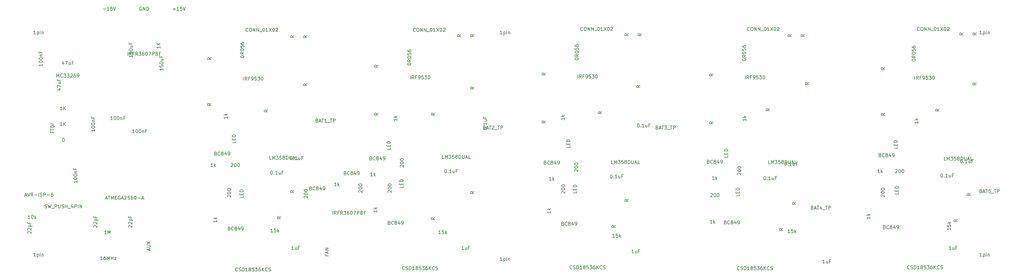
<source format=gbr>
G04 #@! TF.FileFunction,Other,Fab,Top*
%FSLAX46Y46*%
G04 Gerber Fmt 4.6, Leading zero omitted, Abs format (unit mm)*
G04 Created by KiCad (PCBNEW (2015-08-28 BZR 6132)-product) date Tuesday, October 27, 2015 'PMt' 02:37:42 PM*
%MOMM*%
G01*
G04 APERTURE LIST*
%ADD10C,0.100000*%
%ADD11C,0.150000*%
G04 APERTURE END LIST*
D10*
D11*
X22264714Y-47140666D02*
X22931381Y-47140666D01*
X21883762Y-47378762D02*
X22598048Y-47616857D01*
X22598048Y-46997809D01*
X21931381Y-46712095D02*
X21931381Y-46045428D01*
X22931381Y-46474000D01*
X22264714Y-45235904D02*
X22931381Y-45235904D01*
X22264714Y-45664476D02*
X22788524Y-45664476D01*
X22883762Y-45616857D01*
X22931381Y-45521619D01*
X22931381Y-45378761D01*
X22883762Y-45283523D01*
X22836143Y-45235904D01*
X22407571Y-44426380D02*
X22407571Y-44759714D01*
X22931381Y-44759714D02*
X21931381Y-44759714D01*
X21931381Y-44283523D01*
X23852334Y-39409714D02*
X23852334Y-40076381D01*
X23614238Y-39028762D02*
X23376143Y-39743048D01*
X23995191Y-39743048D01*
X24280905Y-39076381D02*
X24947572Y-39076381D01*
X24519000Y-40076381D01*
X25757096Y-39409714D02*
X25757096Y-40076381D01*
X25328524Y-39409714D02*
X25328524Y-39933524D01*
X25376143Y-40028762D01*
X25471381Y-40076381D01*
X25614239Y-40076381D01*
X25709477Y-40028762D01*
X25757096Y-39981143D01*
X26566620Y-39552571D02*
X26233286Y-39552571D01*
X26233286Y-40076381D02*
X26233286Y-39076381D01*
X26709477Y-39076381D01*
X13449619Y-89272857D02*
X13402000Y-89225238D01*
X13354381Y-89130000D01*
X13354381Y-88891904D01*
X13402000Y-88796666D01*
X13449619Y-88749047D01*
X13544857Y-88701428D01*
X13640095Y-88701428D01*
X13782952Y-88749047D01*
X14354381Y-89320476D01*
X14354381Y-88701428D01*
X13449619Y-88320476D02*
X13402000Y-88272857D01*
X13354381Y-88177619D01*
X13354381Y-87939523D01*
X13402000Y-87844285D01*
X13449619Y-87796666D01*
X13544857Y-87749047D01*
X13640095Y-87749047D01*
X13782952Y-87796666D01*
X14354381Y-88368095D01*
X14354381Y-87749047D01*
X13687714Y-87320476D02*
X14687714Y-87320476D01*
X13735333Y-87320476D02*
X13687714Y-87225238D01*
X13687714Y-87034761D01*
X13735333Y-86939523D01*
X13782952Y-86891904D01*
X13878190Y-86844285D01*
X14163905Y-86844285D01*
X14259143Y-86891904D01*
X14306762Y-86939523D01*
X14354381Y-87034761D01*
X14354381Y-87225238D01*
X14306762Y-87320476D01*
X13830571Y-86082380D02*
X13830571Y-86415714D01*
X14354381Y-86415714D02*
X13354381Y-86415714D01*
X13354381Y-85939523D01*
X17656381Y-39901619D02*
X17656381Y-40473048D01*
X17656381Y-40187334D02*
X16656381Y-40187334D01*
X16799238Y-40282572D01*
X16894476Y-40377810D01*
X16942095Y-40473048D01*
X16656381Y-39282572D02*
X16656381Y-39187333D01*
X16704000Y-39092095D01*
X16751619Y-39044476D01*
X16846857Y-38996857D01*
X17037333Y-38949238D01*
X17275429Y-38949238D01*
X17465905Y-38996857D01*
X17561143Y-39044476D01*
X17608762Y-39092095D01*
X17656381Y-39187333D01*
X17656381Y-39282572D01*
X17608762Y-39377810D01*
X17561143Y-39425429D01*
X17465905Y-39473048D01*
X17275429Y-39520667D01*
X17037333Y-39520667D01*
X16846857Y-39473048D01*
X16751619Y-39425429D01*
X16704000Y-39377810D01*
X16656381Y-39282572D01*
X16656381Y-38330191D02*
X16656381Y-38234952D01*
X16704000Y-38139714D01*
X16751619Y-38092095D01*
X16846857Y-38044476D01*
X17037333Y-37996857D01*
X17275429Y-37996857D01*
X17465905Y-38044476D01*
X17561143Y-38092095D01*
X17608762Y-38139714D01*
X17656381Y-38234952D01*
X17656381Y-38330191D01*
X17608762Y-38425429D01*
X17561143Y-38473048D01*
X17465905Y-38520667D01*
X17275429Y-38568286D01*
X17037333Y-38568286D01*
X16846857Y-38520667D01*
X16751619Y-38473048D01*
X16704000Y-38425429D01*
X16656381Y-38330191D01*
X16989714Y-37568286D02*
X17656381Y-37568286D01*
X17084952Y-37568286D02*
X17037333Y-37520667D01*
X16989714Y-37425429D01*
X16989714Y-37282571D01*
X17037333Y-37187333D01*
X17132571Y-37139714D01*
X17656381Y-37139714D01*
X17132571Y-36330190D02*
X17132571Y-36663524D01*
X17656381Y-36663524D02*
X16656381Y-36663524D01*
X16656381Y-36187333D01*
X32635619Y-87494857D02*
X32588000Y-87447238D01*
X32540381Y-87352000D01*
X32540381Y-87113904D01*
X32588000Y-87018666D01*
X32635619Y-86971047D01*
X32730857Y-86923428D01*
X32826095Y-86923428D01*
X32968952Y-86971047D01*
X33540381Y-87542476D01*
X33540381Y-86923428D01*
X32635619Y-86542476D02*
X32588000Y-86494857D01*
X32540381Y-86399619D01*
X32540381Y-86161523D01*
X32588000Y-86066285D01*
X32635619Y-86018666D01*
X32730857Y-85971047D01*
X32826095Y-85971047D01*
X32968952Y-86018666D01*
X33540381Y-86590095D01*
X33540381Y-85971047D01*
X32873714Y-85542476D02*
X33873714Y-85542476D01*
X32921333Y-85542476D02*
X32873714Y-85447238D01*
X32873714Y-85256761D01*
X32921333Y-85161523D01*
X32968952Y-85113904D01*
X33064190Y-85066285D01*
X33349905Y-85066285D01*
X33445143Y-85113904D01*
X33492762Y-85161523D01*
X33540381Y-85256761D01*
X33540381Y-85447238D01*
X33492762Y-85542476D01*
X33016571Y-84304380D02*
X33016571Y-84637714D01*
X33540381Y-84637714D02*
X32540381Y-84637714D01*
X32540381Y-84161523D01*
X42795619Y-87494857D02*
X42748000Y-87447238D01*
X42700381Y-87352000D01*
X42700381Y-87113904D01*
X42748000Y-87018666D01*
X42795619Y-86971047D01*
X42890857Y-86923428D01*
X42986095Y-86923428D01*
X43128952Y-86971047D01*
X43700381Y-87542476D01*
X43700381Y-86923428D01*
X42795619Y-86542476D02*
X42748000Y-86494857D01*
X42700381Y-86399619D01*
X42700381Y-86161523D01*
X42748000Y-86066285D01*
X42795619Y-86018666D01*
X42890857Y-85971047D01*
X42986095Y-85971047D01*
X43128952Y-86018666D01*
X43700381Y-86590095D01*
X43700381Y-85971047D01*
X43033714Y-85542476D02*
X44033714Y-85542476D01*
X43081333Y-85542476D02*
X43033714Y-85447238D01*
X43033714Y-85256761D01*
X43081333Y-85161523D01*
X43128952Y-85113904D01*
X43224190Y-85066285D01*
X43509905Y-85066285D01*
X43605143Y-85113904D01*
X43652762Y-85161523D01*
X43700381Y-85256761D01*
X43700381Y-85447238D01*
X43652762Y-85542476D01*
X43176571Y-84304380D02*
X43176571Y-84637714D01*
X43700381Y-84637714D02*
X42700381Y-84637714D01*
X42700381Y-84161523D01*
X38076381Y-56146381D02*
X37504952Y-56146381D01*
X37790666Y-56146381D02*
X37790666Y-55146381D01*
X37695428Y-55289238D01*
X37600190Y-55384476D01*
X37504952Y-55432095D01*
X38695428Y-55146381D02*
X38790667Y-55146381D01*
X38885905Y-55194000D01*
X38933524Y-55241619D01*
X38981143Y-55336857D01*
X39028762Y-55527333D01*
X39028762Y-55765429D01*
X38981143Y-55955905D01*
X38933524Y-56051143D01*
X38885905Y-56098762D01*
X38790667Y-56146381D01*
X38695428Y-56146381D01*
X38600190Y-56098762D01*
X38552571Y-56051143D01*
X38504952Y-55955905D01*
X38457333Y-55765429D01*
X38457333Y-55527333D01*
X38504952Y-55336857D01*
X38552571Y-55241619D01*
X38600190Y-55194000D01*
X38695428Y-55146381D01*
X39647809Y-55146381D02*
X39743048Y-55146381D01*
X39838286Y-55194000D01*
X39885905Y-55241619D01*
X39933524Y-55336857D01*
X39981143Y-55527333D01*
X39981143Y-55765429D01*
X39933524Y-55955905D01*
X39885905Y-56051143D01*
X39838286Y-56098762D01*
X39743048Y-56146381D01*
X39647809Y-56146381D01*
X39552571Y-56098762D01*
X39504952Y-56051143D01*
X39457333Y-55955905D01*
X39409714Y-55765429D01*
X39409714Y-55527333D01*
X39457333Y-55336857D01*
X39504952Y-55241619D01*
X39552571Y-55194000D01*
X39647809Y-55146381D01*
X40409714Y-55479714D02*
X40409714Y-56146381D01*
X40409714Y-55574952D02*
X40457333Y-55527333D01*
X40552571Y-55479714D01*
X40695429Y-55479714D01*
X40790667Y-55527333D01*
X40838286Y-55622571D01*
X40838286Y-56146381D01*
X41647810Y-55622571D02*
X41314476Y-55622571D01*
X41314476Y-56146381D02*
X41314476Y-55146381D01*
X41790667Y-55146381D01*
X32896381Y-58951619D02*
X32896381Y-59523048D01*
X32896381Y-59237334D02*
X31896381Y-59237334D01*
X32039238Y-59332572D01*
X32134476Y-59427810D01*
X32182095Y-59523048D01*
X31896381Y-58332572D02*
X31896381Y-58237333D01*
X31944000Y-58142095D01*
X31991619Y-58094476D01*
X32086857Y-58046857D01*
X32277333Y-57999238D01*
X32515429Y-57999238D01*
X32705905Y-58046857D01*
X32801143Y-58094476D01*
X32848762Y-58142095D01*
X32896381Y-58237333D01*
X32896381Y-58332572D01*
X32848762Y-58427810D01*
X32801143Y-58475429D01*
X32705905Y-58523048D01*
X32515429Y-58570667D01*
X32277333Y-58570667D01*
X32086857Y-58523048D01*
X31991619Y-58475429D01*
X31944000Y-58427810D01*
X31896381Y-58332572D01*
X31896381Y-57380191D02*
X31896381Y-57284952D01*
X31944000Y-57189714D01*
X31991619Y-57142095D01*
X32086857Y-57094476D01*
X32277333Y-57046857D01*
X32515429Y-57046857D01*
X32705905Y-57094476D01*
X32801143Y-57142095D01*
X32848762Y-57189714D01*
X32896381Y-57284952D01*
X32896381Y-57380191D01*
X32848762Y-57475429D01*
X32801143Y-57523048D01*
X32705905Y-57570667D01*
X32515429Y-57618286D01*
X32277333Y-57618286D01*
X32086857Y-57570667D01*
X31991619Y-57523048D01*
X31944000Y-57475429D01*
X31896381Y-57380191D01*
X32229714Y-56618286D02*
X32896381Y-56618286D01*
X32324952Y-56618286D02*
X32277333Y-56570667D01*
X32229714Y-56475429D01*
X32229714Y-56332571D01*
X32277333Y-56237333D01*
X32372571Y-56189714D01*
X32896381Y-56189714D01*
X32372571Y-55380190D02*
X32372571Y-55713524D01*
X32896381Y-55713524D02*
X31896381Y-55713524D01*
X31896381Y-55237333D01*
X27698381Y-73937619D02*
X27698381Y-74509048D01*
X27698381Y-74223334D02*
X26698381Y-74223334D01*
X26841238Y-74318572D01*
X26936476Y-74413810D01*
X26984095Y-74509048D01*
X26698381Y-73318572D02*
X26698381Y-73223333D01*
X26746000Y-73128095D01*
X26793619Y-73080476D01*
X26888857Y-73032857D01*
X27079333Y-72985238D01*
X27317429Y-72985238D01*
X27507905Y-73032857D01*
X27603143Y-73080476D01*
X27650762Y-73128095D01*
X27698381Y-73223333D01*
X27698381Y-73318572D01*
X27650762Y-73413810D01*
X27603143Y-73461429D01*
X27507905Y-73509048D01*
X27317429Y-73556667D01*
X27079333Y-73556667D01*
X26888857Y-73509048D01*
X26793619Y-73461429D01*
X26746000Y-73413810D01*
X26698381Y-73318572D01*
X26698381Y-72366191D02*
X26698381Y-72270952D01*
X26746000Y-72175714D01*
X26793619Y-72128095D01*
X26888857Y-72080476D01*
X27079333Y-72032857D01*
X27317429Y-72032857D01*
X27507905Y-72080476D01*
X27603143Y-72128095D01*
X27650762Y-72175714D01*
X27698381Y-72270952D01*
X27698381Y-72366191D01*
X27650762Y-72461429D01*
X27603143Y-72509048D01*
X27507905Y-72556667D01*
X27317429Y-72604286D01*
X27079333Y-72604286D01*
X26888857Y-72556667D01*
X26793619Y-72509048D01*
X26746000Y-72461429D01*
X26698381Y-72366191D01*
X27031714Y-71604286D02*
X27698381Y-71604286D01*
X27126952Y-71604286D02*
X27079333Y-71556667D01*
X27031714Y-71461429D01*
X27031714Y-71318571D01*
X27079333Y-71223333D01*
X27174571Y-71175714D01*
X27698381Y-71175714D01*
X27174571Y-70366190D02*
X27174571Y-70699524D01*
X27698381Y-70699524D02*
X26698381Y-70699524D01*
X26698381Y-70223333D01*
X44426381Y-59956381D02*
X43854952Y-59956381D01*
X44140666Y-59956381D02*
X44140666Y-58956381D01*
X44045428Y-59099238D01*
X43950190Y-59194476D01*
X43854952Y-59242095D01*
X45045428Y-58956381D02*
X45140667Y-58956381D01*
X45235905Y-59004000D01*
X45283524Y-59051619D01*
X45331143Y-59146857D01*
X45378762Y-59337333D01*
X45378762Y-59575429D01*
X45331143Y-59765905D01*
X45283524Y-59861143D01*
X45235905Y-59908762D01*
X45140667Y-59956381D01*
X45045428Y-59956381D01*
X44950190Y-59908762D01*
X44902571Y-59861143D01*
X44854952Y-59765905D01*
X44807333Y-59575429D01*
X44807333Y-59337333D01*
X44854952Y-59146857D01*
X44902571Y-59051619D01*
X44950190Y-59004000D01*
X45045428Y-58956381D01*
X45997809Y-58956381D02*
X46093048Y-58956381D01*
X46188286Y-59004000D01*
X46235905Y-59051619D01*
X46283524Y-59146857D01*
X46331143Y-59337333D01*
X46331143Y-59575429D01*
X46283524Y-59765905D01*
X46235905Y-59861143D01*
X46188286Y-59908762D01*
X46093048Y-59956381D01*
X45997809Y-59956381D01*
X45902571Y-59908762D01*
X45854952Y-59861143D01*
X45807333Y-59765905D01*
X45759714Y-59575429D01*
X45759714Y-59337333D01*
X45807333Y-59146857D01*
X45854952Y-59051619D01*
X45902571Y-59004000D01*
X45997809Y-58956381D01*
X46759714Y-59289714D02*
X46759714Y-59956381D01*
X46759714Y-59384952D02*
X46807333Y-59337333D01*
X46902571Y-59289714D01*
X47045429Y-59289714D01*
X47140667Y-59337333D01*
X47188286Y-59432571D01*
X47188286Y-59956381D01*
X47997810Y-59432571D02*
X47664476Y-59432571D01*
X47664476Y-59956381D02*
X47664476Y-58956381D01*
X48140667Y-58956381D01*
X90051143Y-66821381D02*
X90146382Y-66821381D01*
X90241620Y-66869000D01*
X90289239Y-66916619D01*
X90336858Y-67011857D01*
X90384477Y-67202333D01*
X90384477Y-67440429D01*
X90336858Y-67630905D01*
X90289239Y-67726143D01*
X90241620Y-67773762D01*
X90146382Y-67821381D01*
X90051143Y-67821381D01*
X89955905Y-67773762D01*
X89908286Y-67726143D01*
X89860667Y-67630905D01*
X89813048Y-67440429D01*
X89813048Y-67202333D01*
X89860667Y-67011857D01*
X89908286Y-66916619D01*
X89955905Y-66869000D01*
X90051143Y-66821381D01*
X90813048Y-67726143D02*
X90860667Y-67773762D01*
X90813048Y-67821381D01*
X90765429Y-67773762D01*
X90813048Y-67726143D01*
X90813048Y-67821381D01*
X91813048Y-67821381D02*
X91241619Y-67821381D01*
X91527333Y-67821381D02*
X91527333Y-66821381D01*
X91432095Y-66964238D01*
X91336857Y-67059476D01*
X91241619Y-67107095D01*
X92670191Y-67154714D02*
X92670191Y-67821381D01*
X92241619Y-67154714D02*
X92241619Y-67678524D01*
X92289238Y-67773762D01*
X92384476Y-67821381D01*
X92527334Y-67821381D01*
X92622572Y-67773762D01*
X92670191Y-67726143D01*
X93479715Y-67297571D02*
X93146381Y-67297571D01*
X93146381Y-67821381D02*
X93146381Y-66821381D01*
X93622572Y-66821381D01*
X84336143Y-71021381D02*
X84431382Y-71021381D01*
X84526620Y-71069000D01*
X84574239Y-71116619D01*
X84621858Y-71211857D01*
X84669477Y-71402333D01*
X84669477Y-71640429D01*
X84621858Y-71830905D01*
X84574239Y-71926143D01*
X84526620Y-71973762D01*
X84431382Y-72021381D01*
X84336143Y-72021381D01*
X84240905Y-71973762D01*
X84193286Y-71926143D01*
X84145667Y-71830905D01*
X84098048Y-71640429D01*
X84098048Y-71402333D01*
X84145667Y-71211857D01*
X84193286Y-71116619D01*
X84240905Y-71069000D01*
X84336143Y-71021381D01*
X85098048Y-71926143D02*
X85145667Y-71973762D01*
X85098048Y-72021381D01*
X85050429Y-71973762D01*
X85098048Y-71926143D01*
X85098048Y-72021381D01*
X86098048Y-72021381D02*
X85526619Y-72021381D01*
X85812333Y-72021381D02*
X85812333Y-71021381D01*
X85717095Y-71164238D01*
X85621857Y-71259476D01*
X85526619Y-71307095D01*
X86955191Y-71354714D02*
X86955191Y-72021381D01*
X86526619Y-71354714D02*
X86526619Y-71878524D01*
X86574238Y-71973762D01*
X86669476Y-72021381D01*
X86812334Y-72021381D01*
X86907572Y-71973762D01*
X86955191Y-71926143D01*
X87764715Y-71497571D02*
X87431381Y-71497571D01*
X87431381Y-72021381D02*
X87431381Y-71021381D01*
X87907572Y-71021381D01*
X146078381Y-58792857D02*
X146078381Y-58697618D01*
X146126000Y-58602380D01*
X146173619Y-58554761D01*
X146268857Y-58507142D01*
X146459333Y-58459523D01*
X146697429Y-58459523D01*
X146887905Y-58507142D01*
X146983143Y-58554761D01*
X147030762Y-58602380D01*
X147078381Y-58697618D01*
X147078381Y-58792857D01*
X147030762Y-58888095D01*
X146983143Y-58935714D01*
X146887905Y-58983333D01*
X146697429Y-59030952D01*
X146459333Y-59030952D01*
X146268857Y-58983333D01*
X146173619Y-58935714D01*
X146126000Y-58888095D01*
X146078381Y-58792857D01*
X146983143Y-58030952D02*
X147030762Y-57983333D01*
X147078381Y-58030952D01*
X147030762Y-58078571D01*
X146983143Y-58030952D01*
X147078381Y-58030952D01*
X147078381Y-57030952D02*
X147078381Y-57602381D01*
X147078381Y-57316667D02*
X146078381Y-57316667D01*
X146221238Y-57411905D01*
X146316476Y-57507143D01*
X146364095Y-57602381D01*
X146411714Y-56173809D02*
X147078381Y-56173809D01*
X146411714Y-56602381D02*
X146935524Y-56602381D01*
X147030762Y-56554762D01*
X147078381Y-56459524D01*
X147078381Y-56316666D01*
X147030762Y-56221428D01*
X146983143Y-56173809D01*
X146554571Y-55364285D02*
X146554571Y-55697619D01*
X147078381Y-55697619D02*
X146078381Y-55697619D01*
X146078381Y-55221428D01*
X135009143Y-70640381D02*
X135104382Y-70640381D01*
X135199620Y-70688000D01*
X135247239Y-70735619D01*
X135294858Y-70830857D01*
X135342477Y-71021333D01*
X135342477Y-71259429D01*
X135294858Y-71449905D01*
X135247239Y-71545143D01*
X135199620Y-71592762D01*
X135104382Y-71640381D01*
X135009143Y-71640381D01*
X134913905Y-71592762D01*
X134866286Y-71545143D01*
X134818667Y-71449905D01*
X134771048Y-71259429D01*
X134771048Y-71021333D01*
X134818667Y-70830857D01*
X134866286Y-70735619D01*
X134913905Y-70688000D01*
X135009143Y-70640381D01*
X135771048Y-71545143D02*
X135818667Y-71592762D01*
X135771048Y-71640381D01*
X135723429Y-71592762D01*
X135771048Y-71545143D01*
X135771048Y-71640381D01*
X136771048Y-71640381D02*
X136199619Y-71640381D01*
X136485333Y-71640381D02*
X136485333Y-70640381D01*
X136390095Y-70783238D01*
X136294857Y-70878476D01*
X136199619Y-70926095D01*
X137628191Y-70973714D02*
X137628191Y-71640381D01*
X137199619Y-70973714D02*
X137199619Y-71497524D01*
X137247238Y-71592762D01*
X137342476Y-71640381D01*
X137485334Y-71640381D01*
X137580572Y-71592762D01*
X137628191Y-71545143D01*
X138437715Y-71116571D02*
X138104381Y-71116571D01*
X138104381Y-71640381D02*
X138104381Y-70640381D01*
X138580572Y-70640381D01*
X191143143Y-57296381D02*
X191238382Y-57296381D01*
X191333620Y-57344000D01*
X191381239Y-57391619D01*
X191428858Y-57486857D01*
X191476477Y-57677333D01*
X191476477Y-57915429D01*
X191428858Y-58105905D01*
X191381239Y-58201143D01*
X191333620Y-58248762D01*
X191238382Y-58296381D01*
X191143143Y-58296381D01*
X191047905Y-58248762D01*
X191000286Y-58201143D01*
X190952667Y-58105905D01*
X190905048Y-57915429D01*
X190905048Y-57677333D01*
X190952667Y-57486857D01*
X191000286Y-57391619D01*
X191047905Y-57344000D01*
X191143143Y-57296381D01*
X191905048Y-58201143D02*
X191952667Y-58248762D01*
X191905048Y-58296381D01*
X191857429Y-58248762D01*
X191905048Y-58201143D01*
X191905048Y-58296381D01*
X192905048Y-58296381D02*
X192333619Y-58296381D01*
X192619333Y-58296381D02*
X192619333Y-57296381D01*
X192524095Y-57439238D01*
X192428857Y-57534476D01*
X192333619Y-57582095D01*
X193762191Y-57629714D02*
X193762191Y-58296381D01*
X193333619Y-57629714D02*
X193333619Y-58153524D01*
X193381238Y-58248762D01*
X193476476Y-58296381D01*
X193619334Y-58296381D01*
X193714572Y-58248762D01*
X193762191Y-58201143D01*
X194571715Y-57772571D02*
X194238381Y-57772571D01*
X194238381Y-58296381D02*
X194238381Y-57296381D01*
X194714572Y-57296381D01*
X183269143Y-72164381D02*
X183364382Y-72164381D01*
X183459620Y-72212000D01*
X183507239Y-72259619D01*
X183554858Y-72354857D01*
X183602477Y-72545333D01*
X183602477Y-72783429D01*
X183554858Y-72973905D01*
X183507239Y-73069143D01*
X183459620Y-73116762D01*
X183364382Y-73164381D01*
X183269143Y-73164381D01*
X183173905Y-73116762D01*
X183126286Y-73069143D01*
X183078667Y-72973905D01*
X183031048Y-72783429D01*
X183031048Y-72545333D01*
X183078667Y-72354857D01*
X183126286Y-72259619D01*
X183173905Y-72212000D01*
X183269143Y-72164381D01*
X184031048Y-73069143D02*
X184078667Y-73116762D01*
X184031048Y-73164381D01*
X183983429Y-73116762D01*
X184031048Y-73069143D01*
X184031048Y-73164381D01*
X185031048Y-73164381D02*
X184459619Y-73164381D01*
X184745333Y-73164381D02*
X184745333Y-72164381D01*
X184650095Y-72307238D01*
X184554857Y-72402476D01*
X184459619Y-72450095D01*
X185888191Y-72497714D02*
X185888191Y-73164381D01*
X185459619Y-72497714D02*
X185459619Y-73021524D01*
X185507238Y-73116762D01*
X185602476Y-73164381D01*
X185745334Y-73164381D01*
X185840572Y-73116762D01*
X185888191Y-73069143D01*
X186697715Y-72640571D02*
X186364381Y-72640571D01*
X186364381Y-73164381D02*
X186364381Y-72164381D01*
X186840572Y-72164381D01*
X234069143Y-68472381D02*
X234164382Y-68472381D01*
X234259620Y-68520000D01*
X234307239Y-68567619D01*
X234354858Y-68662857D01*
X234402477Y-68853333D01*
X234402477Y-69091429D01*
X234354858Y-69281905D01*
X234307239Y-69377143D01*
X234259620Y-69424762D01*
X234164382Y-69472381D01*
X234069143Y-69472381D01*
X233973905Y-69424762D01*
X233926286Y-69377143D01*
X233878667Y-69281905D01*
X233831048Y-69091429D01*
X233831048Y-68853333D01*
X233878667Y-68662857D01*
X233926286Y-68567619D01*
X233973905Y-68520000D01*
X234069143Y-68472381D01*
X234831048Y-69377143D02*
X234878667Y-69424762D01*
X234831048Y-69472381D01*
X234783429Y-69424762D01*
X234831048Y-69377143D01*
X234831048Y-69472381D01*
X235831048Y-69472381D02*
X235259619Y-69472381D01*
X235545333Y-69472381D02*
X235545333Y-68472381D01*
X235450095Y-68615238D01*
X235354857Y-68710476D01*
X235259619Y-68758095D01*
X236688191Y-68805714D02*
X236688191Y-69472381D01*
X236259619Y-68805714D02*
X236259619Y-69329524D01*
X236307238Y-69424762D01*
X236402476Y-69472381D01*
X236545334Y-69472381D01*
X236640572Y-69424762D01*
X236688191Y-69377143D01*
X237497715Y-68948571D02*
X237164381Y-68948571D01*
X237164381Y-69472381D02*
X237164381Y-68472381D01*
X237640572Y-68472381D01*
X227973143Y-72672381D02*
X228068382Y-72672381D01*
X228163620Y-72720000D01*
X228211239Y-72767619D01*
X228258858Y-72862857D01*
X228306477Y-73053333D01*
X228306477Y-73291429D01*
X228258858Y-73481905D01*
X228211239Y-73577143D01*
X228163620Y-73624762D01*
X228068382Y-73672381D01*
X227973143Y-73672381D01*
X227877905Y-73624762D01*
X227830286Y-73577143D01*
X227782667Y-73481905D01*
X227735048Y-73291429D01*
X227735048Y-73053333D01*
X227782667Y-72862857D01*
X227830286Y-72767619D01*
X227877905Y-72720000D01*
X227973143Y-72672381D01*
X228735048Y-73577143D02*
X228782667Y-73624762D01*
X228735048Y-73672381D01*
X228687429Y-73624762D01*
X228735048Y-73577143D01*
X228735048Y-73672381D01*
X229735048Y-73672381D02*
X229163619Y-73672381D01*
X229449333Y-73672381D02*
X229449333Y-72672381D01*
X229354095Y-72815238D01*
X229258857Y-72910476D01*
X229163619Y-72958095D01*
X230592191Y-73005714D02*
X230592191Y-73672381D01*
X230163619Y-73005714D02*
X230163619Y-73529524D01*
X230211238Y-73624762D01*
X230306476Y-73672381D01*
X230449334Y-73672381D01*
X230544572Y-73624762D01*
X230592191Y-73577143D01*
X231401715Y-73148571D02*
X231068381Y-73148571D01*
X231068381Y-73672381D02*
X231068381Y-72672381D01*
X231544572Y-72672381D01*
X285250143Y-67710381D02*
X285345382Y-67710381D01*
X285440620Y-67758000D01*
X285488239Y-67805619D01*
X285535858Y-67900857D01*
X285583477Y-68091333D01*
X285583477Y-68329429D01*
X285535858Y-68519905D01*
X285488239Y-68615143D01*
X285440620Y-68662762D01*
X285345382Y-68710381D01*
X285250143Y-68710381D01*
X285154905Y-68662762D01*
X285107286Y-68615143D01*
X285059667Y-68519905D01*
X285012048Y-68329429D01*
X285012048Y-68091333D01*
X285059667Y-67900857D01*
X285107286Y-67805619D01*
X285154905Y-67758000D01*
X285250143Y-67710381D01*
X286012048Y-68615143D02*
X286059667Y-68662762D01*
X286012048Y-68710381D01*
X285964429Y-68662762D01*
X286012048Y-68615143D01*
X286012048Y-68710381D01*
X287012048Y-68710381D02*
X286440619Y-68710381D01*
X286726333Y-68710381D02*
X286726333Y-67710381D01*
X286631095Y-67853238D01*
X286535857Y-67948476D01*
X286440619Y-67996095D01*
X287869191Y-68043714D02*
X287869191Y-68710381D01*
X287440619Y-68043714D02*
X287440619Y-68567524D01*
X287488238Y-68662762D01*
X287583476Y-68710381D01*
X287726334Y-68710381D01*
X287821572Y-68662762D01*
X287869191Y-68615143D01*
X288678715Y-68186571D02*
X288345381Y-68186571D01*
X288345381Y-68710381D02*
X288345381Y-67710381D01*
X288821572Y-67710381D01*
X279535143Y-71910381D02*
X279630382Y-71910381D01*
X279725620Y-71958000D01*
X279773239Y-72005619D01*
X279820858Y-72100857D01*
X279868477Y-72291333D01*
X279868477Y-72529429D01*
X279820858Y-72719905D01*
X279773239Y-72815143D01*
X279725620Y-72862762D01*
X279630382Y-72910381D01*
X279535143Y-72910381D01*
X279439905Y-72862762D01*
X279392286Y-72815143D01*
X279344667Y-72719905D01*
X279297048Y-72529429D01*
X279297048Y-72291333D01*
X279344667Y-72100857D01*
X279392286Y-72005619D01*
X279439905Y-71958000D01*
X279535143Y-71910381D01*
X280297048Y-72815143D02*
X280344667Y-72862762D01*
X280297048Y-72910381D01*
X280249429Y-72862762D01*
X280297048Y-72815143D01*
X280297048Y-72910381D01*
X281297048Y-72910381D02*
X280725619Y-72910381D01*
X281011333Y-72910381D02*
X281011333Y-71910381D01*
X280916095Y-72053238D01*
X280820857Y-72148476D01*
X280725619Y-72196095D01*
X282154191Y-72243714D02*
X282154191Y-72910381D01*
X281725619Y-72243714D02*
X281725619Y-72767524D01*
X281773238Y-72862762D01*
X281868476Y-72910381D01*
X282011334Y-72910381D01*
X282106572Y-72862762D01*
X282154191Y-72815143D01*
X282963715Y-72386571D02*
X282630381Y-72386571D01*
X282630381Y-72910381D02*
X282630381Y-71910381D01*
X283106572Y-71910381D01*
X12541762Y-78196667D02*
X13017953Y-78196667D01*
X12446524Y-78482381D02*
X12779857Y-77482381D01*
X13113191Y-78482381D01*
X13303667Y-77482381D02*
X13637000Y-78482381D01*
X13970334Y-77482381D01*
X14875096Y-78482381D02*
X14541762Y-78006190D01*
X14303667Y-78482381D02*
X14303667Y-77482381D01*
X14684620Y-77482381D01*
X14779858Y-77530000D01*
X14827477Y-77577619D01*
X14875096Y-77672857D01*
X14875096Y-77815714D01*
X14827477Y-77910952D01*
X14779858Y-77958571D01*
X14684620Y-78006190D01*
X14303667Y-78006190D01*
X15303667Y-78101429D02*
X16065572Y-78101429D01*
X16541762Y-78482381D02*
X16541762Y-77482381D01*
X16970333Y-78434762D02*
X17113190Y-78482381D01*
X17351286Y-78482381D01*
X17446524Y-78434762D01*
X17494143Y-78387143D01*
X17541762Y-78291905D01*
X17541762Y-78196667D01*
X17494143Y-78101429D01*
X17446524Y-78053810D01*
X17351286Y-78006190D01*
X17160809Y-77958571D01*
X17065571Y-77910952D01*
X17017952Y-77863333D01*
X16970333Y-77768095D01*
X16970333Y-77672857D01*
X17017952Y-77577619D01*
X17065571Y-77530000D01*
X17160809Y-77482381D01*
X17398905Y-77482381D01*
X17541762Y-77530000D01*
X17970333Y-78482381D02*
X17970333Y-77482381D01*
X18351286Y-77482381D01*
X18446524Y-77530000D01*
X18494143Y-77577619D01*
X18541762Y-77672857D01*
X18541762Y-77815714D01*
X18494143Y-77910952D01*
X18446524Y-77958571D01*
X18351286Y-78006190D01*
X17970333Y-78006190D01*
X18970333Y-78101429D02*
X19732238Y-78101429D01*
X20637000Y-77482381D02*
X20446523Y-77482381D01*
X20351285Y-77530000D01*
X20303666Y-77577619D01*
X20208428Y-77720476D01*
X20160809Y-77910952D01*
X20160809Y-78291905D01*
X20208428Y-78387143D01*
X20256047Y-78434762D01*
X20351285Y-78482381D01*
X20541762Y-78482381D01*
X20637000Y-78434762D01*
X20684619Y-78387143D01*
X20732238Y-78291905D01*
X20732238Y-78053810D01*
X20684619Y-77958571D01*
X20637000Y-77910952D01*
X20541762Y-77863333D01*
X20351285Y-77863333D01*
X20256047Y-77910952D01*
X20208428Y-77958571D01*
X20160809Y-78053810D01*
X73886381Y-62364857D02*
X73886381Y-62841048D01*
X72886381Y-62841048D01*
X73362571Y-62031524D02*
X73362571Y-61698190D01*
X73886381Y-61555333D02*
X73886381Y-62031524D01*
X72886381Y-62031524D01*
X72886381Y-61555333D01*
X73886381Y-61126762D02*
X72886381Y-61126762D01*
X72886381Y-60888667D01*
X72934000Y-60745809D01*
X73029238Y-60650571D01*
X73124476Y-60602952D01*
X73314952Y-60555333D01*
X73457810Y-60555333D01*
X73648286Y-60602952D01*
X73743524Y-60650571D01*
X73838762Y-60745809D01*
X73886381Y-60888667D01*
X73886381Y-61126762D01*
X76116381Y-78366857D02*
X76116381Y-78843048D01*
X75116381Y-78843048D01*
X75592571Y-78033524D02*
X75592571Y-77700190D01*
X76116381Y-77557333D02*
X76116381Y-78033524D01*
X75116381Y-78033524D01*
X75116381Y-77557333D01*
X76116381Y-77128762D02*
X75116381Y-77128762D01*
X75116381Y-76890667D01*
X75164000Y-76747809D01*
X75259238Y-76652571D01*
X75354476Y-76604952D01*
X75544952Y-76557333D01*
X75687810Y-76557333D01*
X75878286Y-76604952D01*
X75973524Y-76652571D01*
X76068762Y-76747809D01*
X76116381Y-76890667D01*
X76116381Y-77128762D01*
X118971381Y-64269857D02*
X118971381Y-64746048D01*
X117971381Y-64746048D01*
X118447571Y-63936524D02*
X118447571Y-63603190D01*
X118971381Y-63460333D02*
X118971381Y-63936524D01*
X117971381Y-63936524D01*
X117971381Y-63460333D01*
X118971381Y-63031762D02*
X117971381Y-63031762D01*
X117971381Y-62793667D01*
X118019000Y-62650809D01*
X118114238Y-62555571D01*
X118209476Y-62507952D01*
X118399952Y-62460333D01*
X118542810Y-62460333D01*
X118733286Y-62507952D01*
X118828524Y-62555571D01*
X118923762Y-62650809D01*
X118971381Y-62793667D01*
X118971381Y-63031762D01*
X122725381Y-75445857D02*
X122725381Y-75922048D01*
X121725381Y-75922048D01*
X122201571Y-75112524D02*
X122201571Y-74779190D01*
X122725381Y-74636333D02*
X122725381Y-75112524D01*
X121725381Y-75112524D01*
X121725381Y-74636333D01*
X122725381Y-74207762D02*
X121725381Y-74207762D01*
X121725381Y-73969667D01*
X121773000Y-73826809D01*
X121868238Y-73731571D01*
X121963476Y-73683952D01*
X122153952Y-73636333D01*
X122296810Y-73636333D01*
X122487286Y-73683952D01*
X122582524Y-73731571D01*
X122677762Y-73826809D01*
X122725381Y-73969667D01*
X122725381Y-74207762D01*
X171295381Y-63761857D02*
X171295381Y-64238048D01*
X170295381Y-64238048D01*
X170771571Y-63428524D02*
X170771571Y-63095190D01*
X171295381Y-62952333D02*
X171295381Y-63428524D01*
X170295381Y-63428524D01*
X170295381Y-62952333D01*
X171295381Y-62523762D02*
X170295381Y-62523762D01*
X170295381Y-62285667D01*
X170343000Y-62142809D01*
X170438238Y-62047571D01*
X170533476Y-61999952D01*
X170723952Y-61952333D01*
X170866810Y-61952333D01*
X171057286Y-61999952D01*
X171152524Y-62047571D01*
X171247762Y-62142809D01*
X171295381Y-62285667D01*
X171295381Y-62523762D01*
X173271381Y-76969857D02*
X173271381Y-77446048D01*
X172271381Y-77446048D01*
X172747571Y-76636524D02*
X172747571Y-76303190D01*
X173271381Y-76160333D02*
X173271381Y-76636524D01*
X172271381Y-76636524D01*
X172271381Y-76160333D01*
X173271381Y-75731762D02*
X172271381Y-75731762D01*
X172271381Y-75493667D01*
X172319000Y-75350809D01*
X172414238Y-75255571D01*
X172509476Y-75207952D01*
X172699952Y-75160333D01*
X172842810Y-75160333D01*
X173033286Y-75207952D01*
X173128524Y-75255571D01*
X173223762Y-75350809D01*
X173271381Y-75493667D01*
X173271381Y-75731762D01*
X217269381Y-66555857D02*
X217269381Y-67032048D01*
X216269381Y-67032048D01*
X216745571Y-66222524D02*
X216745571Y-65889190D01*
X217269381Y-65746333D02*
X217269381Y-66222524D01*
X216269381Y-66222524D01*
X216269381Y-65746333D01*
X217269381Y-65317762D02*
X216269381Y-65317762D01*
X216269381Y-65079667D01*
X216317000Y-64936809D01*
X216412238Y-64841571D01*
X216507476Y-64793952D01*
X216697952Y-64746333D01*
X216840810Y-64746333D01*
X217031286Y-64793952D01*
X217126524Y-64841571D01*
X217221762Y-64936809D01*
X217269381Y-65079667D01*
X217269381Y-65317762D01*
X220642381Y-77858857D02*
X220642381Y-78335048D01*
X219642381Y-78335048D01*
X220118571Y-77525524D02*
X220118571Y-77192190D01*
X220642381Y-77049333D02*
X220642381Y-77525524D01*
X219642381Y-77525524D01*
X219642381Y-77049333D01*
X220642381Y-76620762D02*
X219642381Y-76620762D01*
X219642381Y-76382667D01*
X219690000Y-76239809D01*
X219785238Y-76144571D01*
X219880476Y-76096952D01*
X220070952Y-76049333D01*
X220213810Y-76049333D01*
X220404286Y-76096952D01*
X220499524Y-76144571D01*
X220594762Y-76239809D01*
X220642381Y-76382667D01*
X220642381Y-76620762D01*
X266672381Y-64015857D02*
X266672381Y-64492048D01*
X265672381Y-64492048D01*
X266148571Y-63682524D02*
X266148571Y-63349190D01*
X266672381Y-63206333D02*
X266672381Y-63682524D01*
X265672381Y-63682524D01*
X265672381Y-63206333D01*
X266672381Y-62777762D02*
X265672381Y-62777762D01*
X265672381Y-62539667D01*
X265720000Y-62396809D01*
X265815238Y-62301571D01*
X265910476Y-62253952D01*
X266100952Y-62206333D01*
X266243810Y-62206333D01*
X266434286Y-62253952D01*
X266529524Y-62301571D01*
X266624762Y-62396809D01*
X266672381Y-62539667D01*
X266672381Y-62777762D01*
X266997381Y-77350857D02*
X266997381Y-77827048D01*
X265997381Y-77827048D01*
X266473571Y-77017524D02*
X266473571Y-76684190D01*
X266997381Y-76541333D02*
X266997381Y-77017524D01*
X265997381Y-77017524D01*
X265997381Y-76541333D01*
X266997381Y-76112762D02*
X265997381Y-76112762D01*
X265997381Y-75874667D01*
X266045000Y-75731809D01*
X266140238Y-75636571D01*
X266235476Y-75588952D01*
X266425952Y-75541333D01*
X266568810Y-75541333D01*
X266759286Y-75588952D01*
X266854524Y-75636571D01*
X266949762Y-75731809D01*
X266997381Y-75874667D01*
X266997381Y-76112762D01*
X36005190Y-79085667D02*
X36481381Y-79085667D01*
X35909952Y-79371381D02*
X36243285Y-78371381D01*
X36576619Y-79371381D01*
X36767095Y-78371381D02*
X37338524Y-78371381D01*
X37052809Y-79371381D02*
X37052809Y-78371381D01*
X37671857Y-79371381D02*
X37671857Y-78371381D01*
X38005191Y-79085667D01*
X38338524Y-78371381D01*
X38338524Y-79371381D01*
X38814714Y-78847571D02*
X39148048Y-78847571D01*
X39290905Y-79371381D02*
X38814714Y-79371381D01*
X38814714Y-78371381D01*
X39290905Y-78371381D01*
X40243286Y-78419000D02*
X40148048Y-78371381D01*
X40005191Y-78371381D01*
X39862333Y-78419000D01*
X39767095Y-78514238D01*
X39719476Y-78609476D01*
X39671857Y-78799952D01*
X39671857Y-78942810D01*
X39719476Y-79133286D01*
X39767095Y-79228524D01*
X39862333Y-79323762D01*
X40005191Y-79371381D01*
X40100429Y-79371381D01*
X40243286Y-79323762D01*
X40290905Y-79276143D01*
X40290905Y-78942810D01*
X40100429Y-78942810D01*
X40671857Y-79085667D02*
X41148048Y-79085667D01*
X40576619Y-79371381D02*
X40909952Y-78371381D01*
X41243286Y-79371381D01*
X41529000Y-78466619D02*
X41576619Y-78419000D01*
X41671857Y-78371381D01*
X41909953Y-78371381D01*
X42005191Y-78419000D01*
X42052810Y-78466619D01*
X42100429Y-78561857D01*
X42100429Y-78657095D01*
X42052810Y-78799952D01*
X41481381Y-79371381D01*
X42100429Y-79371381D01*
X43005191Y-78371381D02*
X42529000Y-78371381D01*
X42481381Y-78847571D01*
X42529000Y-78799952D01*
X42624238Y-78752333D01*
X42862334Y-78752333D01*
X42957572Y-78799952D01*
X43005191Y-78847571D01*
X43052810Y-78942810D01*
X43052810Y-79180905D01*
X43005191Y-79276143D01*
X42957572Y-79323762D01*
X42862334Y-79371381D01*
X42624238Y-79371381D01*
X42529000Y-79323762D01*
X42481381Y-79276143D01*
X43909953Y-78371381D02*
X43719476Y-78371381D01*
X43624238Y-78419000D01*
X43576619Y-78466619D01*
X43481381Y-78609476D01*
X43433762Y-78799952D01*
X43433762Y-79180905D01*
X43481381Y-79276143D01*
X43529000Y-79323762D01*
X43624238Y-79371381D01*
X43814715Y-79371381D01*
X43909953Y-79323762D01*
X43957572Y-79276143D01*
X44005191Y-79180905D01*
X44005191Y-78942810D01*
X43957572Y-78847571D01*
X43909953Y-78799952D01*
X43814715Y-78752333D01*
X43624238Y-78752333D01*
X43529000Y-78799952D01*
X43481381Y-78847571D01*
X43433762Y-78942810D01*
X44624238Y-78371381D02*
X44719477Y-78371381D01*
X44814715Y-78419000D01*
X44862334Y-78466619D01*
X44909953Y-78561857D01*
X44957572Y-78752333D01*
X44957572Y-78990429D01*
X44909953Y-79180905D01*
X44862334Y-79276143D01*
X44814715Y-79323762D01*
X44719477Y-79371381D01*
X44624238Y-79371381D01*
X44529000Y-79323762D01*
X44481381Y-79276143D01*
X44433762Y-79180905D01*
X44386143Y-78990429D01*
X44386143Y-78752333D01*
X44433762Y-78561857D01*
X44481381Y-78466619D01*
X44529000Y-78419000D01*
X44624238Y-78371381D01*
X45386143Y-78990429D02*
X46148048Y-78990429D01*
X46576619Y-79085667D02*
X47052810Y-79085667D01*
X46481381Y-79371381D02*
X46814714Y-78371381D01*
X47148048Y-79371381D01*
X20502571Y-59650190D02*
X20502571Y-59983524D01*
X21026381Y-59983524D02*
X20026381Y-59983524D01*
X20026381Y-59507333D01*
X20026381Y-59269238D02*
X20026381Y-58697809D01*
X21026381Y-58983524D02*
X20026381Y-58983524D01*
X21026381Y-58364476D02*
X20026381Y-58364476D01*
X20026381Y-58126381D01*
X20074000Y-57983523D01*
X20169238Y-57888285D01*
X20264476Y-57840666D01*
X20454952Y-57793047D01*
X20597810Y-57793047D01*
X20788286Y-57840666D01*
X20883524Y-57888285D01*
X20978762Y-57983523D01*
X21026381Y-58126381D01*
X21026381Y-58364476D01*
X21026381Y-57364476D02*
X20026381Y-57364476D01*
X55642095Y-23895429D02*
X56404000Y-23895429D01*
X56023048Y-24276381D02*
X56023048Y-23514476D01*
X57404000Y-24276381D02*
X56832571Y-24276381D01*
X57118285Y-24276381D02*
X57118285Y-23276381D01*
X57023047Y-23419238D01*
X56927809Y-23514476D01*
X56832571Y-23562095D01*
X58308762Y-23276381D02*
X57832571Y-23276381D01*
X57784952Y-23752571D01*
X57832571Y-23704952D01*
X57927809Y-23657333D01*
X58165905Y-23657333D01*
X58261143Y-23704952D01*
X58308762Y-23752571D01*
X58356381Y-23847810D01*
X58356381Y-24085905D01*
X58308762Y-24181143D01*
X58261143Y-24228762D01*
X58165905Y-24276381D01*
X57927809Y-24276381D01*
X57832571Y-24228762D01*
X57784952Y-24181143D01*
X58642095Y-23276381D02*
X58975428Y-24276381D01*
X59308762Y-23276381D01*
X97599810Y-56368571D02*
X97742667Y-56416190D01*
X97790286Y-56463810D01*
X97837905Y-56559048D01*
X97837905Y-56701905D01*
X97790286Y-56797143D01*
X97742667Y-56844762D01*
X97647429Y-56892381D01*
X97266476Y-56892381D01*
X97266476Y-55892381D01*
X97599810Y-55892381D01*
X97695048Y-55940000D01*
X97742667Y-55987619D01*
X97790286Y-56082857D01*
X97790286Y-56178095D01*
X97742667Y-56273333D01*
X97695048Y-56320952D01*
X97599810Y-56368571D01*
X97266476Y-56368571D01*
X98218857Y-56606667D02*
X98695048Y-56606667D01*
X98123619Y-56892381D02*
X98456952Y-55892381D01*
X98790286Y-56892381D01*
X98980762Y-55892381D02*
X99552191Y-55892381D01*
X99266476Y-56892381D02*
X99266476Y-55892381D01*
X100409334Y-56892381D02*
X99837905Y-56892381D01*
X100123619Y-56892381D02*
X100123619Y-55892381D01*
X100028381Y-56035238D01*
X99933143Y-56130476D01*
X99837905Y-56178095D01*
X100599810Y-56987619D02*
X101361715Y-56987619D01*
X101456953Y-55892381D02*
X102028382Y-55892381D01*
X101742667Y-56892381D02*
X101742667Y-55892381D01*
X102361715Y-56892381D02*
X102361715Y-55892381D01*
X102742668Y-55892381D01*
X102837906Y-55940000D01*
X102885525Y-55987619D01*
X102933144Y-56082857D01*
X102933144Y-56225714D01*
X102885525Y-56320952D01*
X102837906Y-56368571D01*
X102742668Y-56416190D01*
X102361715Y-56416190D01*
X196659810Y-58400571D02*
X196802667Y-58448190D01*
X196850286Y-58495810D01*
X196897905Y-58591048D01*
X196897905Y-58733905D01*
X196850286Y-58829143D01*
X196802667Y-58876762D01*
X196707429Y-58924381D01*
X196326476Y-58924381D01*
X196326476Y-57924381D01*
X196659810Y-57924381D01*
X196755048Y-57972000D01*
X196802667Y-58019619D01*
X196850286Y-58114857D01*
X196850286Y-58210095D01*
X196802667Y-58305333D01*
X196755048Y-58352952D01*
X196659810Y-58400571D01*
X196326476Y-58400571D01*
X197278857Y-58638667D02*
X197755048Y-58638667D01*
X197183619Y-58924381D02*
X197516952Y-57924381D01*
X197850286Y-58924381D01*
X198040762Y-57924381D02*
X198612191Y-57924381D01*
X198326476Y-58924381D02*
X198326476Y-57924381D01*
X198850286Y-57924381D02*
X199469334Y-57924381D01*
X199136000Y-58305333D01*
X199278858Y-58305333D01*
X199374096Y-58352952D01*
X199421715Y-58400571D01*
X199469334Y-58495810D01*
X199469334Y-58733905D01*
X199421715Y-58829143D01*
X199374096Y-58876762D01*
X199278858Y-58924381D01*
X198993143Y-58924381D01*
X198897905Y-58876762D01*
X198850286Y-58829143D01*
X199659810Y-59019619D02*
X200421715Y-59019619D01*
X200516953Y-57924381D02*
X201088382Y-57924381D01*
X200802667Y-58924381D02*
X200802667Y-57924381D01*
X201421715Y-58924381D02*
X201421715Y-57924381D01*
X201802668Y-57924381D01*
X201897906Y-57972000D01*
X201945525Y-58019619D01*
X201993144Y-58114857D01*
X201993144Y-58257714D01*
X201945525Y-58352952D01*
X201897906Y-58400571D01*
X201802668Y-58448190D01*
X201421715Y-58448190D01*
X291020810Y-76942571D02*
X291163667Y-76990190D01*
X291211286Y-77037810D01*
X291258905Y-77133048D01*
X291258905Y-77275905D01*
X291211286Y-77371143D01*
X291163667Y-77418762D01*
X291068429Y-77466381D01*
X290687476Y-77466381D01*
X290687476Y-76466381D01*
X291020810Y-76466381D01*
X291116048Y-76514000D01*
X291163667Y-76561619D01*
X291211286Y-76656857D01*
X291211286Y-76752095D01*
X291163667Y-76847333D01*
X291116048Y-76894952D01*
X291020810Y-76942571D01*
X290687476Y-76942571D01*
X291639857Y-77180667D02*
X292116048Y-77180667D01*
X291544619Y-77466381D02*
X291877952Y-76466381D01*
X292211286Y-77466381D01*
X292401762Y-76466381D02*
X292973191Y-76466381D01*
X292687476Y-77466381D02*
X292687476Y-76466381D01*
X293782715Y-76466381D02*
X293306524Y-76466381D01*
X293258905Y-76942571D01*
X293306524Y-76894952D01*
X293401762Y-76847333D01*
X293639858Y-76847333D01*
X293735096Y-76894952D01*
X293782715Y-76942571D01*
X293830334Y-77037810D01*
X293830334Y-77275905D01*
X293782715Y-77371143D01*
X293735096Y-77418762D01*
X293639858Y-77466381D01*
X293401762Y-77466381D01*
X293306524Y-77418762D01*
X293258905Y-77371143D01*
X294020810Y-77561619D02*
X294782715Y-77561619D01*
X294877953Y-76466381D02*
X295449382Y-76466381D01*
X295163667Y-77466381D02*
X295163667Y-76466381D01*
X295782715Y-77466381D02*
X295782715Y-76466381D01*
X296163668Y-76466381D01*
X296258906Y-76514000D01*
X296306525Y-76561619D01*
X296354144Y-76656857D01*
X296354144Y-76799714D01*
X296306525Y-76894952D01*
X296258906Y-76942571D01*
X296163668Y-76990190D01*
X295782715Y-76990190D01*
X146367810Y-58400571D02*
X146510667Y-58448190D01*
X146558286Y-58495810D01*
X146605905Y-58591048D01*
X146605905Y-58733905D01*
X146558286Y-58829143D01*
X146510667Y-58876762D01*
X146415429Y-58924381D01*
X146034476Y-58924381D01*
X146034476Y-57924381D01*
X146367810Y-57924381D01*
X146463048Y-57972000D01*
X146510667Y-58019619D01*
X146558286Y-58114857D01*
X146558286Y-58210095D01*
X146510667Y-58305333D01*
X146463048Y-58352952D01*
X146367810Y-58400571D01*
X146034476Y-58400571D01*
X146986857Y-58638667D02*
X147463048Y-58638667D01*
X146891619Y-58924381D02*
X147224952Y-57924381D01*
X147558286Y-58924381D01*
X147748762Y-57924381D02*
X148320191Y-57924381D01*
X148034476Y-58924381D02*
X148034476Y-57924381D01*
X148605905Y-58019619D02*
X148653524Y-57972000D01*
X148748762Y-57924381D01*
X148986858Y-57924381D01*
X149082096Y-57972000D01*
X149129715Y-58019619D01*
X149177334Y-58114857D01*
X149177334Y-58210095D01*
X149129715Y-58352952D01*
X148558286Y-58924381D01*
X149177334Y-58924381D01*
X149367810Y-59019619D02*
X150129715Y-59019619D01*
X150224953Y-57924381D02*
X150796382Y-57924381D01*
X150510667Y-58924381D02*
X150510667Y-57924381D01*
X151129715Y-58924381D02*
X151129715Y-57924381D01*
X151510668Y-57924381D01*
X151605906Y-57972000D01*
X151653525Y-58019619D01*
X151701144Y-58114857D01*
X151701144Y-58257714D01*
X151653525Y-58352952D01*
X151605906Y-58400571D01*
X151510668Y-58448190D01*
X151129715Y-58448190D01*
X241871810Y-81768571D02*
X242014667Y-81816190D01*
X242062286Y-81863810D01*
X242109905Y-81959048D01*
X242109905Y-82101905D01*
X242062286Y-82197143D01*
X242014667Y-82244762D01*
X241919429Y-82292381D01*
X241538476Y-82292381D01*
X241538476Y-81292381D01*
X241871810Y-81292381D01*
X241967048Y-81340000D01*
X242014667Y-81387619D01*
X242062286Y-81482857D01*
X242062286Y-81578095D01*
X242014667Y-81673333D01*
X241967048Y-81720952D01*
X241871810Y-81768571D01*
X241538476Y-81768571D01*
X242490857Y-82006667D02*
X242967048Y-82006667D01*
X242395619Y-82292381D02*
X242728952Y-81292381D01*
X243062286Y-82292381D01*
X243252762Y-81292381D02*
X243824191Y-81292381D01*
X243538476Y-82292381D02*
X243538476Y-81292381D01*
X244586096Y-81625714D02*
X244586096Y-82292381D01*
X244348000Y-81244762D02*
X244109905Y-81959048D01*
X244728953Y-81959048D01*
X244871810Y-82387619D02*
X245633715Y-82387619D01*
X245728953Y-81292381D02*
X246300382Y-81292381D01*
X246014667Y-82292381D02*
X246014667Y-81292381D01*
X246633715Y-82292381D02*
X246633715Y-81292381D01*
X247014668Y-81292381D01*
X247109906Y-81340000D01*
X247157525Y-81387619D01*
X247205144Y-81482857D01*
X247205144Y-81625714D01*
X247157525Y-81720952D01*
X247109906Y-81768571D01*
X247014668Y-81816190D01*
X246633715Y-81816190D01*
X35322095Y-23895429D02*
X36084000Y-23895429D01*
X37084000Y-24276381D02*
X36512571Y-24276381D01*
X36798285Y-24276381D02*
X36798285Y-23276381D01*
X36703047Y-23419238D01*
X36607809Y-23514476D01*
X36512571Y-23562095D01*
X37988762Y-23276381D02*
X37512571Y-23276381D01*
X37464952Y-23752571D01*
X37512571Y-23704952D01*
X37607809Y-23657333D01*
X37845905Y-23657333D01*
X37941143Y-23704952D01*
X37988762Y-23752571D01*
X38036381Y-23847810D01*
X38036381Y-24085905D01*
X37988762Y-24181143D01*
X37941143Y-24228762D01*
X37845905Y-24276381D01*
X37607809Y-24276381D01*
X37512571Y-24228762D01*
X37464952Y-24181143D01*
X38322095Y-23276381D02*
X38655428Y-24276381D01*
X38988762Y-23276381D01*
X46482096Y-23324000D02*
X46386858Y-23276381D01*
X46244001Y-23276381D01*
X46101143Y-23324000D01*
X46005905Y-23419238D01*
X45958286Y-23514476D01*
X45910667Y-23704952D01*
X45910667Y-23847810D01*
X45958286Y-24038286D01*
X46005905Y-24133524D01*
X46101143Y-24228762D01*
X46244001Y-24276381D01*
X46339239Y-24276381D01*
X46482096Y-24228762D01*
X46529715Y-24181143D01*
X46529715Y-23847810D01*
X46339239Y-23847810D01*
X46958286Y-24276381D02*
X46958286Y-23276381D01*
X47529715Y-24276381D01*
X47529715Y-23276381D01*
X48005905Y-24276381D02*
X48005905Y-23276381D01*
X48244000Y-23276381D01*
X48386858Y-23324000D01*
X48482096Y-23419238D01*
X48529715Y-23514476D01*
X48577334Y-23704952D01*
X48577334Y-23847810D01*
X48529715Y-24038286D01*
X48482096Y-24133524D01*
X48386858Y-24228762D01*
X48244000Y-24276381D01*
X48005905Y-24276381D01*
X48755667Y-94202095D02*
X48755667Y-93725904D01*
X49041381Y-94297333D02*
X48041381Y-93964000D01*
X49041381Y-93630666D01*
X48041381Y-93297333D02*
X48850905Y-93297333D01*
X48946143Y-93249714D01*
X48993762Y-93202095D01*
X49041381Y-93106857D01*
X49041381Y-92916380D01*
X48993762Y-92821142D01*
X48946143Y-92773523D01*
X48850905Y-92725904D01*
X48041381Y-92725904D01*
X48041381Y-92344952D02*
X49041381Y-91678285D01*
X48041381Y-91678285D02*
X49041381Y-92344952D01*
X42482095Y-37409381D02*
X42482095Y-36409381D01*
X43529714Y-37409381D02*
X43196380Y-36933190D01*
X42958285Y-37409381D02*
X42958285Y-36409381D01*
X43339238Y-36409381D01*
X43434476Y-36457000D01*
X43482095Y-36504619D01*
X43529714Y-36599857D01*
X43529714Y-36742714D01*
X43482095Y-36837952D01*
X43434476Y-36885571D01*
X43339238Y-36933190D01*
X42958285Y-36933190D01*
X44291619Y-36885571D02*
X43958285Y-36885571D01*
X43958285Y-37409381D02*
X43958285Y-36409381D01*
X44434476Y-36409381D01*
X45386857Y-37409381D02*
X45053523Y-36933190D01*
X44815428Y-37409381D02*
X44815428Y-36409381D01*
X45196381Y-36409381D01*
X45291619Y-36457000D01*
X45339238Y-36504619D01*
X45386857Y-36599857D01*
X45386857Y-36742714D01*
X45339238Y-36837952D01*
X45291619Y-36885571D01*
X45196381Y-36933190D01*
X44815428Y-36933190D01*
X45720190Y-36409381D02*
X46339238Y-36409381D01*
X46005904Y-36790333D01*
X46148762Y-36790333D01*
X46244000Y-36837952D01*
X46291619Y-36885571D01*
X46339238Y-36980810D01*
X46339238Y-37218905D01*
X46291619Y-37314143D01*
X46244000Y-37361762D01*
X46148762Y-37409381D01*
X45863047Y-37409381D01*
X45767809Y-37361762D01*
X45720190Y-37314143D01*
X47196381Y-36409381D02*
X47005904Y-36409381D01*
X46910666Y-36457000D01*
X46863047Y-36504619D01*
X46767809Y-36647476D01*
X46720190Y-36837952D01*
X46720190Y-37218905D01*
X46767809Y-37314143D01*
X46815428Y-37361762D01*
X46910666Y-37409381D01*
X47101143Y-37409381D01*
X47196381Y-37361762D01*
X47244000Y-37314143D01*
X47291619Y-37218905D01*
X47291619Y-36980810D01*
X47244000Y-36885571D01*
X47196381Y-36837952D01*
X47101143Y-36790333D01*
X46910666Y-36790333D01*
X46815428Y-36837952D01*
X46767809Y-36885571D01*
X46720190Y-36980810D01*
X47910666Y-36409381D02*
X48005905Y-36409381D01*
X48101143Y-36457000D01*
X48148762Y-36504619D01*
X48196381Y-36599857D01*
X48244000Y-36790333D01*
X48244000Y-37028429D01*
X48196381Y-37218905D01*
X48148762Y-37314143D01*
X48101143Y-37361762D01*
X48005905Y-37409381D01*
X47910666Y-37409381D01*
X47815428Y-37361762D01*
X47767809Y-37314143D01*
X47720190Y-37218905D01*
X47672571Y-37028429D01*
X47672571Y-36790333D01*
X47720190Y-36599857D01*
X47767809Y-36504619D01*
X47815428Y-36457000D01*
X47910666Y-36409381D01*
X48577333Y-36409381D02*
X49244000Y-36409381D01*
X48815428Y-37409381D01*
X49624952Y-37409381D02*
X49624952Y-36409381D01*
X50005905Y-36409381D01*
X50101143Y-36457000D01*
X50148762Y-36504619D01*
X50196381Y-36599857D01*
X50196381Y-36742714D01*
X50148762Y-36837952D01*
X50101143Y-36885571D01*
X50005905Y-36933190D01*
X49624952Y-36933190D01*
X50958286Y-36885571D02*
X51101143Y-36933190D01*
X51148762Y-36980810D01*
X51196381Y-37076048D01*
X51196381Y-37218905D01*
X51148762Y-37314143D01*
X51101143Y-37361762D01*
X51005905Y-37409381D01*
X50624952Y-37409381D01*
X50624952Y-36409381D01*
X50958286Y-36409381D01*
X51053524Y-36457000D01*
X51101143Y-36504619D01*
X51148762Y-36599857D01*
X51148762Y-36695095D01*
X51101143Y-36790333D01*
X51053524Y-36837952D01*
X50958286Y-36885571D01*
X50624952Y-36885571D01*
X51958286Y-36885571D02*
X51624952Y-36885571D01*
X51624952Y-37409381D02*
X51624952Y-36409381D01*
X52101143Y-36409381D01*
X68119858Y-65968571D02*
X68262715Y-66016190D01*
X68310334Y-66063810D01*
X68357953Y-66159048D01*
X68357953Y-66301905D01*
X68310334Y-66397143D01*
X68262715Y-66444762D01*
X68167477Y-66492381D01*
X67786524Y-66492381D01*
X67786524Y-65492381D01*
X68119858Y-65492381D01*
X68215096Y-65540000D01*
X68262715Y-65587619D01*
X68310334Y-65682857D01*
X68310334Y-65778095D01*
X68262715Y-65873333D01*
X68215096Y-65920952D01*
X68119858Y-65968571D01*
X67786524Y-65968571D01*
X69357953Y-66397143D02*
X69310334Y-66444762D01*
X69167477Y-66492381D01*
X69072239Y-66492381D01*
X68929381Y-66444762D01*
X68834143Y-66349524D01*
X68786524Y-66254286D01*
X68738905Y-66063810D01*
X68738905Y-65920952D01*
X68786524Y-65730476D01*
X68834143Y-65635238D01*
X68929381Y-65540000D01*
X69072239Y-65492381D01*
X69167477Y-65492381D01*
X69310334Y-65540000D01*
X69357953Y-65587619D01*
X69929381Y-65920952D02*
X69834143Y-65873333D01*
X69786524Y-65825714D01*
X69738905Y-65730476D01*
X69738905Y-65682857D01*
X69786524Y-65587619D01*
X69834143Y-65540000D01*
X69929381Y-65492381D01*
X70119858Y-65492381D01*
X70215096Y-65540000D01*
X70262715Y-65587619D01*
X70310334Y-65682857D01*
X70310334Y-65730476D01*
X70262715Y-65825714D01*
X70215096Y-65873333D01*
X70119858Y-65920952D01*
X69929381Y-65920952D01*
X69834143Y-65968571D01*
X69786524Y-66016190D01*
X69738905Y-66111429D01*
X69738905Y-66301905D01*
X69786524Y-66397143D01*
X69834143Y-66444762D01*
X69929381Y-66492381D01*
X70119858Y-66492381D01*
X70215096Y-66444762D01*
X70262715Y-66397143D01*
X70310334Y-66301905D01*
X70310334Y-66111429D01*
X70262715Y-66016190D01*
X70215096Y-65968571D01*
X70119858Y-65920952D01*
X71167477Y-65825714D02*
X71167477Y-66492381D01*
X70929381Y-65444762D02*
X70691286Y-66159048D01*
X71310334Y-66159048D01*
X71738905Y-66492381D02*
X71929381Y-66492381D01*
X72024620Y-66444762D01*
X72072239Y-66397143D01*
X72167477Y-66254286D01*
X72215096Y-66063810D01*
X72215096Y-65682857D01*
X72167477Y-65587619D01*
X72119858Y-65540000D01*
X72024620Y-65492381D01*
X71834143Y-65492381D01*
X71738905Y-65540000D01*
X71691286Y-65587619D01*
X71643667Y-65682857D01*
X71643667Y-65920952D01*
X71691286Y-66016190D01*
X71738905Y-66063810D01*
X71834143Y-66111429D01*
X72024620Y-66111429D01*
X72119858Y-66063810D01*
X72167477Y-66016190D01*
X72215096Y-65920952D01*
X72056858Y-87812571D02*
X72199715Y-87860190D01*
X72247334Y-87907810D01*
X72294953Y-88003048D01*
X72294953Y-88145905D01*
X72247334Y-88241143D01*
X72199715Y-88288762D01*
X72104477Y-88336381D01*
X71723524Y-88336381D01*
X71723524Y-87336381D01*
X72056858Y-87336381D01*
X72152096Y-87384000D01*
X72199715Y-87431619D01*
X72247334Y-87526857D01*
X72247334Y-87622095D01*
X72199715Y-87717333D01*
X72152096Y-87764952D01*
X72056858Y-87812571D01*
X71723524Y-87812571D01*
X73294953Y-88241143D02*
X73247334Y-88288762D01*
X73104477Y-88336381D01*
X73009239Y-88336381D01*
X72866381Y-88288762D01*
X72771143Y-88193524D01*
X72723524Y-88098286D01*
X72675905Y-87907810D01*
X72675905Y-87764952D01*
X72723524Y-87574476D01*
X72771143Y-87479238D01*
X72866381Y-87384000D01*
X73009239Y-87336381D01*
X73104477Y-87336381D01*
X73247334Y-87384000D01*
X73294953Y-87431619D01*
X73866381Y-87764952D02*
X73771143Y-87717333D01*
X73723524Y-87669714D01*
X73675905Y-87574476D01*
X73675905Y-87526857D01*
X73723524Y-87431619D01*
X73771143Y-87384000D01*
X73866381Y-87336381D01*
X74056858Y-87336381D01*
X74152096Y-87384000D01*
X74199715Y-87431619D01*
X74247334Y-87526857D01*
X74247334Y-87574476D01*
X74199715Y-87669714D01*
X74152096Y-87717333D01*
X74056858Y-87764952D01*
X73866381Y-87764952D01*
X73771143Y-87812571D01*
X73723524Y-87860190D01*
X73675905Y-87955429D01*
X73675905Y-88145905D01*
X73723524Y-88241143D01*
X73771143Y-88288762D01*
X73866381Y-88336381D01*
X74056858Y-88336381D01*
X74152096Y-88288762D01*
X74199715Y-88241143D01*
X74247334Y-88145905D01*
X74247334Y-87955429D01*
X74199715Y-87860190D01*
X74152096Y-87812571D01*
X74056858Y-87764952D01*
X75104477Y-87669714D02*
X75104477Y-88336381D01*
X74866381Y-87288762D02*
X74628286Y-88003048D01*
X75247334Y-88003048D01*
X75675905Y-88336381D02*
X75866381Y-88336381D01*
X75961620Y-88288762D01*
X76009239Y-88241143D01*
X76104477Y-88098286D01*
X76152096Y-87907810D01*
X76152096Y-87526857D01*
X76104477Y-87431619D01*
X76056858Y-87384000D01*
X75961620Y-87336381D01*
X75771143Y-87336381D01*
X75675905Y-87384000D01*
X75628286Y-87431619D01*
X75580667Y-87526857D01*
X75580667Y-87764952D01*
X75628286Y-87860190D01*
X75675905Y-87907810D01*
X75771143Y-87955429D01*
X75961620Y-87955429D01*
X76056858Y-87907810D01*
X76104477Y-87860190D01*
X76152096Y-87764952D01*
X113331858Y-67365571D02*
X113474715Y-67413190D01*
X113522334Y-67460810D01*
X113569953Y-67556048D01*
X113569953Y-67698905D01*
X113522334Y-67794143D01*
X113474715Y-67841762D01*
X113379477Y-67889381D01*
X112998524Y-67889381D01*
X112998524Y-66889381D01*
X113331858Y-66889381D01*
X113427096Y-66937000D01*
X113474715Y-66984619D01*
X113522334Y-67079857D01*
X113522334Y-67175095D01*
X113474715Y-67270333D01*
X113427096Y-67317952D01*
X113331858Y-67365571D01*
X112998524Y-67365571D01*
X114569953Y-67794143D02*
X114522334Y-67841762D01*
X114379477Y-67889381D01*
X114284239Y-67889381D01*
X114141381Y-67841762D01*
X114046143Y-67746524D01*
X113998524Y-67651286D01*
X113950905Y-67460810D01*
X113950905Y-67317952D01*
X113998524Y-67127476D01*
X114046143Y-67032238D01*
X114141381Y-66937000D01*
X114284239Y-66889381D01*
X114379477Y-66889381D01*
X114522334Y-66937000D01*
X114569953Y-66984619D01*
X115141381Y-67317952D02*
X115046143Y-67270333D01*
X114998524Y-67222714D01*
X114950905Y-67127476D01*
X114950905Y-67079857D01*
X114998524Y-66984619D01*
X115046143Y-66937000D01*
X115141381Y-66889381D01*
X115331858Y-66889381D01*
X115427096Y-66937000D01*
X115474715Y-66984619D01*
X115522334Y-67079857D01*
X115522334Y-67127476D01*
X115474715Y-67222714D01*
X115427096Y-67270333D01*
X115331858Y-67317952D01*
X115141381Y-67317952D01*
X115046143Y-67365571D01*
X114998524Y-67413190D01*
X114950905Y-67508429D01*
X114950905Y-67698905D01*
X114998524Y-67794143D01*
X115046143Y-67841762D01*
X115141381Y-67889381D01*
X115331858Y-67889381D01*
X115427096Y-67841762D01*
X115474715Y-67794143D01*
X115522334Y-67698905D01*
X115522334Y-67508429D01*
X115474715Y-67413190D01*
X115427096Y-67365571D01*
X115331858Y-67317952D01*
X116379477Y-67222714D02*
X116379477Y-67889381D01*
X116141381Y-66841762D02*
X115903286Y-67556048D01*
X116522334Y-67556048D01*
X116950905Y-67889381D02*
X117141381Y-67889381D01*
X117236620Y-67841762D01*
X117284239Y-67794143D01*
X117379477Y-67651286D01*
X117427096Y-67460810D01*
X117427096Y-67079857D01*
X117379477Y-66984619D01*
X117331858Y-66937000D01*
X117236620Y-66889381D01*
X117046143Y-66889381D01*
X116950905Y-66937000D01*
X116903286Y-66984619D01*
X116855667Y-67079857D01*
X116855667Y-67317952D01*
X116903286Y-67413190D01*
X116950905Y-67460810D01*
X117046143Y-67508429D01*
X117236620Y-67508429D01*
X117331858Y-67460810D01*
X117379477Y-67413190D01*
X117427096Y-67317952D01*
X118665858Y-86161571D02*
X118808715Y-86209190D01*
X118856334Y-86256810D01*
X118903953Y-86352048D01*
X118903953Y-86494905D01*
X118856334Y-86590143D01*
X118808715Y-86637762D01*
X118713477Y-86685381D01*
X118332524Y-86685381D01*
X118332524Y-85685381D01*
X118665858Y-85685381D01*
X118761096Y-85733000D01*
X118808715Y-85780619D01*
X118856334Y-85875857D01*
X118856334Y-85971095D01*
X118808715Y-86066333D01*
X118761096Y-86113952D01*
X118665858Y-86161571D01*
X118332524Y-86161571D01*
X119903953Y-86590143D02*
X119856334Y-86637762D01*
X119713477Y-86685381D01*
X119618239Y-86685381D01*
X119475381Y-86637762D01*
X119380143Y-86542524D01*
X119332524Y-86447286D01*
X119284905Y-86256810D01*
X119284905Y-86113952D01*
X119332524Y-85923476D01*
X119380143Y-85828238D01*
X119475381Y-85733000D01*
X119618239Y-85685381D01*
X119713477Y-85685381D01*
X119856334Y-85733000D01*
X119903953Y-85780619D01*
X120475381Y-86113952D02*
X120380143Y-86066333D01*
X120332524Y-86018714D01*
X120284905Y-85923476D01*
X120284905Y-85875857D01*
X120332524Y-85780619D01*
X120380143Y-85733000D01*
X120475381Y-85685381D01*
X120665858Y-85685381D01*
X120761096Y-85733000D01*
X120808715Y-85780619D01*
X120856334Y-85875857D01*
X120856334Y-85923476D01*
X120808715Y-86018714D01*
X120761096Y-86066333D01*
X120665858Y-86113952D01*
X120475381Y-86113952D01*
X120380143Y-86161571D01*
X120332524Y-86209190D01*
X120284905Y-86304429D01*
X120284905Y-86494905D01*
X120332524Y-86590143D01*
X120380143Y-86637762D01*
X120475381Y-86685381D01*
X120665858Y-86685381D01*
X120761096Y-86637762D01*
X120808715Y-86590143D01*
X120856334Y-86494905D01*
X120856334Y-86304429D01*
X120808715Y-86209190D01*
X120761096Y-86161571D01*
X120665858Y-86113952D01*
X121713477Y-86018714D02*
X121713477Y-86685381D01*
X121475381Y-85637762D02*
X121237286Y-86352048D01*
X121856334Y-86352048D01*
X122284905Y-86685381D02*
X122475381Y-86685381D01*
X122570620Y-86637762D01*
X122618239Y-86590143D01*
X122713477Y-86447286D01*
X122761096Y-86256810D01*
X122761096Y-85875857D01*
X122713477Y-85780619D01*
X122665858Y-85733000D01*
X122570620Y-85685381D01*
X122380143Y-85685381D01*
X122284905Y-85733000D01*
X122237286Y-85780619D01*
X122189667Y-85875857D01*
X122189667Y-86113952D01*
X122237286Y-86209190D01*
X122284905Y-86256810D01*
X122380143Y-86304429D01*
X122570620Y-86304429D01*
X122665858Y-86256810D01*
X122713477Y-86209190D01*
X122761096Y-86113952D01*
X164131858Y-68635571D02*
X164274715Y-68683190D01*
X164322334Y-68730810D01*
X164369953Y-68826048D01*
X164369953Y-68968905D01*
X164322334Y-69064143D01*
X164274715Y-69111762D01*
X164179477Y-69159381D01*
X163798524Y-69159381D01*
X163798524Y-68159381D01*
X164131858Y-68159381D01*
X164227096Y-68207000D01*
X164274715Y-68254619D01*
X164322334Y-68349857D01*
X164322334Y-68445095D01*
X164274715Y-68540333D01*
X164227096Y-68587952D01*
X164131858Y-68635571D01*
X163798524Y-68635571D01*
X165369953Y-69064143D02*
X165322334Y-69111762D01*
X165179477Y-69159381D01*
X165084239Y-69159381D01*
X164941381Y-69111762D01*
X164846143Y-69016524D01*
X164798524Y-68921286D01*
X164750905Y-68730810D01*
X164750905Y-68587952D01*
X164798524Y-68397476D01*
X164846143Y-68302238D01*
X164941381Y-68207000D01*
X165084239Y-68159381D01*
X165179477Y-68159381D01*
X165322334Y-68207000D01*
X165369953Y-68254619D01*
X165941381Y-68587952D02*
X165846143Y-68540333D01*
X165798524Y-68492714D01*
X165750905Y-68397476D01*
X165750905Y-68349857D01*
X165798524Y-68254619D01*
X165846143Y-68207000D01*
X165941381Y-68159381D01*
X166131858Y-68159381D01*
X166227096Y-68207000D01*
X166274715Y-68254619D01*
X166322334Y-68349857D01*
X166322334Y-68397476D01*
X166274715Y-68492714D01*
X166227096Y-68540333D01*
X166131858Y-68587952D01*
X165941381Y-68587952D01*
X165846143Y-68635571D01*
X165798524Y-68683190D01*
X165750905Y-68778429D01*
X165750905Y-68968905D01*
X165798524Y-69064143D01*
X165846143Y-69111762D01*
X165941381Y-69159381D01*
X166131858Y-69159381D01*
X166227096Y-69111762D01*
X166274715Y-69064143D01*
X166322334Y-68968905D01*
X166322334Y-68778429D01*
X166274715Y-68683190D01*
X166227096Y-68635571D01*
X166131858Y-68587952D01*
X167179477Y-68492714D02*
X167179477Y-69159381D01*
X166941381Y-68111762D02*
X166703286Y-68826048D01*
X167322334Y-68826048D01*
X167750905Y-69159381D02*
X167941381Y-69159381D01*
X168036620Y-69111762D01*
X168084239Y-69064143D01*
X168179477Y-68921286D01*
X168227096Y-68730810D01*
X168227096Y-68349857D01*
X168179477Y-68254619D01*
X168131858Y-68207000D01*
X168036620Y-68159381D01*
X167846143Y-68159381D01*
X167750905Y-68207000D01*
X167703286Y-68254619D01*
X167655667Y-68349857D01*
X167655667Y-68587952D01*
X167703286Y-68683190D01*
X167750905Y-68730810D01*
X167846143Y-68778429D01*
X168036620Y-68778429D01*
X168131858Y-68730810D01*
X168179477Y-68683190D01*
X168227096Y-68587952D01*
X169211858Y-86415571D02*
X169354715Y-86463190D01*
X169402334Y-86510810D01*
X169449953Y-86606048D01*
X169449953Y-86748905D01*
X169402334Y-86844143D01*
X169354715Y-86891762D01*
X169259477Y-86939381D01*
X168878524Y-86939381D01*
X168878524Y-85939381D01*
X169211858Y-85939381D01*
X169307096Y-85987000D01*
X169354715Y-86034619D01*
X169402334Y-86129857D01*
X169402334Y-86225095D01*
X169354715Y-86320333D01*
X169307096Y-86367952D01*
X169211858Y-86415571D01*
X168878524Y-86415571D01*
X170449953Y-86844143D02*
X170402334Y-86891762D01*
X170259477Y-86939381D01*
X170164239Y-86939381D01*
X170021381Y-86891762D01*
X169926143Y-86796524D01*
X169878524Y-86701286D01*
X169830905Y-86510810D01*
X169830905Y-86367952D01*
X169878524Y-86177476D01*
X169926143Y-86082238D01*
X170021381Y-85987000D01*
X170164239Y-85939381D01*
X170259477Y-85939381D01*
X170402334Y-85987000D01*
X170449953Y-86034619D01*
X171021381Y-86367952D02*
X170926143Y-86320333D01*
X170878524Y-86272714D01*
X170830905Y-86177476D01*
X170830905Y-86129857D01*
X170878524Y-86034619D01*
X170926143Y-85987000D01*
X171021381Y-85939381D01*
X171211858Y-85939381D01*
X171307096Y-85987000D01*
X171354715Y-86034619D01*
X171402334Y-86129857D01*
X171402334Y-86177476D01*
X171354715Y-86272714D01*
X171307096Y-86320333D01*
X171211858Y-86367952D01*
X171021381Y-86367952D01*
X170926143Y-86415571D01*
X170878524Y-86463190D01*
X170830905Y-86558429D01*
X170830905Y-86748905D01*
X170878524Y-86844143D01*
X170926143Y-86891762D01*
X171021381Y-86939381D01*
X171211858Y-86939381D01*
X171307096Y-86891762D01*
X171354715Y-86844143D01*
X171402334Y-86748905D01*
X171402334Y-86558429D01*
X171354715Y-86463190D01*
X171307096Y-86415571D01*
X171211858Y-86367952D01*
X172259477Y-86272714D02*
X172259477Y-86939381D01*
X172021381Y-85891762D02*
X171783286Y-86606048D01*
X172402334Y-86606048D01*
X172830905Y-86939381D02*
X173021381Y-86939381D01*
X173116620Y-86891762D01*
X173164239Y-86844143D01*
X173259477Y-86701286D01*
X173307096Y-86510810D01*
X173307096Y-86129857D01*
X173259477Y-86034619D01*
X173211858Y-85987000D01*
X173116620Y-85939381D01*
X172926143Y-85939381D01*
X172830905Y-85987000D01*
X172783286Y-86034619D01*
X172735667Y-86129857D01*
X172735667Y-86367952D01*
X172783286Y-86463190D01*
X172830905Y-86510810D01*
X172926143Y-86558429D01*
X173116620Y-86558429D01*
X173211858Y-86510810D01*
X173259477Y-86463190D01*
X173307096Y-86367952D01*
X211629858Y-68381571D02*
X211772715Y-68429190D01*
X211820334Y-68476810D01*
X211867953Y-68572048D01*
X211867953Y-68714905D01*
X211820334Y-68810143D01*
X211772715Y-68857762D01*
X211677477Y-68905381D01*
X211296524Y-68905381D01*
X211296524Y-67905381D01*
X211629858Y-67905381D01*
X211725096Y-67953000D01*
X211772715Y-68000619D01*
X211820334Y-68095857D01*
X211820334Y-68191095D01*
X211772715Y-68286333D01*
X211725096Y-68333952D01*
X211629858Y-68381571D01*
X211296524Y-68381571D01*
X212867953Y-68810143D02*
X212820334Y-68857762D01*
X212677477Y-68905381D01*
X212582239Y-68905381D01*
X212439381Y-68857762D01*
X212344143Y-68762524D01*
X212296524Y-68667286D01*
X212248905Y-68476810D01*
X212248905Y-68333952D01*
X212296524Y-68143476D01*
X212344143Y-68048238D01*
X212439381Y-67953000D01*
X212582239Y-67905381D01*
X212677477Y-67905381D01*
X212820334Y-67953000D01*
X212867953Y-68000619D01*
X213439381Y-68333952D02*
X213344143Y-68286333D01*
X213296524Y-68238714D01*
X213248905Y-68143476D01*
X213248905Y-68095857D01*
X213296524Y-68000619D01*
X213344143Y-67953000D01*
X213439381Y-67905381D01*
X213629858Y-67905381D01*
X213725096Y-67953000D01*
X213772715Y-68000619D01*
X213820334Y-68095857D01*
X213820334Y-68143476D01*
X213772715Y-68238714D01*
X213725096Y-68286333D01*
X213629858Y-68333952D01*
X213439381Y-68333952D01*
X213344143Y-68381571D01*
X213296524Y-68429190D01*
X213248905Y-68524429D01*
X213248905Y-68714905D01*
X213296524Y-68810143D01*
X213344143Y-68857762D01*
X213439381Y-68905381D01*
X213629858Y-68905381D01*
X213725096Y-68857762D01*
X213772715Y-68810143D01*
X213820334Y-68714905D01*
X213820334Y-68524429D01*
X213772715Y-68429190D01*
X213725096Y-68381571D01*
X213629858Y-68333952D01*
X214677477Y-68238714D02*
X214677477Y-68905381D01*
X214439381Y-67857762D02*
X214201286Y-68572048D01*
X214820334Y-68572048D01*
X215248905Y-68905381D02*
X215439381Y-68905381D01*
X215534620Y-68857762D01*
X215582239Y-68810143D01*
X215677477Y-68667286D01*
X215725096Y-68476810D01*
X215725096Y-68095857D01*
X215677477Y-68000619D01*
X215629858Y-67953000D01*
X215534620Y-67905381D01*
X215344143Y-67905381D01*
X215248905Y-67953000D01*
X215201286Y-68000619D01*
X215153667Y-68095857D01*
X215153667Y-68333952D01*
X215201286Y-68429190D01*
X215248905Y-68476810D01*
X215344143Y-68524429D01*
X215534620Y-68524429D01*
X215629858Y-68476810D01*
X215677477Y-68429190D01*
X215725096Y-68333952D01*
X216582858Y-86034571D02*
X216725715Y-86082190D01*
X216773334Y-86129810D01*
X216820953Y-86225048D01*
X216820953Y-86367905D01*
X216773334Y-86463143D01*
X216725715Y-86510762D01*
X216630477Y-86558381D01*
X216249524Y-86558381D01*
X216249524Y-85558381D01*
X216582858Y-85558381D01*
X216678096Y-85606000D01*
X216725715Y-85653619D01*
X216773334Y-85748857D01*
X216773334Y-85844095D01*
X216725715Y-85939333D01*
X216678096Y-85986952D01*
X216582858Y-86034571D01*
X216249524Y-86034571D01*
X217820953Y-86463143D02*
X217773334Y-86510762D01*
X217630477Y-86558381D01*
X217535239Y-86558381D01*
X217392381Y-86510762D01*
X217297143Y-86415524D01*
X217249524Y-86320286D01*
X217201905Y-86129810D01*
X217201905Y-85986952D01*
X217249524Y-85796476D01*
X217297143Y-85701238D01*
X217392381Y-85606000D01*
X217535239Y-85558381D01*
X217630477Y-85558381D01*
X217773334Y-85606000D01*
X217820953Y-85653619D01*
X218392381Y-85986952D02*
X218297143Y-85939333D01*
X218249524Y-85891714D01*
X218201905Y-85796476D01*
X218201905Y-85748857D01*
X218249524Y-85653619D01*
X218297143Y-85606000D01*
X218392381Y-85558381D01*
X218582858Y-85558381D01*
X218678096Y-85606000D01*
X218725715Y-85653619D01*
X218773334Y-85748857D01*
X218773334Y-85796476D01*
X218725715Y-85891714D01*
X218678096Y-85939333D01*
X218582858Y-85986952D01*
X218392381Y-85986952D01*
X218297143Y-86034571D01*
X218249524Y-86082190D01*
X218201905Y-86177429D01*
X218201905Y-86367905D01*
X218249524Y-86463143D01*
X218297143Y-86510762D01*
X218392381Y-86558381D01*
X218582858Y-86558381D01*
X218678096Y-86510762D01*
X218725715Y-86463143D01*
X218773334Y-86367905D01*
X218773334Y-86177429D01*
X218725715Y-86082190D01*
X218678096Y-86034571D01*
X218582858Y-85986952D01*
X219630477Y-85891714D02*
X219630477Y-86558381D01*
X219392381Y-85510762D02*
X219154286Y-86225048D01*
X219773334Y-86225048D01*
X220201905Y-86558381D02*
X220392381Y-86558381D01*
X220487620Y-86510762D01*
X220535239Y-86463143D01*
X220630477Y-86320286D01*
X220678096Y-86129810D01*
X220678096Y-85748857D01*
X220630477Y-85653619D01*
X220582858Y-85606000D01*
X220487620Y-85558381D01*
X220297143Y-85558381D01*
X220201905Y-85606000D01*
X220154286Y-85653619D01*
X220106667Y-85748857D01*
X220106667Y-85986952D01*
X220154286Y-86082190D01*
X220201905Y-86129810D01*
X220297143Y-86177429D01*
X220487620Y-86177429D01*
X220582858Y-86129810D01*
X220630477Y-86082190D01*
X220678096Y-85986952D01*
X261667858Y-66476571D02*
X261810715Y-66524190D01*
X261858334Y-66571810D01*
X261905953Y-66667048D01*
X261905953Y-66809905D01*
X261858334Y-66905143D01*
X261810715Y-66952762D01*
X261715477Y-67000381D01*
X261334524Y-67000381D01*
X261334524Y-66000381D01*
X261667858Y-66000381D01*
X261763096Y-66048000D01*
X261810715Y-66095619D01*
X261858334Y-66190857D01*
X261858334Y-66286095D01*
X261810715Y-66381333D01*
X261763096Y-66428952D01*
X261667858Y-66476571D01*
X261334524Y-66476571D01*
X262905953Y-66905143D02*
X262858334Y-66952762D01*
X262715477Y-67000381D01*
X262620239Y-67000381D01*
X262477381Y-66952762D01*
X262382143Y-66857524D01*
X262334524Y-66762286D01*
X262286905Y-66571810D01*
X262286905Y-66428952D01*
X262334524Y-66238476D01*
X262382143Y-66143238D01*
X262477381Y-66048000D01*
X262620239Y-66000381D01*
X262715477Y-66000381D01*
X262858334Y-66048000D01*
X262905953Y-66095619D01*
X263477381Y-66428952D02*
X263382143Y-66381333D01*
X263334524Y-66333714D01*
X263286905Y-66238476D01*
X263286905Y-66190857D01*
X263334524Y-66095619D01*
X263382143Y-66048000D01*
X263477381Y-66000381D01*
X263667858Y-66000381D01*
X263763096Y-66048000D01*
X263810715Y-66095619D01*
X263858334Y-66190857D01*
X263858334Y-66238476D01*
X263810715Y-66333714D01*
X263763096Y-66381333D01*
X263667858Y-66428952D01*
X263477381Y-66428952D01*
X263382143Y-66476571D01*
X263334524Y-66524190D01*
X263286905Y-66619429D01*
X263286905Y-66809905D01*
X263334524Y-66905143D01*
X263382143Y-66952762D01*
X263477381Y-67000381D01*
X263667858Y-67000381D01*
X263763096Y-66952762D01*
X263810715Y-66905143D01*
X263858334Y-66809905D01*
X263858334Y-66619429D01*
X263810715Y-66524190D01*
X263763096Y-66476571D01*
X263667858Y-66428952D01*
X264715477Y-66333714D02*
X264715477Y-67000381D01*
X264477381Y-65952762D02*
X264239286Y-66667048D01*
X264858334Y-66667048D01*
X265286905Y-67000381D02*
X265477381Y-67000381D01*
X265572620Y-66952762D01*
X265620239Y-66905143D01*
X265715477Y-66762286D01*
X265763096Y-66571810D01*
X265763096Y-66190857D01*
X265715477Y-66095619D01*
X265667858Y-66048000D01*
X265572620Y-66000381D01*
X265382143Y-66000381D01*
X265286905Y-66048000D01*
X265239286Y-66095619D01*
X265191667Y-66190857D01*
X265191667Y-66428952D01*
X265239286Y-66524190D01*
X265286905Y-66571810D01*
X265382143Y-66619429D01*
X265572620Y-66619429D01*
X265667858Y-66571810D01*
X265715477Y-66524190D01*
X265763096Y-66428952D01*
X262937858Y-87431571D02*
X263080715Y-87479190D01*
X263128334Y-87526810D01*
X263175953Y-87622048D01*
X263175953Y-87764905D01*
X263128334Y-87860143D01*
X263080715Y-87907762D01*
X262985477Y-87955381D01*
X262604524Y-87955381D01*
X262604524Y-86955381D01*
X262937858Y-86955381D01*
X263033096Y-87003000D01*
X263080715Y-87050619D01*
X263128334Y-87145857D01*
X263128334Y-87241095D01*
X263080715Y-87336333D01*
X263033096Y-87383952D01*
X262937858Y-87431571D01*
X262604524Y-87431571D01*
X264175953Y-87860143D02*
X264128334Y-87907762D01*
X263985477Y-87955381D01*
X263890239Y-87955381D01*
X263747381Y-87907762D01*
X263652143Y-87812524D01*
X263604524Y-87717286D01*
X263556905Y-87526810D01*
X263556905Y-87383952D01*
X263604524Y-87193476D01*
X263652143Y-87098238D01*
X263747381Y-87003000D01*
X263890239Y-86955381D01*
X263985477Y-86955381D01*
X264128334Y-87003000D01*
X264175953Y-87050619D01*
X264747381Y-87383952D02*
X264652143Y-87336333D01*
X264604524Y-87288714D01*
X264556905Y-87193476D01*
X264556905Y-87145857D01*
X264604524Y-87050619D01*
X264652143Y-87003000D01*
X264747381Y-86955381D01*
X264937858Y-86955381D01*
X265033096Y-87003000D01*
X265080715Y-87050619D01*
X265128334Y-87145857D01*
X265128334Y-87193476D01*
X265080715Y-87288714D01*
X265033096Y-87336333D01*
X264937858Y-87383952D01*
X264747381Y-87383952D01*
X264652143Y-87431571D01*
X264604524Y-87479190D01*
X264556905Y-87574429D01*
X264556905Y-87764905D01*
X264604524Y-87860143D01*
X264652143Y-87907762D01*
X264747381Y-87955381D01*
X264937858Y-87955381D01*
X265033096Y-87907762D01*
X265080715Y-87860143D01*
X265128334Y-87764905D01*
X265128334Y-87574429D01*
X265080715Y-87479190D01*
X265033096Y-87431571D01*
X264937858Y-87383952D01*
X265985477Y-87288714D02*
X265985477Y-87955381D01*
X265747381Y-86907762D02*
X265509286Y-87622048D01*
X266128334Y-87622048D01*
X266556905Y-87955381D02*
X266747381Y-87955381D01*
X266842620Y-87907762D01*
X266890239Y-87860143D01*
X266985477Y-87717286D01*
X267033096Y-87526810D01*
X267033096Y-87145857D01*
X266985477Y-87050619D01*
X266937858Y-87003000D01*
X266842620Y-86955381D01*
X266652143Y-86955381D01*
X266556905Y-87003000D01*
X266509286Y-87050619D01*
X266461667Y-87145857D01*
X266461667Y-87383952D01*
X266509286Y-87479190D01*
X266556905Y-87526810D01*
X266652143Y-87574429D01*
X266842620Y-87574429D01*
X266937858Y-87526810D01*
X266985477Y-87479190D01*
X267033096Y-87383952D01*
X51946381Y-34758285D02*
X51946381Y-35329714D01*
X51946381Y-35044000D02*
X50946381Y-35044000D01*
X51089238Y-35139238D01*
X51184476Y-35234476D01*
X51232095Y-35329714D01*
X51946381Y-34329714D02*
X50946381Y-34329714D01*
X51946381Y-33758285D02*
X51374952Y-34186857D01*
X50946381Y-33758285D02*
X51517810Y-34329714D01*
X14009762Y-84975381D02*
X13438333Y-84975381D01*
X13724047Y-84975381D02*
X13724047Y-83975381D01*
X13628809Y-84118238D01*
X13533571Y-84213476D01*
X13438333Y-84261095D01*
X14628809Y-83975381D02*
X14724048Y-83975381D01*
X14819286Y-84023000D01*
X14866905Y-84070619D01*
X14914524Y-84165857D01*
X14962143Y-84356333D01*
X14962143Y-84594429D01*
X14914524Y-84784905D01*
X14866905Y-84880143D01*
X14819286Y-84927762D01*
X14724048Y-84975381D01*
X14628809Y-84975381D01*
X14533571Y-84927762D01*
X14485952Y-84880143D01*
X14438333Y-84784905D01*
X14390714Y-84594429D01*
X14390714Y-84356333D01*
X14438333Y-84165857D01*
X14485952Y-84070619D01*
X14533571Y-84023000D01*
X14628809Y-83975381D01*
X15390714Y-84975381D02*
X15390714Y-83975381D01*
X15485952Y-84594429D02*
X15771667Y-84975381D01*
X15771667Y-84308714D02*
X15390714Y-84689667D01*
X36290286Y-89420381D02*
X35718857Y-89420381D01*
X36004571Y-89420381D02*
X36004571Y-88420381D01*
X35909333Y-88563238D01*
X35814095Y-88658476D01*
X35718857Y-88706095D01*
X36718857Y-89420381D02*
X36718857Y-88420381D01*
X37052191Y-89134667D01*
X37385524Y-88420381D01*
X37385524Y-89420381D01*
X23701381Y-61496381D02*
X23796620Y-61496381D01*
X23891858Y-61544000D01*
X23939477Y-61591619D01*
X23987096Y-61686857D01*
X24034715Y-61877333D01*
X24034715Y-62115429D01*
X23987096Y-62305905D01*
X23939477Y-62401143D01*
X23891858Y-62448762D01*
X23796620Y-62496381D01*
X23701381Y-62496381D01*
X23606143Y-62448762D01*
X23558524Y-62401143D01*
X23510905Y-62305905D01*
X23463286Y-62115429D01*
X23463286Y-61877333D01*
X23510905Y-61686857D01*
X23558524Y-61591619D01*
X23606143Y-61544000D01*
X23701381Y-61496381D01*
X23407715Y-57856381D02*
X22836286Y-57856381D01*
X23122000Y-57856381D02*
X23122000Y-56856381D01*
X23026762Y-56999238D01*
X22931524Y-57094476D01*
X22836286Y-57142095D01*
X23836286Y-57856381D02*
X23836286Y-56856381D01*
X24407715Y-57856381D02*
X23979143Y-57284952D01*
X24407715Y-56856381D02*
X23836286Y-57427810D01*
X23407715Y-53284381D02*
X22836286Y-53284381D01*
X23122000Y-53284381D02*
X23122000Y-52284381D01*
X23026762Y-52427238D01*
X22931524Y-52522476D01*
X22836286Y-52570095D01*
X23836286Y-53284381D02*
X23836286Y-52284381D01*
X24407715Y-53284381D02*
X23979143Y-52712952D01*
X24407715Y-52284381D02*
X23836286Y-52855810D01*
X72548905Y-68957619D02*
X72596524Y-68910000D01*
X72691762Y-68862381D01*
X72929858Y-68862381D01*
X73025096Y-68910000D01*
X73072715Y-68957619D01*
X73120334Y-69052857D01*
X73120334Y-69148095D01*
X73072715Y-69290952D01*
X72501286Y-69862381D01*
X73120334Y-69862381D01*
X73739381Y-68862381D02*
X73834620Y-68862381D01*
X73929858Y-68910000D01*
X73977477Y-68957619D01*
X74025096Y-69052857D01*
X74072715Y-69243333D01*
X74072715Y-69481429D01*
X74025096Y-69671905D01*
X73977477Y-69767143D01*
X73929858Y-69814762D01*
X73834620Y-69862381D01*
X73739381Y-69862381D01*
X73644143Y-69814762D01*
X73596524Y-69767143D01*
X73548905Y-69671905D01*
X73501286Y-69481429D01*
X73501286Y-69243333D01*
X73548905Y-69052857D01*
X73596524Y-68957619D01*
X73644143Y-68910000D01*
X73739381Y-68862381D01*
X74691762Y-68862381D02*
X74787001Y-68862381D01*
X74882239Y-68910000D01*
X74929858Y-68957619D01*
X74977477Y-69052857D01*
X75025096Y-69243333D01*
X75025096Y-69481429D01*
X74977477Y-69671905D01*
X74929858Y-69767143D01*
X74882239Y-69814762D01*
X74787001Y-69862381D01*
X74691762Y-69862381D01*
X74596524Y-69814762D01*
X74548905Y-69767143D01*
X74501286Y-69671905D01*
X74453667Y-69481429D01*
X74453667Y-69243333D01*
X74501286Y-69052857D01*
X74548905Y-68957619D01*
X74596524Y-68910000D01*
X74691762Y-68862381D01*
X67317953Y-69862381D02*
X66746524Y-69862381D01*
X67032238Y-69862381D02*
X67032238Y-68862381D01*
X66937000Y-69005238D01*
X66841762Y-69100476D01*
X66746524Y-69148095D01*
X67746524Y-69862381D02*
X67746524Y-68862381D01*
X67841762Y-69481429D02*
X68127477Y-69862381D01*
X68127477Y-69195714D02*
X67746524Y-69576667D01*
X71504381Y-55237047D02*
X71504381Y-55808476D01*
X71504381Y-55522762D02*
X70504381Y-55522762D01*
X70647238Y-55618000D01*
X70742476Y-55713238D01*
X70790095Y-55808476D01*
X71504381Y-54808476D02*
X70504381Y-54808476D01*
X71123429Y-54713238D02*
X71504381Y-54427523D01*
X70837714Y-54427523D02*
X71218667Y-54808476D01*
X68456381Y-85463047D02*
X68456381Y-86034476D01*
X68456381Y-85748762D02*
X67456381Y-85748762D01*
X67599238Y-85844000D01*
X67694476Y-85939238D01*
X67742095Y-86034476D01*
X68456381Y-85034476D02*
X67456381Y-85034476D01*
X68075429Y-84939238D02*
X68456381Y-84653523D01*
X67789714Y-84653523D02*
X68170667Y-85034476D01*
X84748762Y-88903381D02*
X84177333Y-88903381D01*
X84463047Y-88903381D02*
X84463047Y-87903381D01*
X84367809Y-88046238D01*
X84272571Y-88141476D01*
X84177333Y-88189095D01*
X85653524Y-87903381D02*
X85177333Y-87903381D01*
X85129714Y-88379571D01*
X85177333Y-88331952D01*
X85272571Y-88284333D01*
X85510667Y-88284333D01*
X85605905Y-88331952D01*
X85653524Y-88379571D01*
X85701143Y-88474810D01*
X85701143Y-88712905D01*
X85653524Y-88808143D01*
X85605905Y-88855762D01*
X85510667Y-88903381D01*
X85272571Y-88903381D01*
X85177333Y-88855762D01*
X85129714Y-88808143D01*
X86129714Y-88903381D02*
X86129714Y-87903381D01*
X86224952Y-88522429D02*
X86510667Y-88903381D01*
X86510667Y-88236714D02*
X86129714Y-88617667D01*
X71624619Y-78708095D02*
X71577000Y-78660476D01*
X71529381Y-78565238D01*
X71529381Y-78327142D01*
X71577000Y-78231904D01*
X71624619Y-78184285D01*
X71719857Y-78136666D01*
X71815095Y-78136666D01*
X71957952Y-78184285D01*
X72529381Y-78755714D01*
X72529381Y-78136666D01*
X71529381Y-77517619D02*
X71529381Y-77422380D01*
X71577000Y-77327142D01*
X71624619Y-77279523D01*
X71719857Y-77231904D01*
X71910333Y-77184285D01*
X72148429Y-77184285D01*
X72338905Y-77231904D01*
X72434143Y-77279523D01*
X72481762Y-77327142D01*
X72529381Y-77422380D01*
X72529381Y-77517619D01*
X72481762Y-77612857D01*
X72434143Y-77660476D01*
X72338905Y-77708095D01*
X72148429Y-77755714D01*
X71910333Y-77755714D01*
X71719857Y-77708095D01*
X71624619Y-77660476D01*
X71577000Y-77612857D01*
X71529381Y-77517619D01*
X71529381Y-76565238D02*
X71529381Y-76469999D01*
X71577000Y-76374761D01*
X71624619Y-76327142D01*
X71719857Y-76279523D01*
X71910333Y-76231904D01*
X72148429Y-76231904D01*
X72338905Y-76279523D01*
X72434143Y-76327142D01*
X72481762Y-76374761D01*
X72529381Y-76469999D01*
X72529381Y-76565238D01*
X72481762Y-76660476D01*
X72434143Y-76708095D01*
X72338905Y-76755714D01*
X72148429Y-76803333D01*
X71910333Y-76803333D01*
X71719857Y-76755714D01*
X71624619Y-76708095D01*
X71577000Y-76660476D01*
X71529381Y-76565238D01*
X121916619Y-69945095D02*
X121869000Y-69897476D01*
X121821381Y-69802238D01*
X121821381Y-69564142D01*
X121869000Y-69468904D01*
X121916619Y-69421285D01*
X122011857Y-69373666D01*
X122107095Y-69373666D01*
X122249952Y-69421285D01*
X122821381Y-69992714D01*
X122821381Y-69373666D01*
X121821381Y-68754619D02*
X121821381Y-68659380D01*
X121869000Y-68564142D01*
X121916619Y-68516523D01*
X122011857Y-68468904D01*
X122202333Y-68421285D01*
X122440429Y-68421285D01*
X122630905Y-68468904D01*
X122726143Y-68516523D01*
X122773762Y-68564142D01*
X122821381Y-68659380D01*
X122821381Y-68754619D01*
X122773762Y-68849857D01*
X122726143Y-68897476D01*
X122630905Y-68945095D01*
X122440429Y-68992714D01*
X122202333Y-68992714D01*
X122011857Y-68945095D01*
X121916619Y-68897476D01*
X121869000Y-68849857D01*
X121821381Y-68754619D01*
X121821381Y-67802238D02*
X121821381Y-67706999D01*
X121869000Y-67611761D01*
X121916619Y-67564142D01*
X122011857Y-67516523D01*
X122202333Y-67468904D01*
X122440429Y-67468904D01*
X122630905Y-67516523D01*
X122726143Y-67564142D01*
X122773762Y-67611761D01*
X122821381Y-67706999D01*
X122821381Y-67802238D01*
X122773762Y-67897476D01*
X122726143Y-67945095D01*
X122630905Y-67992714D01*
X122440429Y-68040333D01*
X122202333Y-68040333D01*
X122011857Y-67992714D01*
X121916619Y-67945095D01*
X121869000Y-67897476D01*
X121821381Y-67802238D01*
X113799953Y-72529381D02*
X113228524Y-72529381D01*
X113514238Y-72529381D02*
X113514238Y-71529381D01*
X113419000Y-71672238D01*
X113323762Y-71767476D01*
X113228524Y-71815095D01*
X114228524Y-72529381D02*
X114228524Y-71529381D01*
X114323762Y-72148429D02*
X114609477Y-72529381D01*
X114609477Y-71862714D02*
X114228524Y-72243667D01*
X120907381Y-55872047D02*
X120907381Y-56443476D01*
X120907381Y-56157762D02*
X119907381Y-56157762D01*
X120050238Y-56253000D01*
X120145476Y-56348238D01*
X120193095Y-56443476D01*
X120907381Y-55443476D02*
X119907381Y-55443476D01*
X120526429Y-55348238D02*
X120907381Y-55062523D01*
X120240714Y-55062523D02*
X120621667Y-55443476D01*
X115065381Y-82542047D02*
X115065381Y-83113476D01*
X115065381Y-82827762D02*
X114065381Y-82827762D01*
X114208238Y-82923000D01*
X114303476Y-83018238D01*
X114351095Y-83113476D01*
X115065381Y-82113476D02*
X114065381Y-82113476D01*
X114684429Y-82018238D02*
X115065381Y-81732523D01*
X114398714Y-81732523D02*
X114779667Y-82113476D01*
X133643762Y-89411381D02*
X133072333Y-89411381D01*
X133358047Y-89411381D02*
X133358047Y-88411381D01*
X133262809Y-88554238D01*
X133167571Y-88649476D01*
X133072333Y-88697095D01*
X134548524Y-88411381D02*
X134072333Y-88411381D01*
X134024714Y-88887571D01*
X134072333Y-88839952D01*
X134167571Y-88792333D01*
X134405667Y-88792333D01*
X134500905Y-88839952D01*
X134548524Y-88887571D01*
X134596143Y-88982810D01*
X134596143Y-89220905D01*
X134548524Y-89316143D01*
X134500905Y-89363762D01*
X134405667Y-89411381D01*
X134167571Y-89411381D01*
X134072333Y-89363762D01*
X134024714Y-89316143D01*
X135024714Y-89411381D02*
X135024714Y-88411381D01*
X135119952Y-89030429D02*
X135405667Y-89411381D01*
X135405667Y-88744714D02*
X135024714Y-89125667D01*
X118360619Y-77311095D02*
X118313000Y-77263476D01*
X118265381Y-77168238D01*
X118265381Y-76930142D01*
X118313000Y-76834904D01*
X118360619Y-76787285D01*
X118455857Y-76739666D01*
X118551095Y-76739666D01*
X118693952Y-76787285D01*
X119265381Y-77358714D01*
X119265381Y-76739666D01*
X118265381Y-76120619D02*
X118265381Y-76025380D01*
X118313000Y-75930142D01*
X118360619Y-75882523D01*
X118455857Y-75834904D01*
X118646333Y-75787285D01*
X118884429Y-75787285D01*
X119074905Y-75834904D01*
X119170143Y-75882523D01*
X119217762Y-75930142D01*
X119265381Y-76025380D01*
X119265381Y-76120619D01*
X119217762Y-76215857D01*
X119170143Y-76263476D01*
X119074905Y-76311095D01*
X118884429Y-76358714D01*
X118646333Y-76358714D01*
X118455857Y-76311095D01*
X118360619Y-76263476D01*
X118313000Y-76215857D01*
X118265381Y-76120619D01*
X118265381Y-75168238D02*
X118265381Y-75072999D01*
X118313000Y-74977761D01*
X118360619Y-74930142D01*
X118455857Y-74882523D01*
X118646333Y-74834904D01*
X118884429Y-74834904D01*
X119074905Y-74882523D01*
X119170143Y-74930142D01*
X119217762Y-74977761D01*
X119265381Y-75072999D01*
X119265381Y-75168238D01*
X119217762Y-75263476D01*
X119170143Y-75311095D01*
X119074905Y-75358714D01*
X118884429Y-75406333D01*
X118646333Y-75406333D01*
X118455857Y-75358714D01*
X118360619Y-75311095D01*
X118313000Y-75263476D01*
X118265381Y-75168238D01*
X123987381Y-39949191D02*
X123987381Y-39853952D01*
X124035000Y-39758714D01*
X124082619Y-39711095D01*
X124177857Y-39663476D01*
X124368333Y-39615857D01*
X124606429Y-39615857D01*
X124796905Y-39663476D01*
X124892143Y-39711095D01*
X124939762Y-39758714D01*
X124987381Y-39853952D01*
X124987381Y-39949191D01*
X124939762Y-40044429D01*
X124892143Y-40092048D01*
X124796905Y-40139667D01*
X124606429Y-40187286D01*
X124368333Y-40187286D01*
X124177857Y-40139667D01*
X124082619Y-40092048D01*
X124035000Y-40044429D01*
X123987381Y-39949191D01*
X124987381Y-38615857D02*
X124511190Y-38949191D01*
X124987381Y-39187286D02*
X123987381Y-39187286D01*
X123987381Y-38806333D01*
X124035000Y-38711095D01*
X124082619Y-38663476D01*
X124177857Y-38615857D01*
X124320714Y-38615857D01*
X124415952Y-38663476D01*
X124463571Y-38711095D01*
X124511190Y-38806333D01*
X124511190Y-39187286D01*
X123987381Y-37996810D02*
X123987381Y-37901571D01*
X124035000Y-37806333D01*
X124082619Y-37758714D01*
X124177857Y-37711095D01*
X124368333Y-37663476D01*
X124606429Y-37663476D01*
X124796905Y-37711095D01*
X124892143Y-37758714D01*
X124939762Y-37806333D01*
X124987381Y-37901571D01*
X124987381Y-37996810D01*
X124939762Y-38092048D01*
X124892143Y-38139667D01*
X124796905Y-38187286D01*
X124606429Y-38234905D01*
X124368333Y-38234905D01*
X124177857Y-38187286D01*
X124082619Y-38139667D01*
X124035000Y-38092048D01*
X123987381Y-37996810D01*
X123987381Y-36758714D02*
X123987381Y-37234905D01*
X124463571Y-37282524D01*
X124415952Y-37234905D01*
X124368333Y-37139667D01*
X124368333Y-36901571D01*
X124415952Y-36806333D01*
X124463571Y-36758714D01*
X124558810Y-36711095D01*
X124796905Y-36711095D01*
X124892143Y-36758714D01*
X124939762Y-36806333D01*
X124987381Y-36901571D01*
X124987381Y-37139667D01*
X124939762Y-37234905D01*
X124892143Y-37282524D01*
X123987381Y-35853952D02*
X123987381Y-36044429D01*
X124035000Y-36139667D01*
X124082619Y-36187286D01*
X124225476Y-36282524D01*
X124415952Y-36330143D01*
X124796905Y-36330143D01*
X124892143Y-36282524D01*
X124939762Y-36234905D01*
X124987381Y-36139667D01*
X124987381Y-35949190D01*
X124939762Y-35853952D01*
X124892143Y-35806333D01*
X124796905Y-35758714D01*
X124558810Y-35758714D01*
X124463571Y-35806333D01*
X124415952Y-35853952D01*
X124368333Y-35949190D01*
X124368333Y-36139667D01*
X124415952Y-36234905D01*
X124463571Y-36282524D01*
X124558810Y-36330143D01*
X172716619Y-71215095D02*
X172669000Y-71167476D01*
X172621381Y-71072238D01*
X172621381Y-70834142D01*
X172669000Y-70738904D01*
X172716619Y-70691285D01*
X172811857Y-70643666D01*
X172907095Y-70643666D01*
X173049952Y-70691285D01*
X173621381Y-71262714D01*
X173621381Y-70643666D01*
X172621381Y-70024619D02*
X172621381Y-69929380D01*
X172669000Y-69834142D01*
X172716619Y-69786523D01*
X172811857Y-69738904D01*
X173002333Y-69691285D01*
X173240429Y-69691285D01*
X173430905Y-69738904D01*
X173526143Y-69786523D01*
X173573762Y-69834142D01*
X173621381Y-69929380D01*
X173621381Y-70024619D01*
X173573762Y-70119857D01*
X173526143Y-70167476D01*
X173430905Y-70215095D01*
X173240429Y-70262714D01*
X173002333Y-70262714D01*
X172811857Y-70215095D01*
X172716619Y-70167476D01*
X172669000Y-70119857D01*
X172621381Y-70024619D01*
X172621381Y-69072238D02*
X172621381Y-68976999D01*
X172669000Y-68881761D01*
X172716619Y-68834142D01*
X172811857Y-68786523D01*
X173002333Y-68738904D01*
X173240429Y-68738904D01*
X173430905Y-68786523D01*
X173526143Y-68834142D01*
X173573762Y-68881761D01*
X173621381Y-68976999D01*
X173621381Y-69072238D01*
X173573762Y-69167476D01*
X173526143Y-69215095D01*
X173430905Y-69262714D01*
X173240429Y-69310333D01*
X173002333Y-69310333D01*
X172811857Y-69262714D01*
X172716619Y-69215095D01*
X172669000Y-69167476D01*
X172621381Y-69072238D01*
X165869953Y-73799381D02*
X165298524Y-73799381D01*
X165584238Y-73799381D02*
X165584238Y-72799381D01*
X165489000Y-72942238D01*
X165393762Y-73037476D01*
X165298524Y-73085095D01*
X166298524Y-73799381D02*
X166298524Y-72799381D01*
X166393762Y-73418429D02*
X166679477Y-73799381D01*
X166679477Y-73132714D02*
X166298524Y-73513667D01*
X165611381Y-82796047D02*
X165611381Y-83367476D01*
X165611381Y-83081762D02*
X164611381Y-83081762D01*
X164754238Y-83177000D01*
X164849476Y-83272238D01*
X164897095Y-83367476D01*
X165611381Y-82367476D02*
X164611381Y-82367476D01*
X165230429Y-82272238D02*
X165611381Y-81986523D01*
X164944714Y-81986523D02*
X165325667Y-82367476D01*
X169675381Y-55618047D02*
X169675381Y-56189476D01*
X169675381Y-55903762D02*
X168675381Y-55903762D01*
X168818238Y-55999000D01*
X168913476Y-56094238D01*
X168961095Y-56189476D01*
X169675381Y-55189476D02*
X168675381Y-55189476D01*
X169294429Y-55094238D02*
X169675381Y-54808523D01*
X169008714Y-54808523D02*
X169389667Y-55189476D01*
X184316762Y-90427381D02*
X183745333Y-90427381D01*
X184031047Y-90427381D02*
X184031047Y-89427381D01*
X183935809Y-89570238D01*
X183840571Y-89665476D01*
X183745333Y-89713095D01*
X185221524Y-89427381D02*
X184745333Y-89427381D01*
X184697714Y-89903571D01*
X184745333Y-89855952D01*
X184840571Y-89808333D01*
X185078667Y-89808333D01*
X185173905Y-89855952D01*
X185221524Y-89903571D01*
X185269143Y-89998810D01*
X185269143Y-90236905D01*
X185221524Y-90332143D01*
X185173905Y-90379762D01*
X185078667Y-90427381D01*
X184840571Y-90427381D01*
X184745333Y-90379762D01*
X184697714Y-90332143D01*
X185697714Y-90427381D02*
X185697714Y-89427381D01*
X185792952Y-90046429D02*
X186078667Y-90427381D01*
X186078667Y-89760714D02*
X185697714Y-90141667D01*
X168906619Y-77565095D02*
X168859000Y-77517476D01*
X168811381Y-77422238D01*
X168811381Y-77184142D01*
X168859000Y-77088904D01*
X168906619Y-77041285D01*
X169001857Y-76993666D01*
X169097095Y-76993666D01*
X169239952Y-77041285D01*
X169811381Y-77612714D01*
X169811381Y-76993666D01*
X168811381Y-76374619D02*
X168811381Y-76279380D01*
X168859000Y-76184142D01*
X168906619Y-76136523D01*
X169001857Y-76088904D01*
X169192333Y-76041285D01*
X169430429Y-76041285D01*
X169620905Y-76088904D01*
X169716143Y-76136523D01*
X169763762Y-76184142D01*
X169811381Y-76279380D01*
X169811381Y-76374619D01*
X169763762Y-76469857D01*
X169716143Y-76517476D01*
X169620905Y-76565095D01*
X169430429Y-76612714D01*
X169192333Y-76612714D01*
X169001857Y-76565095D01*
X168906619Y-76517476D01*
X168859000Y-76469857D01*
X168811381Y-76374619D01*
X168811381Y-75422238D02*
X168811381Y-75326999D01*
X168859000Y-75231761D01*
X168906619Y-75184142D01*
X169001857Y-75136523D01*
X169192333Y-75088904D01*
X169430429Y-75088904D01*
X169620905Y-75136523D01*
X169716143Y-75184142D01*
X169763762Y-75231761D01*
X169811381Y-75326999D01*
X169811381Y-75422238D01*
X169763762Y-75517476D01*
X169716143Y-75565095D01*
X169620905Y-75612714D01*
X169430429Y-75660333D01*
X169192333Y-75660333D01*
X169001857Y-75612714D01*
X168906619Y-75565095D01*
X168859000Y-75517476D01*
X168811381Y-75422238D01*
X172755381Y-38425191D02*
X172755381Y-38329952D01*
X172803000Y-38234714D01*
X172850619Y-38187095D01*
X172945857Y-38139476D01*
X173136333Y-38091857D01*
X173374429Y-38091857D01*
X173564905Y-38139476D01*
X173660143Y-38187095D01*
X173707762Y-38234714D01*
X173755381Y-38329952D01*
X173755381Y-38425191D01*
X173707762Y-38520429D01*
X173660143Y-38568048D01*
X173564905Y-38615667D01*
X173374429Y-38663286D01*
X173136333Y-38663286D01*
X172945857Y-38615667D01*
X172850619Y-38568048D01*
X172803000Y-38520429D01*
X172755381Y-38425191D01*
X173755381Y-37091857D02*
X173279190Y-37425191D01*
X173755381Y-37663286D02*
X172755381Y-37663286D01*
X172755381Y-37282333D01*
X172803000Y-37187095D01*
X172850619Y-37139476D01*
X172945857Y-37091857D01*
X173088714Y-37091857D01*
X173183952Y-37139476D01*
X173231571Y-37187095D01*
X173279190Y-37282333D01*
X173279190Y-37663286D01*
X172755381Y-36472810D02*
X172755381Y-36377571D01*
X172803000Y-36282333D01*
X172850619Y-36234714D01*
X172945857Y-36187095D01*
X173136333Y-36139476D01*
X173374429Y-36139476D01*
X173564905Y-36187095D01*
X173660143Y-36234714D01*
X173707762Y-36282333D01*
X173755381Y-36377571D01*
X173755381Y-36472810D01*
X173707762Y-36568048D01*
X173660143Y-36615667D01*
X173564905Y-36663286D01*
X173374429Y-36710905D01*
X173136333Y-36710905D01*
X172945857Y-36663286D01*
X172850619Y-36615667D01*
X172803000Y-36568048D01*
X172755381Y-36472810D01*
X172755381Y-35234714D02*
X172755381Y-35710905D01*
X173231571Y-35758524D01*
X173183952Y-35710905D01*
X173136333Y-35615667D01*
X173136333Y-35377571D01*
X173183952Y-35282333D01*
X173231571Y-35234714D01*
X173326810Y-35187095D01*
X173564905Y-35187095D01*
X173660143Y-35234714D01*
X173707762Y-35282333D01*
X173755381Y-35377571D01*
X173755381Y-35615667D01*
X173707762Y-35710905D01*
X173660143Y-35758524D01*
X172755381Y-34329952D02*
X172755381Y-34520429D01*
X172803000Y-34615667D01*
X172850619Y-34663286D01*
X172993476Y-34758524D01*
X173183952Y-34806143D01*
X173564905Y-34806143D01*
X173660143Y-34758524D01*
X173707762Y-34710905D01*
X173755381Y-34615667D01*
X173755381Y-34425190D01*
X173707762Y-34329952D01*
X173660143Y-34282333D01*
X173564905Y-34234714D01*
X173326810Y-34234714D01*
X173231571Y-34282333D01*
X173183952Y-34329952D01*
X173136333Y-34425190D01*
X173136333Y-34615667D01*
X173183952Y-34710905D01*
X173231571Y-34758524D01*
X173326810Y-34806143D01*
X220214619Y-72231095D02*
X220167000Y-72183476D01*
X220119381Y-72088238D01*
X220119381Y-71850142D01*
X220167000Y-71754904D01*
X220214619Y-71707285D01*
X220309857Y-71659666D01*
X220405095Y-71659666D01*
X220547952Y-71707285D01*
X221119381Y-72278714D01*
X221119381Y-71659666D01*
X220119381Y-71040619D02*
X220119381Y-70945380D01*
X220167000Y-70850142D01*
X220214619Y-70802523D01*
X220309857Y-70754904D01*
X220500333Y-70707285D01*
X220738429Y-70707285D01*
X220928905Y-70754904D01*
X221024143Y-70802523D01*
X221071762Y-70850142D01*
X221119381Y-70945380D01*
X221119381Y-71040619D01*
X221071762Y-71135857D01*
X221024143Y-71183476D01*
X220928905Y-71231095D01*
X220738429Y-71278714D01*
X220500333Y-71278714D01*
X220309857Y-71231095D01*
X220214619Y-71183476D01*
X220167000Y-71135857D01*
X220119381Y-71040619D01*
X220119381Y-70088238D02*
X220119381Y-69992999D01*
X220167000Y-69897761D01*
X220214619Y-69850142D01*
X220309857Y-69802523D01*
X220500333Y-69754904D01*
X220738429Y-69754904D01*
X220928905Y-69802523D01*
X221024143Y-69850142D01*
X221071762Y-69897761D01*
X221119381Y-69992999D01*
X221119381Y-70088238D01*
X221071762Y-70183476D01*
X221024143Y-70231095D01*
X220928905Y-70278714D01*
X220738429Y-70326333D01*
X220500333Y-70326333D01*
X220309857Y-70278714D01*
X220214619Y-70231095D01*
X220167000Y-70183476D01*
X220119381Y-70088238D01*
X213367953Y-73545381D02*
X212796524Y-73545381D01*
X213082238Y-73545381D02*
X213082238Y-72545381D01*
X212987000Y-72688238D01*
X212891762Y-72783476D01*
X212796524Y-72831095D01*
X213796524Y-73545381D02*
X213796524Y-72545381D01*
X213891762Y-73164429D02*
X214177477Y-73545381D01*
X214177477Y-72878714D02*
X213796524Y-73259667D01*
X212732953Y-86372381D02*
X212161524Y-86372381D01*
X212447238Y-86372381D02*
X212447238Y-85372381D01*
X212352000Y-85515238D01*
X212256762Y-85610476D01*
X212161524Y-85658095D01*
X213161524Y-86372381D02*
X213161524Y-85372381D01*
X213256762Y-85991429D02*
X213542477Y-86372381D01*
X213542477Y-85705714D02*
X213161524Y-86086667D01*
X212248905Y-77720619D02*
X212296524Y-77673000D01*
X212391762Y-77625381D01*
X212629858Y-77625381D01*
X212725096Y-77673000D01*
X212772715Y-77720619D01*
X212820334Y-77815857D01*
X212820334Y-77911095D01*
X212772715Y-78053952D01*
X212201286Y-78625381D01*
X212820334Y-78625381D01*
X213439381Y-77625381D02*
X213534620Y-77625381D01*
X213629858Y-77673000D01*
X213677477Y-77720619D01*
X213725096Y-77815857D01*
X213772715Y-78006333D01*
X213772715Y-78244429D01*
X213725096Y-78434905D01*
X213677477Y-78530143D01*
X213629858Y-78577762D01*
X213534620Y-78625381D01*
X213439381Y-78625381D01*
X213344143Y-78577762D01*
X213296524Y-78530143D01*
X213248905Y-78434905D01*
X213201286Y-78244429D01*
X213201286Y-78006333D01*
X213248905Y-77815857D01*
X213296524Y-77720619D01*
X213344143Y-77673000D01*
X213439381Y-77625381D01*
X214391762Y-77625381D02*
X214487001Y-77625381D01*
X214582239Y-77673000D01*
X214629858Y-77720619D01*
X214677477Y-77815857D01*
X214725096Y-78006333D01*
X214725096Y-78244429D01*
X214677477Y-78434905D01*
X214629858Y-78530143D01*
X214582239Y-78577762D01*
X214487001Y-78625381D01*
X214391762Y-78625381D01*
X214296524Y-78577762D01*
X214248905Y-78530143D01*
X214201286Y-78434905D01*
X214153667Y-78244429D01*
X214153667Y-78006333D01*
X214201286Y-77815857D01*
X214248905Y-77720619D01*
X214296524Y-77673000D01*
X214391762Y-77625381D01*
X221523381Y-38679191D02*
X221523381Y-38583952D01*
X221571000Y-38488714D01*
X221618619Y-38441095D01*
X221713857Y-38393476D01*
X221904333Y-38345857D01*
X222142429Y-38345857D01*
X222332905Y-38393476D01*
X222428143Y-38441095D01*
X222475762Y-38488714D01*
X222523381Y-38583952D01*
X222523381Y-38679191D01*
X222475762Y-38774429D01*
X222428143Y-38822048D01*
X222332905Y-38869667D01*
X222142429Y-38917286D01*
X221904333Y-38917286D01*
X221713857Y-38869667D01*
X221618619Y-38822048D01*
X221571000Y-38774429D01*
X221523381Y-38679191D01*
X222523381Y-37345857D02*
X222047190Y-37679191D01*
X222523381Y-37917286D02*
X221523381Y-37917286D01*
X221523381Y-37536333D01*
X221571000Y-37441095D01*
X221618619Y-37393476D01*
X221713857Y-37345857D01*
X221856714Y-37345857D01*
X221951952Y-37393476D01*
X221999571Y-37441095D01*
X222047190Y-37536333D01*
X222047190Y-37917286D01*
X221523381Y-36726810D02*
X221523381Y-36631571D01*
X221571000Y-36536333D01*
X221618619Y-36488714D01*
X221713857Y-36441095D01*
X221904333Y-36393476D01*
X222142429Y-36393476D01*
X222332905Y-36441095D01*
X222428143Y-36488714D01*
X222475762Y-36536333D01*
X222523381Y-36631571D01*
X222523381Y-36726810D01*
X222475762Y-36822048D01*
X222428143Y-36869667D01*
X222332905Y-36917286D01*
X222142429Y-36964905D01*
X221904333Y-36964905D01*
X221713857Y-36917286D01*
X221618619Y-36869667D01*
X221571000Y-36822048D01*
X221523381Y-36726810D01*
X221523381Y-35488714D02*
X221523381Y-35964905D01*
X221999571Y-36012524D01*
X221951952Y-35964905D01*
X221904333Y-35869667D01*
X221904333Y-35631571D01*
X221951952Y-35536333D01*
X221999571Y-35488714D01*
X222094810Y-35441095D01*
X222332905Y-35441095D01*
X222428143Y-35488714D01*
X222475762Y-35536333D01*
X222523381Y-35631571D01*
X222523381Y-35869667D01*
X222475762Y-35964905D01*
X222428143Y-36012524D01*
X221523381Y-34583952D02*
X221523381Y-34774429D01*
X221571000Y-34869667D01*
X221618619Y-34917286D01*
X221761476Y-35012524D01*
X221951952Y-35060143D01*
X222332905Y-35060143D01*
X222428143Y-35012524D01*
X222475762Y-34964905D01*
X222523381Y-34869667D01*
X222523381Y-34679190D01*
X222475762Y-34583952D01*
X222428143Y-34536333D01*
X222332905Y-34488714D01*
X222094810Y-34488714D01*
X221999571Y-34536333D01*
X221951952Y-34583952D01*
X221904333Y-34679190D01*
X221904333Y-34869667D01*
X221951952Y-34964905D01*
X221999571Y-35012524D01*
X222094810Y-35060143D01*
X266096905Y-70735619D02*
X266144524Y-70688000D01*
X266239762Y-70640381D01*
X266477858Y-70640381D01*
X266573096Y-70688000D01*
X266620715Y-70735619D01*
X266668334Y-70830857D01*
X266668334Y-70926095D01*
X266620715Y-71068952D01*
X266049286Y-71640381D01*
X266668334Y-71640381D01*
X267287381Y-70640381D02*
X267382620Y-70640381D01*
X267477858Y-70688000D01*
X267525477Y-70735619D01*
X267573096Y-70830857D01*
X267620715Y-71021333D01*
X267620715Y-71259429D01*
X267573096Y-71449905D01*
X267525477Y-71545143D01*
X267477858Y-71592762D01*
X267382620Y-71640381D01*
X267287381Y-71640381D01*
X267192143Y-71592762D01*
X267144524Y-71545143D01*
X267096905Y-71449905D01*
X267049286Y-71259429D01*
X267049286Y-71021333D01*
X267096905Y-70830857D01*
X267144524Y-70735619D01*
X267192143Y-70688000D01*
X267287381Y-70640381D01*
X268239762Y-70640381D02*
X268335001Y-70640381D01*
X268430239Y-70688000D01*
X268477858Y-70735619D01*
X268525477Y-70830857D01*
X268573096Y-71021333D01*
X268573096Y-71259429D01*
X268525477Y-71449905D01*
X268477858Y-71545143D01*
X268430239Y-71592762D01*
X268335001Y-71640381D01*
X268239762Y-71640381D01*
X268144524Y-71592762D01*
X268096905Y-71545143D01*
X268049286Y-71449905D01*
X268001667Y-71259429D01*
X268001667Y-71021333D01*
X268049286Y-70830857D01*
X268096905Y-70735619D01*
X268144524Y-70688000D01*
X268239762Y-70640381D01*
X261500953Y-71640381D02*
X260929524Y-71640381D01*
X261215238Y-71640381D02*
X261215238Y-70640381D01*
X261120000Y-70783238D01*
X261024762Y-70878476D01*
X260929524Y-70926095D01*
X261929524Y-71640381D02*
X261929524Y-70640381D01*
X262024762Y-71259429D02*
X262310477Y-71640381D01*
X262310477Y-70973714D02*
X261929524Y-71354667D01*
X258702381Y-84447047D02*
X258702381Y-85018476D01*
X258702381Y-84732762D02*
X257702381Y-84732762D01*
X257845238Y-84828000D01*
X257940476Y-84923238D01*
X257988095Y-85018476D01*
X258702381Y-84018476D02*
X257702381Y-84018476D01*
X258321429Y-83923238D02*
X258702381Y-83637523D01*
X258035714Y-83637523D02*
X258416667Y-84018476D01*
X272681381Y-56634047D02*
X272681381Y-57205476D01*
X272681381Y-56919762D02*
X271681381Y-56919762D01*
X271824238Y-57015000D01*
X271919476Y-57110238D01*
X271967095Y-57205476D01*
X272681381Y-56205476D02*
X271681381Y-56205476D01*
X272300429Y-56110238D02*
X272681381Y-55824523D01*
X272014714Y-55824523D02*
X272395667Y-56205476D01*
X282206381Y-87717238D02*
X282206381Y-88288667D01*
X282206381Y-88002953D02*
X281206381Y-88002953D01*
X281349238Y-88098191D01*
X281444476Y-88193429D01*
X281492095Y-88288667D01*
X281206381Y-86812476D02*
X281206381Y-87288667D01*
X281682571Y-87336286D01*
X281634952Y-87288667D01*
X281587333Y-87193429D01*
X281587333Y-86955333D01*
X281634952Y-86860095D01*
X281682571Y-86812476D01*
X281777810Y-86764857D01*
X282015905Y-86764857D01*
X282111143Y-86812476D01*
X282158762Y-86860095D01*
X282206381Y-86955333D01*
X282206381Y-87193429D01*
X282158762Y-87288667D01*
X282111143Y-87336286D01*
X282206381Y-86336286D02*
X281206381Y-86336286D01*
X281825429Y-86241048D02*
X282206381Y-85955333D01*
X281539714Y-85955333D02*
X281920667Y-86336286D01*
X261997619Y-78581095D02*
X261950000Y-78533476D01*
X261902381Y-78438238D01*
X261902381Y-78200142D01*
X261950000Y-78104904D01*
X261997619Y-78057285D01*
X262092857Y-78009666D01*
X262188095Y-78009666D01*
X262330952Y-78057285D01*
X262902381Y-78628714D01*
X262902381Y-78009666D01*
X261902381Y-77390619D02*
X261902381Y-77295380D01*
X261950000Y-77200142D01*
X261997619Y-77152523D01*
X262092857Y-77104904D01*
X262283333Y-77057285D01*
X262521429Y-77057285D01*
X262711905Y-77104904D01*
X262807143Y-77152523D01*
X262854762Y-77200142D01*
X262902381Y-77295380D01*
X262902381Y-77390619D01*
X262854762Y-77485857D01*
X262807143Y-77533476D01*
X262711905Y-77581095D01*
X262521429Y-77628714D01*
X262283333Y-77628714D01*
X262092857Y-77581095D01*
X261997619Y-77533476D01*
X261950000Y-77485857D01*
X261902381Y-77390619D01*
X261902381Y-76438238D02*
X261902381Y-76342999D01*
X261950000Y-76247761D01*
X261997619Y-76200142D01*
X262092857Y-76152523D01*
X262283333Y-76104904D01*
X262521429Y-76104904D01*
X262711905Y-76152523D01*
X262807143Y-76200142D01*
X262854762Y-76247761D01*
X262902381Y-76342999D01*
X262902381Y-76438238D01*
X262854762Y-76533476D01*
X262807143Y-76581095D01*
X262711905Y-76628714D01*
X262521429Y-76676333D01*
X262283333Y-76676333D01*
X262092857Y-76628714D01*
X261997619Y-76581095D01*
X261950000Y-76533476D01*
X261902381Y-76438238D01*
X270926381Y-38806191D02*
X270926381Y-38710952D01*
X270974000Y-38615714D01*
X271021619Y-38568095D01*
X271116857Y-38520476D01*
X271307333Y-38472857D01*
X271545429Y-38472857D01*
X271735905Y-38520476D01*
X271831143Y-38568095D01*
X271878762Y-38615714D01*
X271926381Y-38710952D01*
X271926381Y-38806191D01*
X271878762Y-38901429D01*
X271831143Y-38949048D01*
X271735905Y-38996667D01*
X271545429Y-39044286D01*
X271307333Y-39044286D01*
X271116857Y-38996667D01*
X271021619Y-38949048D01*
X270974000Y-38901429D01*
X270926381Y-38806191D01*
X271926381Y-37472857D02*
X271450190Y-37806191D01*
X271926381Y-38044286D02*
X270926381Y-38044286D01*
X270926381Y-37663333D01*
X270974000Y-37568095D01*
X271021619Y-37520476D01*
X271116857Y-37472857D01*
X271259714Y-37472857D01*
X271354952Y-37520476D01*
X271402571Y-37568095D01*
X271450190Y-37663333D01*
X271450190Y-38044286D01*
X270926381Y-36853810D02*
X270926381Y-36758571D01*
X270974000Y-36663333D01*
X271021619Y-36615714D01*
X271116857Y-36568095D01*
X271307333Y-36520476D01*
X271545429Y-36520476D01*
X271735905Y-36568095D01*
X271831143Y-36615714D01*
X271878762Y-36663333D01*
X271926381Y-36758571D01*
X271926381Y-36853810D01*
X271878762Y-36949048D01*
X271831143Y-36996667D01*
X271735905Y-37044286D01*
X271545429Y-37091905D01*
X271307333Y-37091905D01*
X271116857Y-37044286D01*
X271021619Y-36996667D01*
X270974000Y-36949048D01*
X270926381Y-36853810D01*
X270926381Y-35615714D02*
X270926381Y-36091905D01*
X271402571Y-36139524D01*
X271354952Y-36091905D01*
X271307333Y-35996667D01*
X271307333Y-35758571D01*
X271354952Y-35663333D01*
X271402571Y-35615714D01*
X271497810Y-35568095D01*
X271735905Y-35568095D01*
X271831143Y-35615714D01*
X271878762Y-35663333D01*
X271926381Y-35758571D01*
X271926381Y-35996667D01*
X271878762Y-36091905D01*
X271831143Y-36139524D01*
X270926381Y-34710952D02*
X270926381Y-34901429D01*
X270974000Y-34996667D01*
X271021619Y-35044286D01*
X271164476Y-35139524D01*
X271354952Y-35187143D01*
X271735905Y-35187143D01*
X271831143Y-35139524D01*
X271878762Y-35091905D01*
X271926381Y-34996667D01*
X271926381Y-34806190D01*
X271878762Y-34710952D01*
X271831143Y-34663333D01*
X271735905Y-34615714D01*
X271497810Y-34615714D01*
X271402571Y-34663333D01*
X271354952Y-34710952D01*
X271307333Y-34806190D01*
X271307333Y-34996667D01*
X271354952Y-35091905D01*
X271402571Y-35139524D01*
X271497810Y-35187143D01*
X21804714Y-43759381D02*
X21804714Y-42759381D01*
X22138048Y-43473667D01*
X22471381Y-42759381D01*
X22471381Y-43759381D01*
X23519000Y-43664143D02*
X23471381Y-43711762D01*
X23328524Y-43759381D01*
X23233286Y-43759381D01*
X23090428Y-43711762D01*
X22995190Y-43616524D01*
X22947571Y-43521286D01*
X22899952Y-43330810D01*
X22899952Y-43187952D01*
X22947571Y-42997476D01*
X22995190Y-42902238D01*
X23090428Y-42807000D01*
X23233286Y-42759381D01*
X23328524Y-42759381D01*
X23471381Y-42807000D01*
X23519000Y-42854619D01*
X23852333Y-42759381D02*
X24471381Y-42759381D01*
X24138047Y-43140333D01*
X24280905Y-43140333D01*
X24376143Y-43187952D01*
X24423762Y-43235571D01*
X24471381Y-43330810D01*
X24471381Y-43568905D01*
X24423762Y-43664143D01*
X24376143Y-43711762D01*
X24280905Y-43759381D01*
X23995190Y-43759381D01*
X23899952Y-43711762D01*
X23852333Y-43664143D01*
X24804714Y-42759381D02*
X25423762Y-42759381D01*
X25090428Y-43140333D01*
X25233286Y-43140333D01*
X25328524Y-43187952D01*
X25376143Y-43235571D01*
X25423762Y-43330810D01*
X25423762Y-43568905D01*
X25376143Y-43664143D01*
X25328524Y-43711762D01*
X25233286Y-43759381D01*
X24947571Y-43759381D01*
X24852333Y-43711762D01*
X24804714Y-43664143D01*
X25804714Y-42854619D02*
X25852333Y-42807000D01*
X25947571Y-42759381D01*
X26185667Y-42759381D01*
X26280905Y-42807000D01*
X26328524Y-42854619D01*
X26376143Y-42949857D01*
X26376143Y-43045095D01*
X26328524Y-43187952D01*
X25757095Y-43759381D01*
X26376143Y-43759381D01*
X27233286Y-42759381D02*
X27042809Y-42759381D01*
X26947571Y-42807000D01*
X26899952Y-42854619D01*
X26804714Y-42997476D01*
X26757095Y-43187952D01*
X26757095Y-43568905D01*
X26804714Y-43664143D01*
X26852333Y-43711762D01*
X26947571Y-43759381D01*
X27138048Y-43759381D01*
X27233286Y-43711762D01*
X27280905Y-43664143D01*
X27328524Y-43568905D01*
X27328524Y-43330810D01*
X27280905Y-43235571D01*
X27233286Y-43187952D01*
X27138048Y-43140333D01*
X26947571Y-43140333D01*
X26852333Y-43187952D01*
X26804714Y-43235571D01*
X26757095Y-43330810D01*
X27804714Y-43759381D02*
X27995190Y-43759381D01*
X28090429Y-43711762D01*
X28138048Y-43664143D01*
X28233286Y-43521286D01*
X28280905Y-43330810D01*
X28280905Y-42949857D01*
X28233286Y-42854619D01*
X28185667Y-42807000D01*
X28090429Y-42759381D01*
X27899952Y-42759381D01*
X27804714Y-42807000D01*
X27757095Y-42854619D01*
X27709476Y-42949857D01*
X27709476Y-43187952D01*
X27757095Y-43283190D01*
X27804714Y-43330810D01*
X27899952Y-43378429D01*
X28090429Y-43378429D01*
X28185667Y-43330810D01*
X28233286Y-43283190D01*
X28280905Y-43187952D01*
X84336381Y-67706381D02*
X83860190Y-67706381D01*
X83860190Y-66706381D01*
X84669714Y-67706381D02*
X84669714Y-66706381D01*
X85003048Y-67420667D01*
X85336381Y-66706381D01*
X85336381Y-67706381D01*
X85717333Y-66706381D02*
X86336381Y-66706381D01*
X86003047Y-67087333D01*
X86145905Y-67087333D01*
X86241143Y-67134952D01*
X86288762Y-67182571D01*
X86336381Y-67277810D01*
X86336381Y-67515905D01*
X86288762Y-67611143D01*
X86241143Y-67658762D01*
X86145905Y-67706381D01*
X85860190Y-67706381D01*
X85764952Y-67658762D01*
X85717333Y-67611143D01*
X87241143Y-66706381D02*
X86764952Y-66706381D01*
X86717333Y-67182571D01*
X86764952Y-67134952D01*
X86860190Y-67087333D01*
X87098286Y-67087333D01*
X87193524Y-67134952D01*
X87241143Y-67182571D01*
X87288762Y-67277810D01*
X87288762Y-67515905D01*
X87241143Y-67611143D01*
X87193524Y-67658762D01*
X87098286Y-67706381D01*
X86860190Y-67706381D01*
X86764952Y-67658762D01*
X86717333Y-67611143D01*
X87860190Y-67134952D02*
X87764952Y-67087333D01*
X87717333Y-67039714D01*
X87669714Y-66944476D01*
X87669714Y-66896857D01*
X87717333Y-66801619D01*
X87764952Y-66754000D01*
X87860190Y-66706381D01*
X88050667Y-66706381D01*
X88145905Y-66754000D01*
X88193524Y-66801619D01*
X88241143Y-66896857D01*
X88241143Y-66944476D01*
X88193524Y-67039714D01*
X88145905Y-67087333D01*
X88050667Y-67134952D01*
X87860190Y-67134952D01*
X87764952Y-67182571D01*
X87717333Y-67230190D01*
X87669714Y-67325429D01*
X87669714Y-67515905D01*
X87717333Y-67611143D01*
X87764952Y-67658762D01*
X87860190Y-67706381D01*
X88050667Y-67706381D01*
X88145905Y-67658762D01*
X88193524Y-67611143D01*
X88241143Y-67515905D01*
X88241143Y-67325429D01*
X88193524Y-67230190D01*
X88145905Y-67182571D01*
X88050667Y-67134952D01*
X88669714Y-67706381D02*
X88669714Y-66706381D01*
X88907809Y-66706381D01*
X89050667Y-66754000D01*
X89145905Y-66849238D01*
X89193524Y-66944476D01*
X89241143Y-67134952D01*
X89241143Y-67277810D01*
X89193524Y-67468286D01*
X89145905Y-67563524D01*
X89050667Y-67658762D01*
X88907809Y-67706381D01*
X88669714Y-67706381D01*
X89669714Y-66706381D02*
X89669714Y-67515905D01*
X89717333Y-67611143D01*
X89764952Y-67658762D01*
X89860190Y-67706381D01*
X90050667Y-67706381D01*
X90145905Y-67658762D01*
X90193524Y-67611143D01*
X90241143Y-67515905D01*
X90241143Y-66706381D01*
X90669714Y-67420667D02*
X91145905Y-67420667D01*
X90574476Y-67706381D02*
X90907809Y-66706381D01*
X91241143Y-67706381D01*
X92050667Y-67706381D02*
X91574476Y-67706381D01*
X91574476Y-66706381D01*
X134628381Y-67452381D02*
X134152190Y-67452381D01*
X134152190Y-66452381D01*
X134961714Y-67452381D02*
X134961714Y-66452381D01*
X135295048Y-67166667D01*
X135628381Y-66452381D01*
X135628381Y-67452381D01*
X136009333Y-66452381D02*
X136628381Y-66452381D01*
X136295047Y-66833333D01*
X136437905Y-66833333D01*
X136533143Y-66880952D01*
X136580762Y-66928571D01*
X136628381Y-67023810D01*
X136628381Y-67261905D01*
X136580762Y-67357143D01*
X136533143Y-67404762D01*
X136437905Y-67452381D01*
X136152190Y-67452381D01*
X136056952Y-67404762D01*
X136009333Y-67357143D01*
X137533143Y-66452381D02*
X137056952Y-66452381D01*
X137009333Y-66928571D01*
X137056952Y-66880952D01*
X137152190Y-66833333D01*
X137390286Y-66833333D01*
X137485524Y-66880952D01*
X137533143Y-66928571D01*
X137580762Y-67023810D01*
X137580762Y-67261905D01*
X137533143Y-67357143D01*
X137485524Y-67404762D01*
X137390286Y-67452381D01*
X137152190Y-67452381D01*
X137056952Y-67404762D01*
X137009333Y-67357143D01*
X138152190Y-66880952D02*
X138056952Y-66833333D01*
X138009333Y-66785714D01*
X137961714Y-66690476D01*
X137961714Y-66642857D01*
X138009333Y-66547619D01*
X138056952Y-66500000D01*
X138152190Y-66452381D01*
X138342667Y-66452381D01*
X138437905Y-66500000D01*
X138485524Y-66547619D01*
X138533143Y-66642857D01*
X138533143Y-66690476D01*
X138485524Y-66785714D01*
X138437905Y-66833333D01*
X138342667Y-66880952D01*
X138152190Y-66880952D01*
X138056952Y-66928571D01*
X138009333Y-66976190D01*
X137961714Y-67071429D01*
X137961714Y-67261905D01*
X138009333Y-67357143D01*
X138056952Y-67404762D01*
X138152190Y-67452381D01*
X138342667Y-67452381D01*
X138437905Y-67404762D01*
X138485524Y-67357143D01*
X138533143Y-67261905D01*
X138533143Y-67071429D01*
X138485524Y-66976190D01*
X138437905Y-66928571D01*
X138342667Y-66880952D01*
X138961714Y-67452381D02*
X138961714Y-66452381D01*
X139199809Y-66452381D01*
X139342667Y-66500000D01*
X139437905Y-66595238D01*
X139485524Y-66690476D01*
X139533143Y-66880952D01*
X139533143Y-67023810D01*
X139485524Y-67214286D01*
X139437905Y-67309524D01*
X139342667Y-67404762D01*
X139199809Y-67452381D01*
X138961714Y-67452381D01*
X139961714Y-66452381D02*
X139961714Y-67261905D01*
X140009333Y-67357143D01*
X140056952Y-67404762D01*
X140152190Y-67452381D01*
X140342667Y-67452381D01*
X140437905Y-67404762D01*
X140485524Y-67357143D01*
X140533143Y-67261905D01*
X140533143Y-66452381D01*
X140961714Y-67166667D02*
X141437905Y-67166667D01*
X140866476Y-67452381D02*
X141199809Y-66452381D01*
X141533143Y-67452381D01*
X142342667Y-67452381D02*
X141866476Y-67452381D01*
X141866476Y-66452381D01*
X183904381Y-68976381D02*
X183428190Y-68976381D01*
X183428190Y-67976381D01*
X184237714Y-68976381D02*
X184237714Y-67976381D01*
X184571048Y-68690667D01*
X184904381Y-67976381D01*
X184904381Y-68976381D01*
X185285333Y-67976381D02*
X185904381Y-67976381D01*
X185571047Y-68357333D01*
X185713905Y-68357333D01*
X185809143Y-68404952D01*
X185856762Y-68452571D01*
X185904381Y-68547810D01*
X185904381Y-68785905D01*
X185856762Y-68881143D01*
X185809143Y-68928762D01*
X185713905Y-68976381D01*
X185428190Y-68976381D01*
X185332952Y-68928762D01*
X185285333Y-68881143D01*
X186809143Y-67976381D02*
X186332952Y-67976381D01*
X186285333Y-68452571D01*
X186332952Y-68404952D01*
X186428190Y-68357333D01*
X186666286Y-68357333D01*
X186761524Y-68404952D01*
X186809143Y-68452571D01*
X186856762Y-68547810D01*
X186856762Y-68785905D01*
X186809143Y-68881143D01*
X186761524Y-68928762D01*
X186666286Y-68976381D01*
X186428190Y-68976381D01*
X186332952Y-68928762D01*
X186285333Y-68881143D01*
X187428190Y-68404952D02*
X187332952Y-68357333D01*
X187285333Y-68309714D01*
X187237714Y-68214476D01*
X187237714Y-68166857D01*
X187285333Y-68071619D01*
X187332952Y-68024000D01*
X187428190Y-67976381D01*
X187618667Y-67976381D01*
X187713905Y-68024000D01*
X187761524Y-68071619D01*
X187809143Y-68166857D01*
X187809143Y-68214476D01*
X187761524Y-68309714D01*
X187713905Y-68357333D01*
X187618667Y-68404952D01*
X187428190Y-68404952D01*
X187332952Y-68452571D01*
X187285333Y-68500190D01*
X187237714Y-68595429D01*
X187237714Y-68785905D01*
X187285333Y-68881143D01*
X187332952Y-68928762D01*
X187428190Y-68976381D01*
X187618667Y-68976381D01*
X187713905Y-68928762D01*
X187761524Y-68881143D01*
X187809143Y-68785905D01*
X187809143Y-68595429D01*
X187761524Y-68500190D01*
X187713905Y-68452571D01*
X187618667Y-68404952D01*
X188237714Y-68976381D02*
X188237714Y-67976381D01*
X188475809Y-67976381D01*
X188618667Y-68024000D01*
X188713905Y-68119238D01*
X188761524Y-68214476D01*
X188809143Y-68404952D01*
X188809143Y-68547810D01*
X188761524Y-68738286D01*
X188713905Y-68833524D01*
X188618667Y-68928762D01*
X188475809Y-68976381D01*
X188237714Y-68976381D01*
X189237714Y-67976381D02*
X189237714Y-68785905D01*
X189285333Y-68881143D01*
X189332952Y-68928762D01*
X189428190Y-68976381D01*
X189618667Y-68976381D01*
X189713905Y-68928762D01*
X189761524Y-68881143D01*
X189809143Y-68785905D01*
X189809143Y-67976381D01*
X190237714Y-68690667D02*
X190713905Y-68690667D01*
X190142476Y-68976381D02*
X190475809Y-67976381D01*
X190809143Y-68976381D01*
X191618667Y-68976381D02*
X191142476Y-68976381D01*
X191142476Y-67976381D01*
X229624381Y-68976381D02*
X229148190Y-68976381D01*
X229148190Y-67976381D01*
X229957714Y-68976381D02*
X229957714Y-67976381D01*
X230291048Y-68690667D01*
X230624381Y-67976381D01*
X230624381Y-68976381D01*
X231005333Y-67976381D02*
X231624381Y-67976381D01*
X231291047Y-68357333D01*
X231433905Y-68357333D01*
X231529143Y-68404952D01*
X231576762Y-68452571D01*
X231624381Y-68547810D01*
X231624381Y-68785905D01*
X231576762Y-68881143D01*
X231529143Y-68928762D01*
X231433905Y-68976381D01*
X231148190Y-68976381D01*
X231052952Y-68928762D01*
X231005333Y-68881143D01*
X232529143Y-67976381D02*
X232052952Y-67976381D01*
X232005333Y-68452571D01*
X232052952Y-68404952D01*
X232148190Y-68357333D01*
X232386286Y-68357333D01*
X232481524Y-68404952D01*
X232529143Y-68452571D01*
X232576762Y-68547810D01*
X232576762Y-68785905D01*
X232529143Y-68881143D01*
X232481524Y-68928762D01*
X232386286Y-68976381D01*
X232148190Y-68976381D01*
X232052952Y-68928762D01*
X232005333Y-68881143D01*
X233148190Y-68404952D02*
X233052952Y-68357333D01*
X233005333Y-68309714D01*
X232957714Y-68214476D01*
X232957714Y-68166857D01*
X233005333Y-68071619D01*
X233052952Y-68024000D01*
X233148190Y-67976381D01*
X233338667Y-67976381D01*
X233433905Y-68024000D01*
X233481524Y-68071619D01*
X233529143Y-68166857D01*
X233529143Y-68214476D01*
X233481524Y-68309714D01*
X233433905Y-68357333D01*
X233338667Y-68404952D01*
X233148190Y-68404952D01*
X233052952Y-68452571D01*
X233005333Y-68500190D01*
X232957714Y-68595429D01*
X232957714Y-68785905D01*
X233005333Y-68881143D01*
X233052952Y-68928762D01*
X233148190Y-68976381D01*
X233338667Y-68976381D01*
X233433905Y-68928762D01*
X233481524Y-68881143D01*
X233529143Y-68785905D01*
X233529143Y-68595429D01*
X233481524Y-68500190D01*
X233433905Y-68452571D01*
X233338667Y-68404952D01*
X233957714Y-68976381D02*
X233957714Y-67976381D01*
X234195809Y-67976381D01*
X234338667Y-68024000D01*
X234433905Y-68119238D01*
X234481524Y-68214476D01*
X234529143Y-68404952D01*
X234529143Y-68547810D01*
X234481524Y-68738286D01*
X234433905Y-68833524D01*
X234338667Y-68928762D01*
X234195809Y-68976381D01*
X233957714Y-68976381D01*
X234957714Y-67976381D02*
X234957714Y-68785905D01*
X235005333Y-68881143D01*
X235052952Y-68928762D01*
X235148190Y-68976381D01*
X235338667Y-68976381D01*
X235433905Y-68928762D01*
X235481524Y-68881143D01*
X235529143Y-68785905D01*
X235529143Y-67976381D01*
X235957714Y-68690667D02*
X236433905Y-68690667D01*
X235862476Y-68976381D02*
X236195809Y-67976381D01*
X236529143Y-68976381D01*
X237338667Y-68976381D02*
X236862476Y-68976381D01*
X236862476Y-67976381D01*
X280805381Y-67960381D02*
X280329190Y-67960381D01*
X280329190Y-66960381D01*
X281138714Y-67960381D02*
X281138714Y-66960381D01*
X281472048Y-67674667D01*
X281805381Y-66960381D01*
X281805381Y-67960381D01*
X282186333Y-66960381D02*
X282805381Y-66960381D01*
X282472047Y-67341333D01*
X282614905Y-67341333D01*
X282710143Y-67388952D01*
X282757762Y-67436571D01*
X282805381Y-67531810D01*
X282805381Y-67769905D01*
X282757762Y-67865143D01*
X282710143Y-67912762D01*
X282614905Y-67960381D01*
X282329190Y-67960381D01*
X282233952Y-67912762D01*
X282186333Y-67865143D01*
X283710143Y-66960381D02*
X283233952Y-66960381D01*
X283186333Y-67436571D01*
X283233952Y-67388952D01*
X283329190Y-67341333D01*
X283567286Y-67341333D01*
X283662524Y-67388952D01*
X283710143Y-67436571D01*
X283757762Y-67531810D01*
X283757762Y-67769905D01*
X283710143Y-67865143D01*
X283662524Y-67912762D01*
X283567286Y-67960381D01*
X283329190Y-67960381D01*
X283233952Y-67912762D01*
X283186333Y-67865143D01*
X284329190Y-67388952D02*
X284233952Y-67341333D01*
X284186333Y-67293714D01*
X284138714Y-67198476D01*
X284138714Y-67150857D01*
X284186333Y-67055619D01*
X284233952Y-67008000D01*
X284329190Y-66960381D01*
X284519667Y-66960381D01*
X284614905Y-67008000D01*
X284662524Y-67055619D01*
X284710143Y-67150857D01*
X284710143Y-67198476D01*
X284662524Y-67293714D01*
X284614905Y-67341333D01*
X284519667Y-67388952D01*
X284329190Y-67388952D01*
X284233952Y-67436571D01*
X284186333Y-67484190D01*
X284138714Y-67579429D01*
X284138714Y-67769905D01*
X284186333Y-67865143D01*
X284233952Y-67912762D01*
X284329190Y-67960381D01*
X284519667Y-67960381D01*
X284614905Y-67912762D01*
X284662524Y-67865143D01*
X284710143Y-67769905D01*
X284710143Y-67579429D01*
X284662524Y-67484190D01*
X284614905Y-67436571D01*
X284519667Y-67388952D01*
X285138714Y-67960381D02*
X285138714Y-66960381D01*
X285376809Y-66960381D01*
X285519667Y-67008000D01*
X285614905Y-67103238D01*
X285662524Y-67198476D01*
X285710143Y-67388952D01*
X285710143Y-67531810D01*
X285662524Y-67722286D01*
X285614905Y-67817524D01*
X285519667Y-67912762D01*
X285376809Y-67960381D01*
X285138714Y-67960381D01*
X286138714Y-66960381D02*
X286138714Y-67769905D01*
X286186333Y-67865143D01*
X286233952Y-67912762D01*
X286329190Y-67960381D01*
X286519667Y-67960381D01*
X286614905Y-67912762D01*
X286662524Y-67865143D01*
X286710143Y-67769905D01*
X286710143Y-66960381D01*
X287138714Y-67674667D02*
X287614905Y-67674667D01*
X287043476Y-67960381D02*
X287376809Y-66960381D01*
X287710143Y-67960381D01*
X288519667Y-67960381D02*
X288043476Y-67960381D01*
X288043476Y-66960381D01*
X75346381Y-37790191D02*
X75346381Y-37694952D01*
X75394000Y-37599714D01*
X75441619Y-37552095D01*
X75536857Y-37504476D01*
X75727333Y-37456857D01*
X75965429Y-37456857D01*
X76155905Y-37504476D01*
X76251143Y-37552095D01*
X76298762Y-37599714D01*
X76346381Y-37694952D01*
X76346381Y-37790191D01*
X76298762Y-37885429D01*
X76251143Y-37933048D01*
X76155905Y-37980667D01*
X75965429Y-38028286D01*
X75727333Y-38028286D01*
X75536857Y-37980667D01*
X75441619Y-37933048D01*
X75394000Y-37885429D01*
X75346381Y-37790191D01*
X76346381Y-36456857D02*
X75870190Y-36790191D01*
X76346381Y-37028286D02*
X75346381Y-37028286D01*
X75346381Y-36647333D01*
X75394000Y-36552095D01*
X75441619Y-36504476D01*
X75536857Y-36456857D01*
X75679714Y-36456857D01*
X75774952Y-36504476D01*
X75822571Y-36552095D01*
X75870190Y-36647333D01*
X75870190Y-37028286D01*
X75346381Y-35837810D02*
X75346381Y-35742571D01*
X75394000Y-35647333D01*
X75441619Y-35599714D01*
X75536857Y-35552095D01*
X75727333Y-35504476D01*
X75965429Y-35504476D01*
X76155905Y-35552095D01*
X76251143Y-35599714D01*
X76298762Y-35647333D01*
X76346381Y-35742571D01*
X76346381Y-35837810D01*
X76298762Y-35933048D01*
X76251143Y-35980667D01*
X76155905Y-36028286D01*
X75965429Y-36075905D01*
X75727333Y-36075905D01*
X75536857Y-36028286D01*
X75441619Y-35980667D01*
X75394000Y-35933048D01*
X75346381Y-35837810D01*
X75346381Y-34599714D02*
X75346381Y-35075905D01*
X75822571Y-35123524D01*
X75774952Y-35075905D01*
X75727333Y-34980667D01*
X75727333Y-34742571D01*
X75774952Y-34647333D01*
X75822571Y-34599714D01*
X75917810Y-34552095D01*
X76155905Y-34552095D01*
X76251143Y-34599714D01*
X76298762Y-34647333D01*
X76346381Y-34742571D01*
X76346381Y-34980667D01*
X76298762Y-35075905D01*
X76251143Y-35123524D01*
X75346381Y-33694952D02*
X75346381Y-33885429D01*
X75394000Y-33980667D01*
X75441619Y-34028286D01*
X75584476Y-34123524D01*
X75774952Y-34171143D01*
X76155905Y-34171143D01*
X76251143Y-34123524D01*
X76298762Y-34075905D01*
X76346381Y-33980667D01*
X76346381Y-33790190D01*
X76298762Y-33694952D01*
X76251143Y-33647333D01*
X76155905Y-33599714D01*
X75917810Y-33599714D01*
X75822571Y-33647333D01*
X75774952Y-33694952D01*
X75727333Y-33790190D01*
X75727333Y-33980667D01*
X75774952Y-34075905D01*
X75822571Y-34123524D01*
X75917810Y-34171143D01*
X222643381Y-55872047D02*
X222643381Y-56443476D01*
X222643381Y-56157762D02*
X221643381Y-56157762D01*
X221786238Y-56253000D01*
X221881476Y-56348238D01*
X221929095Y-56443476D01*
X222643381Y-55443476D02*
X221643381Y-55443476D01*
X222262429Y-55348238D02*
X222643381Y-55062523D01*
X221976714Y-55062523D02*
X222357667Y-55443476D01*
X100460571Y-95551523D02*
X100460571Y-95884857D01*
X100984381Y-95884857D02*
X99984381Y-95884857D01*
X99984381Y-95408666D01*
X100698667Y-95075333D02*
X100698667Y-94599142D01*
X100984381Y-95170571D02*
X99984381Y-94837238D01*
X100984381Y-94503904D01*
X100984381Y-94170571D02*
X99984381Y-94170571D01*
X100984381Y-93599142D01*
X99984381Y-93599142D01*
X93967619Y-78962095D02*
X93920000Y-78914476D01*
X93872381Y-78819238D01*
X93872381Y-78581142D01*
X93920000Y-78485904D01*
X93967619Y-78438285D01*
X94062857Y-78390666D01*
X94158095Y-78390666D01*
X94300952Y-78438285D01*
X94872381Y-79009714D01*
X94872381Y-78390666D01*
X93872381Y-77771619D02*
X93872381Y-77676380D01*
X93920000Y-77581142D01*
X93967619Y-77533523D01*
X94062857Y-77485904D01*
X94253333Y-77438285D01*
X94491429Y-77438285D01*
X94681905Y-77485904D01*
X94777143Y-77533523D01*
X94824762Y-77581142D01*
X94872381Y-77676380D01*
X94872381Y-77771619D01*
X94824762Y-77866857D01*
X94777143Y-77914476D01*
X94681905Y-77962095D01*
X94491429Y-78009714D01*
X94253333Y-78009714D01*
X94062857Y-77962095D01*
X93967619Y-77914476D01*
X93920000Y-77866857D01*
X93872381Y-77771619D01*
X93872381Y-76819238D02*
X93872381Y-76723999D01*
X93920000Y-76628761D01*
X93967619Y-76581142D01*
X94062857Y-76533523D01*
X94253333Y-76485904D01*
X94491429Y-76485904D01*
X94681905Y-76533523D01*
X94777143Y-76581142D01*
X94824762Y-76628761D01*
X94872381Y-76723999D01*
X94872381Y-76819238D01*
X94824762Y-76914476D01*
X94777143Y-76962095D01*
X94681905Y-77009714D01*
X94491429Y-77057333D01*
X94253333Y-77057333D01*
X94062857Y-77009714D01*
X93967619Y-76962095D01*
X93920000Y-76914476D01*
X93872381Y-76819238D01*
X43886381Y-37361619D02*
X43886381Y-37933048D01*
X43886381Y-37647334D02*
X42886381Y-37647334D01*
X43029238Y-37742572D01*
X43124476Y-37837810D01*
X43172095Y-37933048D01*
X42886381Y-36456857D02*
X42886381Y-36933048D01*
X43362571Y-36980667D01*
X43314952Y-36933048D01*
X43267333Y-36837810D01*
X43267333Y-36599714D01*
X43314952Y-36504476D01*
X43362571Y-36456857D01*
X43457810Y-36409238D01*
X43695905Y-36409238D01*
X43791143Y-36456857D01*
X43838762Y-36504476D01*
X43886381Y-36599714D01*
X43886381Y-36837810D01*
X43838762Y-36933048D01*
X43791143Y-36980667D01*
X42886381Y-35790191D02*
X42886381Y-35694952D01*
X42934000Y-35599714D01*
X42981619Y-35552095D01*
X43076857Y-35504476D01*
X43267333Y-35456857D01*
X43505429Y-35456857D01*
X43695905Y-35504476D01*
X43791143Y-35552095D01*
X43838762Y-35599714D01*
X43886381Y-35694952D01*
X43886381Y-35790191D01*
X43838762Y-35885429D01*
X43791143Y-35933048D01*
X43695905Y-35980667D01*
X43505429Y-36028286D01*
X43267333Y-36028286D01*
X43076857Y-35980667D01*
X42981619Y-35933048D01*
X42934000Y-35885429D01*
X42886381Y-35790191D01*
X43219714Y-34599714D02*
X43886381Y-34599714D01*
X43219714Y-35028286D02*
X43743524Y-35028286D01*
X43838762Y-34980667D01*
X43886381Y-34885429D01*
X43886381Y-34742571D01*
X43838762Y-34647333D01*
X43791143Y-34599714D01*
X43362571Y-33790190D02*
X43362571Y-34123524D01*
X43886381Y-34123524D02*
X42886381Y-34123524D01*
X42886381Y-33647333D01*
X52776381Y-41171619D02*
X52776381Y-41743048D01*
X52776381Y-41457334D02*
X51776381Y-41457334D01*
X51919238Y-41552572D01*
X52014476Y-41647810D01*
X52062095Y-41743048D01*
X51776381Y-40266857D02*
X51776381Y-40743048D01*
X52252571Y-40790667D01*
X52204952Y-40743048D01*
X52157333Y-40647810D01*
X52157333Y-40409714D01*
X52204952Y-40314476D01*
X52252571Y-40266857D01*
X52347810Y-40219238D01*
X52585905Y-40219238D01*
X52681143Y-40266857D01*
X52728762Y-40314476D01*
X52776381Y-40409714D01*
X52776381Y-40647810D01*
X52728762Y-40743048D01*
X52681143Y-40790667D01*
X51776381Y-39600191D02*
X51776381Y-39504952D01*
X51824000Y-39409714D01*
X51871619Y-39362095D01*
X51966857Y-39314476D01*
X52157333Y-39266857D01*
X52395429Y-39266857D01*
X52585905Y-39314476D01*
X52681143Y-39362095D01*
X52728762Y-39409714D01*
X52776381Y-39504952D01*
X52776381Y-39600191D01*
X52728762Y-39695429D01*
X52681143Y-39743048D01*
X52585905Y-39790667D01*
X52395429Y-39838286D01*
X52157333Y-39838286D01*
X51966857Y-39790667D01*
X51871619Y-39743048D01*
X51824000Y-39695429D01*
X51776381Y-39600191D01*
X52109714Y-38409714D02*
X52776381Y-38409714D01*
X52109714Y-38838286D02*
X52633524Y-38838286D01*
X52728762Y-38790667D01*
X52776381Y-38695429D01*
X52776381Y-38552571D01*
X52728762Y-38457333D01*
X52681143Y-38409714D01*
X52252571Y-37600190D02*
X52252571Y-37933524D01*
X52776381Y-37933524D02*
X51776381Y-37933524D01*
X51776381Y-37457333D01*
X94686381Y-45664476D02*
X94210190Y-45997810D01*
X94686381Y-46235905D02*
X93686381Y-46235905D01*
X93686381Y-45854952D01*
X93734000Y-45759714D01*
X93781619Y-45712095D01*
X93876857Y-45664476D01*
X94019714Y-45664476D01*
X94114952Y-45712095D01*
X94162571Y-45759714D01*
X94210190Y-45854952D01*
X94210190Y-46235905D01*
X90876381Y-31694476D02*
X90400190Y-32027810D01*
X90876381Y-32265905D02*
X89876381Y-32265905D01*
X89876381Y-31884952D01*
X89924000Y-31789714D01*
X89971619Y-31742095D01*
X90066857Y-31694476D01*
X90209714Y-31694476D01*
X90304952Y-31742095D01*
X90352571Y-31789714D01*
X90400190Y-31884952D01*
X90400190Y-32265905D01*
X90876381Y-76779476D02*
X90400190Y-77112810D01*
X90876381Y-77350905D02*
X89876381Y-77350905D01*
X89876381Y-76969952D01*
X89924000Y-76874714D01*
X89971619Y-76827095D01*
X90066857Y-76779476D01*
X90209714Y-76779476D01*
X90304952Y-76827095D01*
X90352571Y-76874714D01*
X90400190Y-76969952D01*
X90400190Y-77350905D01*
X87066381Y-84399476D02*
X86590190Y-84732810D01*
X87066381Y-84970905D02*
X86066381Y-84970905D01*
X86066381Y-84589952D01*
X86114000Y-84494714D01*
X86161619Y-84447095D01*
X86256857Y-84399476D01*
X86399714Y-84399476D01*
X86494952Y-84447095D01*
X86542571Y-84494714D01*
X86590190Y-84589952D01*
X86590190Y-84970905D01*
X83256381Y-53284476D02*
X82780190Y-53617810D01*
X83256381Y-53855905D02*
X82256381Y-53855905D01*
X82256381Y-53474952D01*
X82304000Y-53379714D01*
X82351619Y-53332095D01*
X82446857Y-53284476D01*
X82589714Y-53284476D01*
X82684952Y-53332095D01*
X82732571Y-53379714D01*
X82780190Y-53474952D01*
X82780190Y-53855905D01*
X66746381Y-51379476D02*
X66270190Y-51712810D01*
X66746381Y-51950905D02*
X65746381Y-51950905D01*
X65746381Y-51569952D01*
X65794000Y-51474714D01*
X65841619Y-51427095D01*
X65936857Y-51379476D01*
X66079714Y-51379476D01*
X66174952Y-51427095D01*
X66222571Y-51474714D01*
X66270190Y-51569952D01*
X66270190Y-51950905D01*
X143327381Y-46553476D02*
X142851190Y-46886810D01*
X143327381Y-47124905D02*
X142327381Y-47124905D01*
X142327381Y-46743952D01*
X142375000Y-46648714D01*
X142422619Y-46601095D01*
X142517857Y-46553476D01*
X142660714Y-46553476D01*
X142755952Y-46601095D01*
X142803571Y-46648714D01*
X142851190Y-46743952D01*
X142851190Y-47124905D01*
X139517381Y-31313476D02*
X139041190Y-31646810D01*
X139517381Y-31884905D02*
X138517381Y-31884905D01*
X138517381Y-31503952D01*
X138565000Y-31408714D01*
X138612619Y-31361095D01*
X138707857Y-31313476D01*
X138850714Y-31313476D01*
X138945952Y-31361095D01*
X138993571Y-31408714D01*
X139041190Y-31503952D01*
X139041190Y-31884905D01*
X143327381Y-77033476D02*
X142851190Y-77366810D01*
X143327381Y-77604905D02*
X142327381Y-77604905D01*
X142327381Y-77223952D01*
X142375000Y-77128714D01*
X142422619Y-77081095D01*
X142517857Y-77033476D01*
X142660714Y-77033476D01*
X142755952Y-77081095D01*
X142803571Y-77128714D01*
X142851190Y-77223952D01*
X142851190Y-77604905D01*
X131897381Y-84653476D02*
X131421190Y-84986810D01*
X131897381Y-85224905D02*
X130897381Y-85224905D01*
X130897381Y-84843952D01*
X130945000Y-84748714D01*
X130992619Y-84701095D01*
X131087857Y-84653476D01*
X131230714Y-84653476D01*
X131325952Y-84701095D01*
X131373571Y-84748714D01*
X131421190Y-84843952D01*
X131421190Y-85224905D01*
X131897381Y-54173476D02*
X131421190Y-54506810D01*
X131897381Y-54744905D02*
X130897381Y-54744905D01*
X130897381Y-54363952D01*
X130945000Y-54268714D01*
X130992619Y-54221095D01*
X131087857Y-54173476D01*
X131230714Y-54173476D01*
X131325952Y-54221095D01*
X131373571Y-54268714D01*
X131421190Y-54363952D01*
X131421190Y-54744905D01*
X143327381Y-31313476D02*
X142851190Y-31646810D01*
X143327381Y-31884905D02*
X142327381Y-31884905D01*
X142327381Y-31503952D01*
X142375000Y-31408714D01*
X142422619Y-31361095D01*
X142517857Y-31313476D01*
X142660714Y-31313476D01*
X142755952Y-31361095D01*
X142803571Y-31408714D01*
X142851190Y-31503952D01*
X142851190Y-31884905D01*
X115387381Y-40203476D02*
X114911190Y-40536810D01*
X115387381Y-40774905D02*
X114387381Y-40774905D01*
X114387381Y-40393952D01*
X114435000Y-40298714D01*
X114482619Y-40251095D01*
X114577857Y-40203476D01*
X114720714Y-40203476D01*
X114815952Y-40251095D01*
X114863571Y-40298714D01*
X114911190Y-40393952D01*
X114911190Y-40774905D01*
X115387381Y-54173476D02*
X114911190Y-54506810D01*
X115387381Y-54744905D02*
X114387381Y-54744905D01*
X114387381Y-54363952D01*
X114435000Y-54268714D01*
X114482619Y-54221095D01*
X114577857Y-54173476D01*
X114720714Y-54173476D01*
X114815952Y-54221095D01*
X114863571Y-54268714D01*
X114911190Y-54363952D01*
X114911190Y-54744905D01*
X191714381Y-46172476D02*
X191238190Y-46505810D01*
X191714381Y-46743905D02*
X190714381Y-46743905D01*
X190714381Y-46362952D01*
X190762000Y-46267714D01*
X190809619Y-46220095D01*
X190904857Y-46172476D01*
X191047714Y-46172476D01*
X191142952Y-46220095D01*
X191190571Y-46267714D01*
X191238190Y-46362952D01*
X191238190Y-46743905D01*
X188285381Y-31059476D02*
X187809190Y-31392810D01*
X188285381Y-31630905D02*
X187285381Y-31630905D01*
X187285381Y-31249952D01*
X187333000Y-31154714D01*
X187380619Y-31107095D01*
X187475857Y-31059476D01*
X187618714Y-31059476D01*
X187713952Y-31107095D01*
X187761571Y-31154714D01*
X187809190Y-31249952D01*
X187809190Y-31630905D01*
X188285381Y-79319476D02*
X187809190Y-79652810D01*
X188285381Y-79890905D02*
X187285381Y-79890905D01*
X187285381Y-79509952D01*
X187333000Y-79414714D01*
X187380619Y-79367095D01*
X187475857Y-79319476D01*
X187618714Y-79319476D01*
X187713952Y-79367095D01*
X187761571Y-79414714D01*
X187809190Y-79509952D01*
X187809190Y-79890905D01*
X184475381Y-86939476D02*
X183999190Y-87272810D01*
X184475381Y-87510905D02*
X183475381Y-87510905D01*
X183475381Y-87129952D01*
X183523000Y-87034714D01*
X183570619Y-86987095D01*
X183665857Y-86939476D01*
X183808714Y-86939476D01*
X183903952Y-86987095D01*
X183951571Y-87034714D01*
X183999190Y-87129952D01*
X183999190Y-87510905D01*
X180538381Y-53792476D02*
X180062190Y-54125810D01*
X180538381Y-54363905D02*
X179538381Y-54363905D01*
X179538381Y-53982952D01*
X179586000Y-53887714D01*
X179633619Y-53840095D01*
X179728857Y-53792476D01*
X179871714Y-53792476D01*
X179966952Y-53840095D01*
X180014571Y-53887714D01*
X180062190Y-53982952D01*
X180062190Y-54363905D01*
X164155381Y-42489476D02*
X163679190Y-42822810D01*
X164155381Y-43060905D02*
X163155381Y-43060905D01*
X163155381Y-42679952D01*
X163203000Y-42584714D01*
X163250619Y-42537095D01*
X163345857Y-42489476D01*
X163488714Y-42489476D01*
X163583952Y-42537095D01*
X163631571Y-42584714D01*
X163679190Y-42679952D01*
X163679190Y-43060905D01*
X164155381Y-56459476D02*
X163679190Y-56792810D01*
X164155381Y-57030905D02*
X163155381Y-57030905D01*
X163155381Y-56649952D01*
X163203000Y-56554714D01*
X163250619Y-56507095D01*
X163345857Y-56459476D01*
X163488714Y-56459476D01*
X163583952Y-56507095D01*
X163631571Y-56554714D01*
X163679190Y-56649952D01*
X163679190Y-57030905D01*
X240863381Y-45283476D02*
X240387190Y-45616810D01*
X240863381Y-45854905D02*
X239863381Y-45854905D01*
X239863381Y-45473952D01*
X239911000Y-45378714D01*
X239958619Y-45331095D01*
X240053857Y-45283476D01*
X240196714Y-45283476D01*
X240291952Y-45331095D01*
X240339571Y-45378714D01*
X240387190Y-45473952D01*
X240387190Y-45854905D01*
X235783381Y-31313476D02*
X235307190Y-31646810D01*
X235783381Y-31884905D02*
X234783381Y-31884905D01*
X234783381Y-31503952D01*
X234831000Y-31408714D01*
X234878619Y-31361095D01*
X234973857Y-31313476D01*
X235116714Y-31313476D01*
X235211952Y-31361095D01*
X235259571Y-31408714D01*
X235307190Y-31503952D01*
X235307190Y-31884905D01*
X237053381Y-80208476D02*
X236577190Y-80541810D01*
X237053381Y-80779905D02*
X236053381Y-80779905D01*
X236053381Y-80398952D01*
X236101000Y-80303714D01*
X236148619Y-80256095D01*
X236243857Y-80208476D01*
X236386714Y-80208476D01*
X236481952Y-80256095D01*
X236529571Y-80303714D01*
X236577190Y-80398952D01*
X236577190Y-80779905D01*
X233243381Y-87828476D02*
X232767190Y-88161810D01*
X233243381Y-88399905D02*
X232243381Y-88399905D01*
X232243381Y-88018952D01*
X232291000Y-87923714D01*
X232338619Y-87876095D01*
X232433857Y-87828476D01*
X232576714Y-87828476D01*
X232671952Y-87876095D01*
X232719571Y-87923714D01*
X232767190Y-88018952D01*
X232767190Y-88399905D01*
X229433381Y-52903476D02*
X228957190Y-53236810D01*
X229433381Y-53474905D02*
X228433381Y-53474905D01*
X228433381Y-53093952D01*
X228481000Y-52998714D01*
X228528619Y-52951095D01*
X228623857Y-52903476D01*
X228766714Y-52903476D01*
X228861952Y-52951095D01*
X228909571Y-52998714D01*
X228957190Y-53093952D01*
X228957190Y-53474905D01*
X239593381Y-31313476D02*
X239117190Y-31646810D01*
X239593381Y-31884905D02*
X238593381Y-31884905D01*
X238593381Y-31503952D01*
X238641000Y-31408714D01*
X238688619Y-31361095D01*
X238783857Y-31313476D01*
X238926714Y-31313476D01*
X239021952Y-31361095D01*
X239069571Y-31408714D01*
X239117190Y-31503952D01*
X239117190Y-31884905D01*
X212923381Y-42743476D02*
X212447190Y-43076810D01*
X212923381Y-43314905D02*
X211923381Y-43314905D01*
X211923381Y-42933952D01*
X211971000Y-42838714D01*
X212018619Y-42791095D01*
X212113857Y-42743476D01*
X212256714Y-42743476D01*
X212351952Y-42791095D01*
X212399571Y-42838714D01*
X212447190Y-42933952D01*
X212447190Y-43314905D01*
X212923381Y-56713476D02*
X212447190Y-57046810D01*
X212923381Y-57284905D02*
X211923381Y-57284905D01*
X211923381Y-56903952D01*
X211971000Y-56808714D01*
X212018619Y-56761095D01*
X212113857Y-56713476D01*
X212256714Y-56713476D01*
X212351952Y-56761095D01*
X212399571Y-56808714D01*
X212447190Y-56903952D01*
X212447190Y-57284905D01*
X289631381Y-45410476D02*
X289155190Y-45743810D01*
X289631381Y-45981905D02*
X288631381Y-45981905D01*
X288631381Y-45600952D01*
X288679000Y-45505714D01*
X288726619Y-45458095D01*
X288821857Y-45410476D01*
X288964714Y-45410476D01*
X289059952Y-45458095D01*
X289107571Y-45505714D01*
X289155190Y-45600952D01*
X289155190Y-45981905D01*
X285821381Y-30805476D02*
X285345190Y-31138810D01*
X285821381Y-31376905D02*
X284821381Y-31376905D01*
X284821381Y-30995952D01*
X284869000Y-30900714D01*
X284916619Y-30853095D01*
X285011857Y-30805476D01*
X285154714Y-30805476D01*
X285249952Y-30853095D01*
X285297571Y-30900714D01*
X285345190Y-30995952D01*
X285345190Y-31376905D01*
X287980381Y-77668476D02*
X287504190Y-78001810D01*
X287980381Y-78239905D02*
X286980381Y-78239905D01*
X286980381Y-77858952D01*
X287028000Y-77763714D01*
X287075619Y-77716095D01*
X287170857Y-77668476D01*
X287313714Y-77668476D01*
X287408952Y-77716095D01*
X287456571Y-77763714D01*
X287504190Y-77858952D01*
X287504190Y-78239905D01*
X284170381Y-85288476D02*
X283694190Y-85621810D01*
X284170381Y-85859905D02*
X283170381Y-85859905D01*
X283170381Y-85478952D01*
X283218000Y-85383714D01*
X283265619Y-85336095D01*
X283360857Y-85288476D01*
X283503714Y-85288476D01*
X283598952Y-85336095D01*
X283646571Y-85383714D01*
X283694190Y-85478952D01*
X283694190Y-85859905D01*
X278836381Y-53030476D02*
X278360190Y-53363810D01*
X278836381Y-53601905D02*
X277836381Y-53601905D01*
X277836381Y-53220952D01*
X277884000Y-53125714D01*
X277931619Y-53078095D01*
X278026857Y-53030476D01*
X278169714Y-53030476D01*
X278264952Y-53078095D01*
X278312571Y-53125714D01*
X278360190Y-53220952D01*
X278360190Y-53601905D01*
X289631381Y-30805476D02*
X289155190Y-31138810D01*
X289631381Y-31376905D02*
X288631381Y-31376905D01*
X288631381Y-30995952D01*
X288679000Y-30900714D01*
X288726619Y-30853095D01*
X288821857Y-30805476D01*
X288964714Y-30805476D01*
X289059952Y-30853095D01*
X289107571Y-30900714D01*
X289155190Y-30995952D01*
X289155190Y-31376905D01*
X262961381Y-40965476D02*
X262485190Y-41298810D01*
X262961381Y-41536905D02*
X261961381Y-41536905D01*
X261961381Y-41155952D01*
X262009000Y-41060714D01*
X262056619Y-41013095D01*
X262151857Y-40965476D01*
X262294714Y-40965476D01*
X262389952Y-41013095D01*
X262437571Y-41060714D01*
X262485190Y-41155952D01*
X262485190Y-41536905D01*
X262961381Y-54300476D02*
X262485190Y-54633810D01*
X262961381Y-54871905D02*
X261961381Y-54871905D01*
X261961381Y-54490952D01*
X262009000Y-54395714D01*
X262056619Y-54348095D01*
X262151857Y-54300476D01*
X262294714Y-54300476D01*
X262389952Y-54348095D01*
X262437571Y-54395714D01*
X262485190Y-54490952D01*
X262485190Y-54871905D01*
X66746381Y-38044476D02*
X66270190Y-38377810D01*
X66746381Y-38615905D02*
X65746381Y-38615905D01*
X65746381Y-38234952D01*
X65794000Y-38139714D01*
X65841619Y-38092095D01*
X65936857Y-38044476D01*
X66079714Y-38044476D01*
X66174952Y-38092095D01*
X66222571Y-38139714D01*
X66270190Y-38234952D01*
X66270190Y-38615905D01*
X94686381Y-31694476D02*
X94210190Y-32027810D01*
X94686381Y-32265905D02*
X93686381Y-32265905D01*
X93686381Y-31884952D01*
X93734000Y-31789714D01*
X93781619Y-31742095D01*
X93876857Y-31694476D01*
X94019714Y-31694476D01*
X94114952Y-31742095D01*
X94162571Y-31789714D01*
X94210190Y-31884952D01*
X94210190Y-32265905D01*
X15652858Y-31186381D02*
X15081429Y-31186381D01*
X15367143Y-31186381D02*
X15367143Y-30186381D01*
X15271905Y-30329238D01*
X15176667Y-30424476D01*
X15081429Y-30472095D01*
X16081429Y-30519714D02*
X16081429Y-31519714D01*
X16081429Y-30567333D02*
X16176667Y-30519714D01*
X16367144Y-30519714D01*
X16462382Y-30567333D01*
X16510001Y-30614952D01*
X16557620Y-30710190D01*
X16557620Y-30995905D01*
X16510001Y-31091143D01*
X16462382Y-31138762D01*
X16367144Y-31186381D01*
X16176667Y-31186381D01*
X16081429Y-31138762D01*
X16986191Y-31186381D02*
X16986191Y-30519714D01*
X16986191Y-30186381D02*
X16938572Y-30234000D01*
X16986191Y-30281619D01*
X17033810Y-30234000D01*
X16986191Y-30186381D01*
X16986191Y-30281619D01*
X17462381Y-30519714D02*
X17462381Y-31186381D01*
X17462381Y-30614952D02*
X17510000Y-30567333D01*
X17605238Y-30519714D01*
X17748096Y-30519714D01*
X17843334Y-30567333D01*
X17890953Y-30662571D01*
X17890953Y-31186381D01*
X15652858Y-95956381D02*
X15081429Y-95956381D01*
X15367143Y-95956381D02*
X15367143Y-94956381D01*
X15271905Y-95099238D01*
X15176667Y-95194476D01*
X15081429Y-95242095D01*
X16081429Y-95289714D02*
X16081429Y-96289714D01*
X16081429Y-95337333D02*
X16176667Y-95289714D01*
X16367144Y-95289714D01*
X16462382Y-95337333D01*
X16510001Y-95384952D01*
X16557620Y-95480190D01*
X16557620Y-95765905D01*
X16510001Y-95861143D01*
X16462382Y-95908762D01*
X16367144Y-95956381D01*
X16176667Y-95956381D01*
X16081429Y-95908762D01*
X16986191Y-95956381D02*
X16986191Y-95289714D01*
X16986191Y-94956381D02*
X16938572Y-95004000D01*
X16986191Y-95051619D01*
X17033810Y-95004000D01*
X16986191Y-94956381D01*
X16986191Y-95051619D01*
X17462381Y-95289714D02*
X17462381Y-95956381D01*
X17462381Y-95384952D02*
X17510000Y-95337333D01*
X17605238Y-95289714D01*
X17748096Y-95289714D01*
X17843334Y-95337333D01*
X17890953Y-95432571D01*
X17890953Y-95956381D01*
X291242858Y-95956381D02*
X290671429Y-95956381D01*
X290957143Y-95956381D02*
X290957143Y-94956381D01*
X290861905Y-95099238D01*
X290766667Y-95194476D01*
X290671429Y-95242095D01*
X291671429Y-95289714D02*
X291671429Y-96289714D01*
X291671429Y-95337333D02*
X291766667Y-95289714D01*
X291957144Y-95289714D01*
X292052382Y-95337333D01*
X292100001Y-95384952D01*
X292147620Y-95480190D01*
X292147620Y-95765905D01*
X292100001Y-95861143D01*
X292052382Y-95908762D01*
X291957144Y-95956381D01*
X291766667Y-95956381D01*
X291671429Y-95908762D01*
X292576191Y-95956381D02*
X292576191Y-95289714D01*
X292576191Y-94956381D02*
X292528572Y-95004000D01*
X292576191Y-95051619D01*
X292623810Y-95004000D01*
X292576191Y-94956381D01*
X292576191Y-95051619D01*
X293052381Y-95289714D02*
X293052381Y-95956381D01*
X293052381Y-95384952D02*
X293100000Y-95337333D01*
X293195238Y-95289714D01*
X293338096Y-95289714D01*
X293433334Y-95337333D01*
X293480953Y-95432571D01*
X293480953Y-95956381D01*
X291242858Y-31186381D02*
X290671429Y-31186381D01*
X290957143Y-31186381D02*
X290957143Y-30186381D01*
X290861905Y-30329238D01*
X290766667Y-30424476D01*
X290671429Y-30472095D01*
X291671429Y-30519714D02*
X291671429Y-31519714D01*
X291671429Y-30567333D02*
X291766667Y-30519714D01*
X291957144Y-30519714D01*
X292052382Y-30567333D01*
X292100001Y-30614952D01*
X292147620Y-30710190D01*
X292147620Y-30995905D01*
X292100001Y-31091143D01*
X292052382Y-31138762D01*
X291957144Y-31186381D01*
X291766667Y-31186381D01*
X291671429Y-31138762D01*
X292576191Y-31186381D02*
X292576191Y-30519714D01*
X292576191Y-30186381D02*
X292528572Y-30234000D01*
X292576191Y-30281619D01*
X292623810Y-30234000D01*
X292576191Y-30186381D01*
X292576191Y-30281619D01*
X293052381Y-30519714D02*
X293052381Y-31186381D01*
X293052381Y-30614952D02*
X293100000Y-30567333D01*
X293195238Y-30519714D01*
X293338096Y-30519714D01*
X293433334Y-30567333D01*
X293480953Y-30662571D01*
X293480953Y-31186381D01*
X151542858Y-97226381D02*
X150971429Y-97226381D01*
X151257143Y-97226381D02*
X151257143Y-96226381D01*
X151161905Y-96369238D01*
X151066667Y-96464476D01*
X150971429Y-96512095D01*
X151971429Y-96559714D02*
X151971429Y-97559714D01*
X151971429Y-96607333D02*
X152066667Y-96559714D01*
X152257144Y-96559714D01*
X152352382Y-96607333D01*
X152400001Y-96654952D01*
X152447620Y-96750190D01*
X152447620Y-97035905D01*
X152400001Y-97131143D01*
X152352382Y-97178762D01*
X152257144Y-97226381D01*
X152066667Y-97226381D01*
X151971429Y-97178762D01*
X152876191Y-97226381D02*
X152876191Y-96559714D01*
X152876191Y-96226381D02*
X152828572Y-96274000D01*
X152876191Y-96321619D01*
X152923810Y-96274000D01*
X152876191Y-96226381D01*
X152876191Y-96321619D01*
X153352381Y-96559714D02*
X153352381Y-97226381D01*
X153352381Y-96654952D02*
X153400000Y-96607333D01*
X153495238Y-96559714D01*
X153638096Y-96559714D01*
X153733334Y-96607333D01*
X153780953Y-96702571D01*
X153780953Y-97226381D01*
X151542858Y-31186381D02*
X150971429Y-31186381D01*
X151257143Y-31186381D02*
X151257143Y-30186381D01*
X151161905Y-30329238D01*
X151066667Y-30424476D01*
X150971429Y-30472095D01*
X151971429Y-30519714D02*
X151971429Y-31519714D01*
X151971429Y-30567333D02*
X152066667Y-30519714D01*
X152257144Y-30519714D01*
X152352382Y-30567333D01*
X152400001Y-30614952D01*
X152447620Y-30710190D01*
X152447620Y-30995905D01*
X152400001Y-31091143D01*
X152352382Y-31138762D01*
X152257144Y-31186381D01*
X152066667Y-31186381D01*
X151971429Y-31138762D01*
X152876191Y-31186381D02*
X152876191Y-30519714D01*
X152876191Y-30186381D02*
X152828572Y-30234000D01*
X152876191Y-30281619D01*
X152923810Y-30234000D01*
X152876191Y-30186381D01*
X152876191Y-30281619D01*
X153352381Y-30519714D02*
X153352381Y-31186381D01*
X153352381Y-30614952D02*
X153400000Y-30567333D01*
X153495238Y-30519714D01*
X153638096Y-30519714D01*
X153733334Y-30567333D01*
X153780953Y-30662571D01*
X153780953Y-31186381D01*
X192095381Y-31059476D02*
X191619190Y-31392810D01*
X192095381Y-31630905D02*
X191095381Y-31630905D01*
X191095381Y-31249952D01*
X191143000Y-31154714D01*
X191190619Y-31107095D01*
X191285857Y-31059476D01*
X191428714Y-31059476D01*
X191523952Y-31107095D01*
X191571571Y-31154714D01*
X191619190Y-31249952D01*
X191619190Y-31630905D01*
X35139524Y-96972381D02*
X34568095Y-96972381D01*
X34853809Y-96972381D02*
X34853809Y-95972381D01*
X34758571Y-96115238D01*
X34663333Y-96210476D01*
X34568095Y-96258095D01*
X35996667Y-95972381D02*
X35806190Y-95972381D01*
X35710952Y-96020000D01*
X35663333Y-96067619D01*
X35568095Y-96210476D01*
X35520476Y-96400952D01*
X35520476Y-96781905D01*
X35568095Y-96877143D01*
X35615714Y-96924762D01*
X35710952Y-96972381D01*
X35901429Y-96972381D01*
X35996667Y-96924762D01*
X36044286Y-96877143D01*
X36091905Y-96781905D01*
X36091905Y-96543810D01*
X36044286Y-96448571D01*
X35996667Y-96400952D01*
X35901429Y-96353333D01*
X35710952Y-96353333D01*
X35615714Y-96400952D01*
X35568095Y-96448571D01*
X35520476Y-96543810D01*
X36520476Y-96972381D02*
X36520476Y-95972381D01*
X36853810Y-96686667D01*
X37187143Y-95972381D01*
X37187143Y-96972381D01*
X37663333Y-96972381D02*
X37663333Y-95972381D01*
X37663333Y-96448571D02*
X38234762Y-96448571D01*
X38234762Y-96972381D02*
X38234762Y-95972381D01*
X38615714Y-96305714D02*
X39139524Y-96305714D01*
X38615714Y-96972381D01*
X39139524Y-96972381D01*
X18368048Y-81811762D02*
X18510905Y-81859381D01*
X18749001Y-81859381D01*
X18844239Y-81811762D01*
X18891858Y-81764143D01*
X18939477Y-81668905D01*
X18939477Y-81573667D01*
X18891858Y-81478429D01*
X18844239Y-81430810D01*
X18749001Y-81383190D01*
X18558524Y-81335571D01*
X18463286Y-81287952D01*
X18415667Y-81240333D01*
X18368048Y-81145095D01*
X18368048Y-81049857D01*
X18415667Y-80954619D01*
X18463286Y-80907000D01*
X18558524Y-80859381D01*
X18796620Y-80859381D01*
X18939477Y-80907000D01*
X19272810Y-80859381D02*
X19510905Y-81859381D01*
X19701382Y-81145095D01*
X19891858Y-81859381D01*
X20129953Y-80859381D01*
X20272810Y-81954619D02*
X21034715Y-81954619D01*
X21272810Y-81859381D02*
X21272810Y-80859381D01*
X21653763Y-80859381D01*
X21749001Y-80907000D01*
X21796620Y-80954619D01*
X21844239Y-81049857D01*
X21844239Y-81192714D01*
X21796620Y-81287952D01*
X21749001Y-81335571D01*
X21653763Y-81383190D01*
X21272810Y-81383190D01*
X22272810Y-80859381D02*
X22272810Y-81668905D01*
X22320429Y-81764143D01*
X22368048Y-81811762D01*
X22463286Y-81859381D01*
X22653763Y-81859381D01*
X22749001Y-81811762D01*
X22796620Y-81764143D01*
X22844239Y-81668905D01*
X22844239Y-80859381D01*
X23272810Y-81811762D02*
X23415667Y-81859381D01*
X23653763Y-81859381D01*
X23749001Y-81811762D01*
X23796620Y-81764143D01*
X23844239Y-81668905D01*
X23844239Y-81573667D01*
X23796620Y-81478429D01*
X23749001Y-81430810D01*
X23653763Y-81383190D01*
X23463286Y-81335571D01*
X23368048Y-81287952D01*
X23320429Y-81240333D01*
X23272810Y-81145095D01*
X23272810Y-81049857D01*
X23320429Y-80954619D01*
X23368048Y-80907000D01*
X23463286Y-80859381D01*
X23701382Y-80859381D01*
X23844239Y-80907000D01*
X24272810Y-81859381D02*
X24272810Y-80859381D01*
X24272810Y-81335571D02*
X24844239Y-81335571D01*
X24844239Y-81859381D02*
X24844239Y-80859381D01*
X25082334Y-81954619D02*
X25844239Y-81954619D01*
X26510906Y-81192714D02*
X26510906Y-81859381D01*
X26272810Y-80811762D02*
X26034715Y-81526048D01*
X26653763Y-81526048D01*
X27034715Y-81859381D02*
X27034715Y-80859381D01*
X27415668Y-80859381D01*
X27510906Y-80907000D01*
X27558525Y-80954619D01*
X27606144Y-81049857D01*
X27606144Y-81192714D01*
X27558525Y-81287952D01*
X27510906Y-81335571D01*
X27415668Y-81383190D01*
X27034715Y-81383190D01*
X28034715Y-81859381D02*
X28034715Y-80859381D01*
X28510905Y-81859381D02*
X28510905Y-80859381D01*
X29082334Y-81859381D01*
X29082334Y-80859381D01*
X102172095Y-83764381D02*
X102172095Y-82764381D01*
X103219714Y-83764381D02*
X102886380Y-83288190D01*
X102648285Y-83764381D02*
X102648285Y-82764381D01*
X103029238Y-82764381D01*
X103124476Y-82812000D01*
X103172095Y-82859619D01*
X103219714Y-82954857D01*
X103219714Y-83097714D01*
X103172095Y-83192952D01*
X103124476Y-83240571D01*
X103029238Y-83288190D01*
X102648285Y-83288190D01*
X103981619Y-83240571D02*
X103648285Y-83240571D01*
X103648285Y-83764381D02*
X103648285Y-82764381D01*
X104124476Y-82764381D01*
X105076857Y-83764381D02*
X104743523Y-83288190D01*
X104505428Y-83764381D02*
X104505428Y-82764381D01*
X104886381Y-82764381D01*
X104981619Y-82812000D01*
X105029238Y-82859619D01*
X105076857Y-82954857D01*
X105076857Y-83097714D01*
X105029238Y-83192952D01*
X104981619Y-83240571D01*
X104886381Y-83288190D01*
X104505428Y-83288190D01*
X105410190Y-82764381D02*
X106029238Y-82764381D01*
X105695904Y-83145333D01*
X105838762Y-83145333D01*
X105934000Y-83192952D01*
X105981619Y-83240571D01*
X106029238Y-83335810D01*
X106029238Y-83573905D01*
X105981619Y-83669143D01*
X105934000Y-83716762D01*
X105838762Y-83764381D01*
X105553047Y-83764381D01*
X105457809Y-83716762D01*
X105410190Y-83669143D01*
X106886381Y-82764381D02*
X106695904Y-82764381D01*
X106600666Y-82812000D01*
X106553047Y-82859619D01*
X106457809Y-83002476D01*
X106410190Y-83192952D01*
X106410190Y-83573905D01*
X106457809Y-83669143D01*
X106505428Y-83716762D01*
X106600666Y-83764381D01*
X106791143Y-83764381D01*
X106886381Y-83716762D01*
X106934000Y-83669143D01*
X106981619Y-83573905D01*
X106981619Y-83335810D01*
X106934000Y-83240571D01*
X106886381Y-83192952D01*
X106791143Y-83145333D01*
X106600666Y-83145333D01*
X106505428Y-83192952D01*
X106457809Y-83240571D01*
X106410190Y-83335810D01*
X107600666Y-82764381D02*
X107695905Y-82764381D01*
X107791143Y-82812000D01*
X107838762Y-82859619D01*
X107886381Y-82954857D01*
X107934000Y-83145333D01*
X107934000Y-83383429D01*
X107886381Y-83573905D01*
X107838762Y-83669143D01*
X107791143Y-83716762D01*
X107695905Y-83764381D01*
X107600666Y-83764381D01*
X107505428Y-83716762D01*
X107457809Y-83669143D01*
X107410190Y-83573905D01*
X107362571Y-83383429D01*
X107362571Y-83145333D01*
X107410190Y-82954857D01*
X107457809Y-82859619D01*
X107505428Y-82812000D01*
X107600666Y-82764381D01*
X108267333Y-82764381D02*
X108934000Y-82764381D01*
X108505428Y-83764381D01*
X109314952Y-83764381D02*
X109314952Y-82764381D01*
X109695905Y-82764381D01*
X109791143Y-82812000D01*
X109838762Y-82859619D01*
X109886381Y-82954857D01*
X109886381Y-83097714D01*
X109838762Y-83192952D01*
X109791143Y-83240571D01*
X109695905Y-83288190D01*
X109314952Y-83288190D01*
X110648286Y-83240571D02*
X110791143Y-83288190D01*
X110838762Y-83335810D01*
X110886381Y-83431048D01*
X110886381Y-83573905D01*
X110838762Y-83669143D01*
X110791143Y-83716762D01*
X110695905Y-83764381D01*
X110314952Y-83764381D01*
X110314952Y-82764381D01*
X110648286Y-82764381D01*
X110743524Y-82812000D01*
X110791143Y-82859619D01*
X110838762Y-82954857D01*
X110838762Y-83050095D01*
X110791143Y-83145333D01*
X110743524Y-83192952D01*
X110648286Y-83240571D01*
X110314952Y-83240571D01*
X111648286Y-83240571D02*
X111314952Y-83240571D01*
X111314952Y-83764381D02*
X111314952Y-82764381D01*
X111791143Y-82764381D01*
X95805858Y-76128571D02*
X95948715Y-76176190D01*
X95996334Y-76223810D01*
X96043953Y-76319048D01*
X96043953Y-76461905D01*
X95996334Y-76557143D01*
X95948715Y-76604762D01*
X95853477Y-76652381D01*
X95472524Y-76652381D01*
X95472524Y-75652381D01*
X95805858Y-75652381D01*
X95901096Y-75700000D01*
X95948715Y-75747619D01*
X95996334Y-75842857D01*
X95996334Y-75938095D01*
X95948715Y-76033333D01*
X95901096Y-76080952D01*
X95805858Y-76128571D01*
X95472524Y-76128571D01*
X97043953Y-76557143D02*
X96996334Y-76604762D01*
X96853477Y-76652381D01*
X96758239Y-76652381D01*
X96615381Y-76604762D01*
X96520143Y-76509524D01*
X96472524Y-76414286D01*
X96424905Y-76223810D01*
X96424905Y-76080952D01*
X96472524Y-75890476D01*
X96520143Y-75795238D01*
X96615381Y-75700000D01*
X96758239Y-75652381D01*
X96853477Y-75652381D01*
X96996334Y-75700000D01*
X97043953Y-75747619D01*
X97615381Y-76080952D02*
X97520143Y-76033333D01*
X97472524Y-75985714D01*
X97424905Y-75890476D01*
X97424905Y-75842857D01*
X97472524Y-75747619D01*
X97520143Y-75700000D01*
X97615381Y-75652381D01*
X97805858Y-75652381D01*
X97901096Y-75700000D01*
X97948715Y-75747619D01*
X97996334Y-75842857D01*
X97996334Y-75890476D01*
X97948715Y-75985714D01*
X97901096Y-76033333D01*
X97805858Y-76080952D01*
X97615381Y-76080952D01*
X97520143Y-76128571D01*
X97472524Y-76176190D01*
X97424905Y-76271429D01*
X97424905Y-76461905D01*
X97472524Y-76557143D01*
X97520143Y-76604762D01*
X97615381Y-76652381D01*
X97805858Y-76652381D01*
X97901096Y-76604762D01*
X97948715Y-76557143D01*
X97996334Y-76461905D01*
X97996334Y-76271429D01*
X97948715Y-76176190D01*
X97901096Y-76128571D01*
X97805858Y-76080952D01*
X98853477Y-75985714D02*
X98853477Y-76652381D01*
X98615381Y-75604762D02*
X98377286Y-76319048D01*
X98996334Y-76319048D01*
X99424905Y-76652381D02*
X99615381Y-76652381D01*
X99710620Y-76604762D01*
X99758239Y-76557143D01*
X99853477Y-76414286D01*
X99901096Y-76223810D01*
X99901096Y-75842857D01*
X99853477Y-75747619D01*
X99805858Y-75700000D01*
X99710620Y-75652381D01*
X99520143Y-75652381D01*
X99424905Y-75700000D01*
X99377286Y-75747619D01*
X99329667Y-75842857D01*
X99329667Y-76080952D01*
X99377286Y-76176190D01*
X99424905Y-76223810D01*
X99520143Y-76271429D01*
X99710620Y-76271429D01*
X99805858Y-76223810D01*
X99853477Y-76176190D01*
X99901096Y-76080952D01*
X105838858Y-71683571D02*
X105981715Y-71731190D01*
X106029334Y-71778810D01*
X106076953Y-71874048D01*
X106076953Y-72016905D01*
X106029334Y-72112143D01*
X105981715Y-72159762D01*
X105886477Y-72207381D01*
X105505524Y-72207381D01*
X105505524Y-71207381D01*
X105838858Y-71207381D01*
X105934096Y-71255000D01*
X105981715Y-71302619D01*
X106029334Y-71397857D01*
X106029334Y-71493095D01*
X105981715Y-71588333D01*
X105934096Y-71635952D01*
X105838858Y-71683571D01*
X105505524Y-71683571D01*
X107076953Y-72112143D02*
X107029334Y-72159762D01*
X106886477Y-72207381D01*
X106791239Y-72207381D01*
X106648381Y-72159762D01*
X106553143Y-72064524D01*
X106505524Y-71969286D01*
X106457905Y-71778810D01*
X106457905Y-71635952D01*
X106505524Y-71445476D01*
X106553143Y-71350238D01*
X106648381Y-71255000D01*
X106791239Y-71207381D01*
X106886477Y-71207381D01*
X107029334Y-71255000D01*
X107076953Y-71302619D01*
X107648381Y-71635952D02*
X107553143Y-71588333D01*
X107505524Y-71540714D01*
X107457905Y-71445476D01*
X107457905Y-71397857D01*
X107505524Y-71302619D01*
X107553143Y-71255000D01*
X107648381Y-71207381D01*
X107838858Y-71207381D01*
X107934096Y-71255000D01*
X107981715Y-71302619D01*
X108029334Y-71397857D01*
X108029334Y-71445476D01*
X107981715Y-71540714D01*
X107934096Y-71588333D01*
X107838858Y-71635952D01*
X107648381Y-71635952D01*
X107553143Y-71683571D01*
X107505524Y-71731190D01*
X107457905Y-71826429D01*
X107457905Y-72016905D01*
X107505524Y-72112143D01*
X107553143Y-72159762D01*
X107648381Y-72207381D01*
X107838858Y-72207381D01*
X107934096Y-72159762D01*
X107981715Y-72112143D01*
X108029334Y-72016905D01*
X108029334Y-71826429D01*
X107981715Y-71731190D01*
X107934096Y-71683571D01*
X107838858Y-71635952D01*
X108886477Y-71540714D02*
X108886477Y-72207381D01*
X108648381Y-71159762D02*
X108410286Y-71874048D01*
X109029334Y-71874048D01*
X109457905Y-72207381D02*
X109648381Y-72207381D01*
X109743620Y-72159762D01*
X109791239Y-72112143D01*
X109886477Y-71969286D01*
X109934096Y-71778810D01*
X109934096Y-71397857D01*
X109886477Y-71302619D01*
X109838858Y-71255000D01*
X109743620Y-71207381D01*
X109553143Y-71207381D01*
X109457905Y-71255000D01*
X109410286Y-71302619D01*
X109362667Y-71397857D01*
X109362667Y-71635952D01*
X109410286Y-71731190D01*
X109457905Y-71778810D01*
X109553143Y-71826429D01*
X109743620Y-71826429D01*
X109838858Y-71778810D01*
X109886477Y-71731190D01*
X109934096Y-71635952D01*
X109842619Y-77311095D02*
X109795000Y-77263476D01*
X109747381Y-77168238D01*
X109747381Y-76930142D01*
X109795000Y-76834904D01*
X109842619Y-76787285D01*
X109937857Y-76739666D01*
X110033095Y-76739666D01*
X110175952Y-76787285D01*
X110747381Y-77358714D01*
X110747381Y-76739666D01*
X109747381Y-76120619D02*
X109747381Y-76025380D01*
X109795000Y-75930142D01*
X109842619Y-75882523D01*
X109937857Y-75834904D01*
X110128333Y-75787285D01*
X110366429Y-75787285D01*
X110556905Y-75834904D01*
X110652143Y-75882523D01*
X110699762Y-75930142D01*
X110747381Y-76025380D01*
X110747381Y-76120619D01*
X110699762Y-76215857D01*
X110652143Y-76263476D01*
X110556905Y-76311095D01*
X110366429Y-76358714D01*
X110128333Y-76358714D01*
X109937857Y-76311095D01*
X109842619Y-76263476D01*
X109795000Y-76215857D01*
X109747381Y-76120619D01*
X109747381Y-75168238D02*
X109747381Y-75072999D01*
X109795000Y-74977761D01*
X109842619Y-74930142D01*
X109937857Y-74882523D01*
X110128333Y-74834904D01*
X110366429Y-74834904D01*
X110556905Y-74882523D01*
X110652143Y-74930142D01*
X110699762Y-74977761D01*
X110747381Y-75072999D01*
X110747381Y-75168238D01*
X110699762Y-75263476D01*
X110652143Y-75311095D01*
X110556905Y-75358714D01*
X110366429Y-75406333D01*
X110128333Y-75406333D01*
X109937857Y-75358714D01*
X109842619Y-75311095D01*
X109795000Y-75263476D01*
X109747381Y-75168238D01*
X103258953Y-75441381D02*
X102687524Y-75441381D01*
X102973238Y-75441381D02*
X102973238Y-74441381D01*
X102878000Y-74584238D01*
X102782762Y-74679476D01*
X102687524Y-74727095D01*
X103687524Y-75441381D02*
X103687524Y-74441381D01*
X103782762Y-75060429D02*
X104068477Y-75441381D01*
X104068477Y-74774714D02*
X103687524Y-75155667D01*
X123111191Y-99798143D02*
X123063572Y-99845762D01*
X122920715Y-99893381D01*
X122825477Y-99893381D01*
X122682619Y-99845762D01*
X122587381Y-99750524D01*
X122539762Y-99655286D01*
X122492143Y-99464810D01*
X122492143Y-99321952D01*
X122539762Y-99131476D01*
X122587381Y-99036238D01*
X122682619Y-98941000D01*
X122825477Y-98893381D01*
X122920715Y-98893381D01*
X123063572Y-98941000D01*
X123111191Y-98988619D01*
X123492143Y-99845762D02*
X123635000Y-99893381D01*
X123873096Y-99893381D01*
X123968334Y-99845762D01*
X124015953Y-99798143D01*
X124063572Y-99702905D01*
X124063572Y-99607667D01*
X124015953Y-99512429D01*
X123968334Y-99464810D01*
X123873096Y-99417190D01*
X123682619Y-99369571D01*
X123587381Y-99321952D01*
X123539762Y-99274333D01*
X123492143Y-99179095D01*
X123492143Y-99083857D01*
X123539762Y-98988619D01*
X123587381Y-98941000D01*
X123682619Y-98893381D01*
X123920715Y-98893381D01*
X124063572Y-98941000D01*
X124492143Y-99893381D02*
X124492143Y-98893381D01*
X124730238Y-98893381D01*
X124873096Y-98941000D01*
X124968334Y-99036238D01*
X125015953Y-99131476D01*
X125063572Y-99321952D01*
X125063572Y-99464810D01*
X125015953Y-99655286D01*
X124968334Y-99750524D01*
X124873096Y-99845762D01*
X124730238Y-99893381D01*
X124492143Y-99893381D01*
X126015953Y-99893381D02*
X125444524Y-99893381D01*
X125730238Y-99893381D02*
X125730238Y-98893381D01*
X125635000Y-99036238D01*
X125539762Y-99131476D01*
X125444524Y-99179095D01*
X126587381Y-99321952D02*
X126492143Y-99274333D01*
X126444524Y-99226714D01*
X126396905Y-99131476D01*
X126396905Y-99083857D01*
X126444524Y-98988619D01*
X126492143Y-98941000D01*
X126587381Y-98893381D01*
X126777858Y-98893381D01*
X126873096Y-98941000D01*
X126920715Y-98988619D01*
X126968334Y-99083857D01*
X126968334Y-99131476D01*
X126920715Y-99226714D01*
X126873096Y-99274333D01*
X126777858Y-99321952D01*
X126587381Y-99321952D01*
X126492143Y-99369571D01*
X126444524Y-99417190D01*
X126396905Y-99512429D01*
X126396905Y-99702905D01*
X126444524Y-99798143D01*
X126492143Y-99845762D01*
X126587381Y-99893381D01*
X126777858Y-99893381D01*
X126873096Y-99845762D01*
X126920715Y-99798143D01*
X126968334Y-99702905D01*
X126968334Y-99512429D01*
X126920715Y-99417190D01*
X126873096Y-99369571D01*
X126777858Y-99321952D01*
X127873096Y-98893381D02*
X127396905Y-98893381D01*
X127349286Y-99369571D01*
X127396905Y-99321952D01*
X127492143Y-99274333D01*
X127730239Y-99274333D01*
X127825477Y-99321952D01*
X127873096Y-99369571D01*
X127920715Y-99464810D01*
X127920715Y-99702905D01*
X127873096Y-99798143D01*
X127825477Y-99845762D01*
X127730239Y-99893381D01*
X127492143Y-99893381D01*
X127396905Y-99845762D01*
X127349286Y-99798143D01*
X128254048Y-98893381D02*
X128873096Y-98893381D01*
X128539762Y-99274333D01*
X128682620Y-99274333D01*
X128777858Y-99321952D01*
X128825477Y-99369571D01*
X128873096Y-99464810D01*
X128873096Y-99702905D01*
X128825477Y-99798143D01*
X128777858Y-99845762D01*
X128682620Y-99893381D01*
X128396905Y-99893381D01*
X128301667Y-99845762D01*
X128254048Y-99798143D01*
X129730239Y-98893381D02*
X129539762Y-98893381D01*
X129444524Y-98941000D01*
X129396905Y-98988619D01*
X129301667Y-99131476D01*
X129254048Y-99321952D01*
X129254048Y-99702905D01*
X129301667Y-99798143D01*
X129349286Y-99845762D01*
X129444524Y-99893381D01*
X129635001Y-99893381D01*
X129730239Y-99845762D01*
X129777858Y-99798143D01*
X129825477Y-99702905D01*
X129825477Y-99464810D01*
X129777858Y-99369571D01*
X129730239Y-99321952D01*
X129635001Y-99274333D01*
X129444524Y-99274333D01*
X129349286Y-99321952D01*
X129301667Y-99369571D01*
X129254048Y-99464810D01*
X130254048Y-99893381D02*
X130254048Y-98893381D01*
X130825477Y-99893381D02*
X130396905Y-99321952D01*
X130825477Y-98893381D02*
X130254048Y-99464810D01*
X131825477Y-99798143D02*
X131777858Y-99845762D01*
X131635001Y-99893381D01*
X131539763Y-99893381D01*
X131396905Y-99845762D01*
X131301667Y-99750524D01*
X131254048Y-99655286D01*
X131206429Y-99464810D01*
X131206429Y-99321952D01*
X131254048Y-99131476D01*
X131301667Y-99036238D01*
X131396905Y-98941000D01*
X131539763Y-98893381D01*
X131635001Y-98893381D01*
X131777858Y-98941000D01*
X131825477Y-98988619D01*
X132206429Y-99845762D02*
X132349286Y-99893381D01*
X132587382Y-99893381D01*
X132682620Y-99845762D01*
X132730239Y-99798143D01*
X132777858Y-99702905D01*
X132777858Y-99607667D01*
X132730239Y-99512429D01*
X132682620Y-99464810D01*
X132587382Y-99417190D01*
X132396905Y-99369571D01*
X132301667Y-99321952D01*
X132254048Y-99274333D01*
X132206429Y-99179095D01*
X132206429Y-99083857D01*
X132254048Y-98988619D01*
X132301667Y-98941000D01*
X132396905Y-98893381D01*
X132635001Y-98893381D01*
X132777858Y-98941000D01*
X124801667Y-44267381D02*
X124801667Y-43267381D01*
X125849286Y-44267381D02*
X125515952Y-43791190D01*
X125277857Y-44267381D02*
X125277857Y-43267381D01*
X125658810Y-43267381D01*
X125754048Y-43315000D01*
X125801667Y-43362619D01*
X125849286Y-43457857D01*
X125849286Y-43600714D01*
X125801667Y-43695952D01*
X125754048Y-43743571D01*
X125658810Y-43791190D01*
X125277857Y-43791190D01*
X126611191Y-43743571D02*
X126277857Y-43743571D01*
X126277857Y-44267381D02*
X126277857Y-43267381D01*
X126754048Y-43267381D01*
X127182619Y-44267381D02*
X127373095Y-44267381D01*
X127468334Y-44219762D01*
X127515953Y-44172143D01*
X127611191Y-44029286D01*
X127658810Y-43838810D01*
X127658810Y-43457857D01*
X127611191Y-43362619D01*
X127563572Y-43315000D01*
X127468334Y-43267381D01*
X127277857Y-43267381D01*
X127182619Y-43315000D01*
X127135000Y-43362619D01*
X127087381Y-43457857D01*
X127087381Y-43695952D01*
X127135000Y-43791190D01*
X127182619Y-43838810D01*
X127277857Y-43886429D01*
X127468334Y-43886429D01*
X127563572Y-43838810D01*
X127611191Y-43791190D01*
X127658810Y-43695952D01*
X128563572Y-43267381D02*
X128087381Y-43267381D01*
X128039762Y-43743571D01*
X128087381Y-43695952D01*
X128182619Y-43648333D01*
X128420715Y-43648333D01*
X128515953Y-43695952D01*
X128563572Y-43743571D01*
X128611191Y-43838810D01*
X128611191Y-44076905D01*
X128563572Y-44172143D01*
X128515953Y-44219762D01*
X128420715Y-44267381D01*
X128182619Y-44267381D01*
X128087381Y-44219762D01*
X128039762Y-44172143D01*
X128944524Y-43267381D02*
X129563572Y-43267381D01*
X129230238Y-43648333D01*
X129373096Y-43648333D01*
X129468334Y-43695952D01*
X129515953Y-43743571D01*
X129563572Y-43838810D01*
X129563572Y-44076905D01*
X129515953Y-44172143D01*
X129468334Y-44219762D01*
X129373096Y-44267381D01*
X129087381Y-44267381D01*
X128992143Y-44219762D01*
X128944524Y-44172143D01*
X130182619Y-43267381D02*
X130277858Y-43267381D01*
X130373096Y-43315000D01*
X130420715Y-43362619D01*
X130468334Y-43457857D01*
X130515953Y-43648333D01*
X130515953Y-43886429D01*
X130468334Y-44076905D01*
X130420715Y-44172143D01*
X130373096Y-44219762D01*
X130277858Y-44267381D01*
X130182619Y-44267381D01*
X130087381Y-44219762D01*
X130039762Y-44172143D01*
X129992143Y-44076905D01*
X129944524Y-43886429D01*
X129944524Y-43648333D01*
X129992143Y-43457857D01*
X130039762Y-43362619D01*
X130087381Y-43315000D01*
X130182619Y-43267381D01*
X74470191Y-100179143D02*
X74422572Y-100226762D01*
X74279715Y-100274381D01*
X74184477Y-100274381D01*
X74041619Y-100226762D01*
X73946381Y-100131524D01*
X73898762Y-100036286D01*
X73851143Y-99845810D01*
X73851143Y-99702952D01*
X73898762Y-99512476D01*
X73946381Y-99417238D01*
X74041619Y-99322000D01*
X74184477Y-99274381D01*
X74279715Y-99274381D01*
X74422572Y-99322000D01*
X74470191Y-99369619D01*
X74851143Y-100226762D02*
X74994000Y-100274381D01*
X75232096Y-100274381D01*
X75327334Y-100226762D01*
X75374953Y-100179143D01*
X75422572Y-100083905D01*
X75422572Y-99988667D01*
X75374953Y-99893429D01*
X75327334Y-99845810D01*
X75232096Y-99798190D01*
X75041619Y-99750571D01*
X74946381Y-99702952D01*
X74898762Y-99655333D01*
X74851143Y-99560095D01*
X74851143Y-99464857D01*
X74898762Y-99369619D01*
X74946381Y-99322000D01*
X75041619Y-99274381D01*
X75279715Y-99274381D01*
X75422572Y-99322000D01*
X75851143Y-100274381D02*
X75851143Y-99274381D01*
X76089238Y-99274381D01*
X76232096Y-99322000D01*
X76327334Y-99417238D01*
X76374953Y-99512476D01*
X76422572Y-99702952D01*
X76422572Y-99845810D01*
X76374953Y-100036286D01*
X76327334Y-100131524D01*
X76232096Y-100226762D01*
X76089238Y-100274381D01*
X75851143Y-100274381D01*
X77374953Y-100274381D02*
X76803524Y-100274381D01*
X77089238Y-100274381D02*
X77089238Y-99274381D01*
X76994000Y-99417238D01*
X76898762Y-99512476D01*
X76803524Y-99560095D01*
X77946381Y-99702952D02*
X77851143Y-99655333D01*
X77803524Y-99607714D01*
X77755905Y-99512476D01*
X77755905Y-99464857D01*
X77803524Y-99369619D01*
X77851143Y-99322000D01*
X77946381Y-99274381D01*
X78136858Y-99274381D01*
X78232096Y-99322000D01*
X78279715Y-99369619D01*
X78327334Y-99464857D01*
X78327334Y-99512476D01*
X78279715Y-99607714D01*
X78232096Y-99655333D01*
X78136858Y-99702952D01*
X77946381Y-99702952D01*
X77851143Y-99750571D01*
X77803524Y-99798190D01*
X77755905Y-99893429D01*
X77755905Y-100083905D01*
X77803524Y-100179143D01*
X77851143Y-100226762D01*
X77946381Y-100274381D01*
X78136858Y-100274381D01*
X78232096Y-100226762D01*
X78279715Y-100179143D01*
X78327334Y-100083905D01*
X78327334Y-99893429D01*
X78279715Y-99798190D01*
X78232096Y-99750571D01*
X78136858Y-99702952D01*
X79232096Y-99274381D02*
X78755905Y-99274381D01*
X78708286Y-99750571D01*
X78755905Y-99702952D01*
X78851143Y-99655333D01*
X79089239Y-99655333D01*
X79184477Y-99702952D01*
X79232096Y-99750571D01*
X79279715Y-99845810D01*
X79279715Y-100083905D01*
X79232096Y-100179143D01*
X79184477Y-100226762D01*
X79089239Y-100274381D01*
X78851143Y-100274381D01*
X78755905Y-100226762D01*
X78708286Y-100179143D01*
X79613048Y-99274381D02*
X80232096Y-99274381D01*
X79898762Y-99655333D01*
X80041620Y-99655333D01*
X80136858Y-99702952D01*
X80184477Y-99750571D01*
X80232096Y-99845810D01*
X80232096Y-100083905D01*
X80184477Y-100179143D01*
X80136858Y-100226762D01*
X80041620Y-100274381D01*
X79755905Y-100274381D01*
X79660667Y-100226762D01*
X79613048Y-100179143D01*
X81089239Y-99274381D02*
X80898762Y-99274381D01*
X80803524Y-99322000D01*
X80755905Y-99369619D01*
X80660667Y-99512476D01*
X80613048Y-99702952D01*
X80613048Y-100083905D01*
X80660667Y-100179143D01*
X80708286Y-100226762D01*
X80803524Y-100274381D01*
X80994001Y-100274381D01*
X81089239Y-100226762D01*
X81136858Y-100179143D01*
X81184477Y-100083905D01*
X81184477Y-99845810D01*
X81136858Y-99750571D01*
X81089239Y-99702952D01*
X80994001Y-99655333D01*
X80803524Y-99655333D01*
X80708286Y-99702952D01*
X80660667Y-99750571D01*
X80613048Y-99845810D01*
X81613048Y-100274381D02*
X81613048Y-99274381D01*
X82184477Y-100274381D02*
X81755905Y-99702952D01*
X82184477Y-99274381D02*
X81613048Y-99845810D01*
X83184477Y-100179143D02*
X83136858Y-100226762D01*
X82994001Y-100274381D01*
X82898763Y-100274381D01*
X82755905Y-100226762D01*
X82660667Y-100131524D01*
X82613048Y-100036286D01*
X82565429Y-99845810D01*
X82565429Y-99702952D01*
X82613048Y-99512476D01*
X82660667Y-99417238D01*
X82755905Y-99322000D01*
X82898763Y-99274381D01*
X82994001Y-99274381D01*
X83136858Y-99322000D01*
X83184477Y-99369619D01*
X83565429Y-100226762D02*
X83708286Y-100274381D01*
X83946382Y-100274381D01*
X84041620Y-100226762D01*
X84089239Y-100179143D01*
X84136858Y-100083905D01*
X84136858Y-99988667D01*
X84089239Y-99893429D01*
X84041620Y-99845810D01*
X83946382Y-99798190D01*
X83755905Y-99750571D01*
X83660667Y-99702952D01*
X83613048Y-99655333D01*
X83565429Y-99560095D01*
X83565429Y-99464857D01*
X83613048Y-99369619D01*
X83660667Y-99322000D01*
X83755905Y-99274381D01*
X83994001Y-99274381D01*
X84136858Y-99322000D01*
X76160667Y-44648381D02*
X76160667Y-43648381D01*
X77208286Y-44648381D02*
X76874952Y-44172190D01*
X76636857Y-44648381D02*
X76636857Y-43648381D01*
X77017810Y-43648381D01*
X77113048Y-43696000D01*
X77160667Y-43743619D01*
X77208286Y-43838857D01*
X77208286Y-43981714D01*
X77160667Y-44076952D01*
X77113048Y-44124571D01*
X77017810Y-44172190D01*
X76636857Y-44172190D01*
X77970191Y-44124571D02*
X77636857Y-44124571D01*
X77636857Y-44648381D02*
X77636857Y-43648381D01*
X78113048Y-43648381D01*
X78541619Y-44648381D02*
X78732095Y-44648381D01*
X78827334Y-44600762D01*
X78874953Y-44553143D01*
X78970191Y-44410286D01*
X79017810Y-44219810D01*
X79017810Y-43838857D01*
X78970191Y-43743619D01*
X78922572Y-43696000D01*
X78827334Y-43648381D01*
X78636857Y-43648381D01*
X78541619Y-43696000D01*
X78494000Y-43743619D01*
X78446381Y-43838857D01*
X78446381Y-44076952D01*
X78494000Y-44172190D01*
X78541619Y-44219810D01*
X78636857Y-44267429D01*
X78827334Y-44267429D01*
X78922572Y-44219810D01*
X78970191Y-44172190D01*
X79017810Y-44076952D01*
X79922572Y-43648381D02*
X79446381Y-43648381D01*
X79398762Y-44124571D01*
X79446381Y-44076952D01*
X79541619Y-44029333D01*
X79779715Y-44029333D01*
X79874953Y-44076952D01*
X79922572Y-44124571D01*
X79970191Y-44219810D01*
X79970191Y-44457905D01*
X79922572Y-44553143D01*
X79874953Y-44600762D01*
X79779715Y-44648381D01*
X79541619Y-44648381D01*
X79446381Y-44600762D01*
X79398762Y-44553143D01*
X80303524Y-43648381D02*
X80922572Y-43648381D01*
X80589238Y-44029333D01*
X80732096Y-44029333D01*
X80827334Y-44076952D01*
X80874953Y-44124571D01*
X80922572Y-44219810D01*
X80922572Y-44457905D01*
X80874953Y-44553143D01*
X80827334Y-44600762D01*
X80732096Y-44648381D01*
X80446381Y-44648381D01*
X80351143Y-44600762D01*
X80303524Y-44553143D01*
X81541619Y-43648381D02*
X81636858Y-43648381D01*
X81732096Y-43696000D01*
X81779715Y-43743619D01*
X81827334Y-43838857D01*
X81874953Y-44029333D01*
X81874953Y-44267429D01*
X81827334Y-44457905D01*
X81779715Y-44553143D01*
X81732096Y-44600762D01*
X81636858Y-44648381D01*
X81541619Y-44648381D01*
X81446381Y-44600762D01*
X81398762Y-44553143D01*
X81351143Y-44457905D01*
X81303524Y-44267429D01*
X81303524Y-44029333D01*
X81351143Y-43838857D01*
X81398762Y-43743619D01*
X81446381Y-43696000D01*
X81541619Y-43648381D01*
X173569667Y-44013381D02*
X173569667Y-43013381D01*
X174617286Y-44013381D02*
X174283952Y-43537190D01*
X174045857Y-44013381D02*
X174045857Y-43013381D01*
X174426810Y-43013381D01*
X174522048Y-43061000D01*
X174569667Y-43108619D01*
X174617286Y-43203857D01*
X174617286Y-43346714D01*
X174569667Y-43441952D01*
X174522048Y-43489571D01*
X174426810Y-43537190D01*
X174045857Y-43537190D01*
X175379191Y-43489571D02*
X175045857Y-43489571D01*
X175045857Y-44013381D02*
X175045857Y-43013381D01*
X175522048Y-43013381D01*
X175950619Y-44013381D02*
X176141095Y-44013381D01*
X176236334Y-43965762D01*
X176283953Y-43918143D01*
X176379191Y-43775286D01*
X176426810Y-43584810D01*
X176426810Y-43203857D01*
X176379191Y-43108619D01*
X176331572Y-43061000D01*
X176236334Y-43013381D01*
X176045857Y-43013381D01*
X175950619Y-43061000D01*
X175903000Y-43108619D01*
X175855381Y-43203857D01*
X175855381Y-43441952D01*
X175903000Y-43537190D01*
X175950619Y-43584810D01*
X176045857Y-43632429D01*
X176236334Y-43632429D01*
X176331572Y-43584810D01*
X176379191Y-43537190D01*
X176426810Y-43441952D01*
X177331572Y-43013381D02*
X176855381Y-43013381D01*
X176807762Y-43489571D01*
X176855381Y-43441952D01*
X176950619Y-43394333D01*
X177188715Y-43394333D01*
X177283953Y-43441952D01*
X177331572Y-43489571D01*
X177379191Y-43584810D01*
X177379191Y-43822905D01*
X177331572Y-43918143D01*
X177283953Y-43965762D01*
X177188715Y-44013381D01*
X176950619Y-44013381D01*
X176855381Y-43965762D01*
X176807762Y-43918143D01*
X177712524Y-43013381D02*
X178331572Y-43013381D01*
X177998238Y-43394333D01*
X178141096Y-43394333D01*
X178236334Y-43441952D01*
X178283953Y-43489571D01*
X178331572Y-43584810D01*
X178331572Y-43822905D01*
X178283953Y-43918143D01*
X178236334Y-43965762D01*
X178141096Y-44013381D01*
X177855381Y-44013381D01*
X177760143Y-43965762D01*
X177712524Y-43918143D01*
X178950619Y-43013381D02*
X179045858Y-43013381D01*
X179141096Y-43061000D01*
X179188715Y-43108619D01*
X179236334Y-43203857D01*
X179283953Y-43394333D01*
X179283953Y-43632429D01*
X179236334Y-43822905D01*
X179188715Y-43918143D01*
X179141096Y-43965762D01*
X179045858Y-44013381D01*
X178950619Y-44013381D01*
X178855381Y-43965762D01*
X178807762Y-43918143D01*
X178760143Y-43822905D01*
X178712524Y-43632429D01*
X178712524Y-43394333D01*
X178760143Y-43203857D01*
X178807762Y-43108619D01*
X178855381Y-43061000D01*
X178950619Y-43013381D01*
X171879191Y-99544143D02*
X171831572Y-99591762D01*
X171688715Y-99639381D01*
X171593477Y-99639381D01*
X171450619Y-99591762D01*
X171355381Y-99496524D01*
X171307762Y-99401286D01*
X171260143Y-99210810D01*
X171260143Y-99067952D01*
X171307762Y-98877476D01*
X171355381Y-98782238D01*
X171450619Y-98687000D01*
X171593477Y-98639381D01*
X171688715Y-98639381D01*
X171831572Y-98687000D01*
X171879191Y-98734619D01*
X172260143Y-99591762D02*
X172403000Y-99639381D01*
X172641096Y-99639381D01*
X172736334Y-99591762D01*
X172783953Y-99544143D01*
X172831572Y-99448905D01*
X172831572Y-99353667D01*
X172783953Y-99258429D01*
X172736334Y-99210810D01*
X172641096Y-99163190D01*
X172450619Y-99115571D01*
X172355381Y-99067952D01*
X172307762Y-99020333D01*
X172260143Y-98925095D01*
X172260143Y-98829857D01*
X172307762Y-98734619D01*
X172355381Y-98687000D01*
X172450619Y-98639381D01*
X172688715Y-98639381D01*
X172831572Y-98687000D01*
X173260143Y-99639381D02*
X173260143Y-98639381D01*
X173498238Y-98639381D01*
X173641096Y-98687000D01*
X173736334Y-98782238D01*
X173783953Y-98877476D01*
X173831572Y-99067952D01*
X173831572Y-99210810D01*
X173783953Y-99401286D01*
X173736334Y-99496524D01*
X173641096Y-99591762D01*
X173498238Y-99639381D01*
X173260143Y-99639381D01*
X174783953Y-99639381D02*
X174212524Y-99639381D01*
X174498238Y-99639381D02*
X174498238Y-98639381D01*
X174403000Y-98782238D01*
X174307762Y-98877476D01*
X174212524Y-98925095D01*
X175355381Y-99067952D02*
X175260143Y-99020333D01*
X175212524Y-98972714D01*
X175164905Y-98877476D01*
X175164905Y-98829857D01*
X175212524Y-98734619D01*
X175260143Y-98687000D01*
X175355381Y-98639381D01*
X175545858Y-98639381D01*
X175641096Y-98687000D01*
X175688715Y-98734619D01*
X175736334Y-98829857D01*
X175736334Y-98877476D01*
X175688715Y-98972714D01*
X175641096Y-99020333D01*
X175545858Y-99067952D01*
X175355381Y-99067952D01*
X175260143Y-99115571D01*
X175212524Y-99163190D01*
X175164905Y-99258429D01*
X175164905Y-99448905D01*
X175212524Y-99544143D01*
X175260143Y-99591762D01*
X175355381Y-99639381D01*
X175545858Y-99639381D01*
X175641096Y-99591762D01*
X175688715Y-99544143D01*
X175736334Y-99448905D01*
X175736334Y-99258429D01*
X175688715Y-99163190D01*
X175641096Y-99115571D01*
X175545858Y-99067952D01*
X176641096Y-98639381D02*
X176164905Y-98639381D01*
X176117286Y-99115571D01*
X176164905Y-99067952D01*
X176260143Y-99020333D01*
X176498239Y-99020333D01*
X176593477Y-99067952D01*
X176641096Y-99115571D01*
X176688715Y-99210810D01*
X176688715Y-99448905D01*
X176641096Y-99544143D01*
X176593477Y-99591762D01*
X176498239Y-99639381D01*
X176260143Y-99639381D01*
X176164905Y-99591762D01*
X176117286Y-99544143D01*
X177022048Y-98639381D02*
X177641096Y-98639381D01*
X177307762Y-99020333D01*
X177450620Y-99020333D01*
X177545858Y-99067952D01*
X177593477Y-99115571D01*
X177641096Y-99210810D01*
X177641096Y-99448905D01*
X177593477Y-99544143D01*
X177545858Y-99591762D01*
X177450620Y-99639381D01*
X177164905Y-99639381D01*
X177069667Y-99591762D01*
X177022048Y-99544143D01*
X178498239Y-98639381D02*
X178307762Y-98639381D01*
X178212524Y-98687000D01*
X178164905Y-98734619D01*
X178069667Y-98877476D01*
X178022048Y-99067952D01*
X178022048Y-99448905D01*
X178069667Y-99544143D01*
X178117286Y-99591762D01*
X178212524Y-99639381D01*
X178403001Y-99639381D01*
X178498239Y-99591762D01*
X178545858Y-99544143D01*
X178593477Y-99448905D01*
X178593477Y-99210810D01*
X178545858Y-99115571D01*
X178498239Y-99067952D01*
X178403001Y-99020333D01*
X178212524Y-99020333D01*
X178117286Y-99067952D01*
X178069667Y-99115571D01*
X178022048Y-99210810D01*
X179022048Y-99639381D02*
X179022048Y-98639381D01*
X179593477Y-99639381D02*
X179164905Y-99067952D01*
X179593477Y-98639381D02*
X179022048Y-99210810D01*
X180593477Y-99544143D02*
X180545858Y-99591762D01*
X180403001Y-99639381D01*
X180307763Y-99639381D01*
X180164905Y-99591762D01*
X180069667Y-99496524D01*
X180022048Y-99401286D01*
X179974429Y-99210810D01*
X179974429Y-99067952D01*
X180022048Y-98877476D01*
X180069667Y-98782238D01*
X180164905Y-98687000D01*
X180307763Y-98639381D01*
X180403001Y-98639381D01*
X180545858Y-98687000D01*
X180593477Y-98734619D01*
X180974429Y-99591762D02*
X181117286Y-99639381D01*
X181355382Y-99639381D01*
X181450620Y-99591762D01*
X181498239Y-99544143D01*
X181545858Y-99448905D01*
X181545858Y-99353667D01*
X181498239Y-99258429D01*
X181450620Y-99210810D01*
X181355382Y-99163190D01*
X181164905Y-99115571D01*
X181069667Y-99067952D01*
X181022048Y-99020333D01*
X180974429Y-98925095D01*
X180974429Y-98829857D01*
X181022048Y-98734619D01*
X181069667Y-98687000D01*
X181164905Y-98639381D01*
X181403001Y-98639381D01*
X181545858Y-98687000D01*
X222337667Y-44267381D02*
X222337667Y-43267381D01*
X223385286Y-44267381D02*
X223051952Y-43791190D01*
X222813857Y-44267381D02*
X222813857Y-43267381D01*
X223194810Y-43267381D01*
X223290048Y-43315000D01*
X223337667Y-43362619D01*
X223385286Y-43457857D01*
X223385286Y-43600714D01*
X223337667Y-43695952D01*
X223290048Y-43743571D01*
X223194810Y-43791190D01*
X222813857Y-43791190D01*
X224147191Y-43743571D02*
X223813857Y-43743571D01*
X223813857Y-44267381D02*
X223813857Y-43267381D01*
X224290048Y-43267381D01*
X224718619Y-44267381D02*
X224909095Y-44267381D01*
X225004334Y-44219762D01*
X225051953Y-44172143D01*
X225147191Y-44029286D01*
X225194810Y-43838810D01*
X225194810Y-43457857D01*
X225147191Y-43362619D01*
X225099572Y-43315000D01*
X225004334Y-43267381D01*
X224813857Y-43267381D01*
X224718619Y-43315000D01*
X224671000Y-43362619D01*
X224623381Y-43457857D01*
X224623381Y-43695952D01*
X224671000Y-43791190D01*
X224718619Y-43838810D01*
X224813857Y-43886429D01*
X225004334Y-43886429D01*
X225099572Y-43838810D01*
X225147191Y-43791190D01*
X225194810Y-43695952D01*
X226099572Y-43267381D02*
X225623381Y-43267381D01*
X225575762Y-43743571D01*
X225623381Y-43695952D01*
X225718619Y-43648333D01*
X225956715Y-43648333D01*
X226051953Y-43695952D01*
X226099572Y-43743571D01*
X226147191Y-43838810D01*
X226147191Y-44076905D01*
X226099572Y-44172143D01*
X226051953Y-44219762D01*
X225956715Y-44267381D01*
X225718619Y-44267381D01*
X225623381Y-44219762D01*
X225575762Y-44172143D01*
X226480524Y-43267381D02*
X227099572Y-43267381D01*
X226766238Y-43648333D01*
X226909096Y-43648333D01*
X227004334Y-43695952D01*
X227051953Y-43743571D01*
X227099572Y-43838810D01*
X227099572Y-44076905D01*
X227051953Y-44172143D01*
X227004334Y-44219762D01*
X226909096Y-44267381D01*
X226623381Y-44267381D01*
X226528143Y-44219762D01*
X226480524Y-44172143D01*
X227718619Y-43267381D02*
X227813858Y-43267381D01*
X227909096Y-43315000D01*
X227956715Y-43362619D01*
X228004334Y-43457857D01*
X228051953Y-43648333D01*
X228051953Y-43886429D01*
X228004334Y-44076905D01*
X227956715Y-44172143D01*
X227909096Y-44219762D01*
X227813858Y-44267381D01*
X227718619Y-44267381D01*
X227623381Y-44219762D01*
X227575762Y-44172143D01*
X227528143Y-44076905D01*
X227480524Y-43886429D01*
X227480524Y-43648333D01*
X227528143Y-43457857D01*
X227575762Y-43362619D01*
X227623381Y-43315000D01*
X227718619Y-43267381D01*
X220647191Y-99798143D02*
X220599572Y-99845762D01*
X220456715Y-99893381D01*
X220361477Y-99893381D01*
X220218619Y-99845762D01*
X220123381Y-99750524D01*
X220075762Y-99655286D01*
X220028143Y-99464810D01*
X220028143Y-99321952D01*
X220075762Y-99131476D01*
X220123381Y-99036238D01*
X220218619Y-98941000D01*
X220361477Y-98893381D01*
X220456715Y-98893381D01*
X220599572Y-98941000D01*
X220647191Y-98988619D01*
X221028143Y-99845762D02*
X221171000Y-99893381D01*
X221409096Y-99893381D01*
X221504334Y-99845762D01*
X221551953Y-99798143D01*
X221599572Y-99702905D01*
X221599572Y-99607667D01*
X221551953Y-99512429D01*
X221504334Y-99464810D01*
X221409096Y-99417190D01*
X221218619Y-99369571D01*
X221123381Y-99321952D01*
X221075762Y-99274333D01*
X221028143Y-99179095D01*
X221028143Y-99083857D01*
X221075762Y-98988619D01*
X221123381Y-98941000D01*
X221218619Y-98893381D01*
X221456715Y-98893381D01*
X221599572Y-98941000D01*
X222028143Y-99893381D02*
X222028143Y-98893381D01*
X222266238Y-98893381D01*
X222409096Y-98941000D01*
X222504334Y-99036238D01*
X222551953Y-99131476D01*
X222599572Y-99321952D01*
X222599572Y-99464810D01*
X222551953Y-99655286D01*
X222504334Y-99750524D01*
X222409096Y-99845762D01*
X222266238Y-99893381D01*
X222028143Y-99893381D01*
X223551953Y-99893381D02*
X222980524Y-99893381D01*
X223266238Y-99893381D02*
X223266238Y-98893381D01*
X223171000Y-99036238D01*
X223075762Y-99131476D01*
X222980524Y-99179095D01*
X224123381Y-99321952D02*
X224028143Y-99274333D01*
X223980524Y-99226714D01*
X223932905Y-99131476D01*
X223932905Y-99083857D01*
X223980524Y-98988619D01*
X224028143Y-98941000D01*
X224123381Y-98893381D01*
X224313858Y-98893381D01*
X224409096Y-98941000D01*
X224456715Y-98988619D01*
X224504334Y-99083857D01*
X224504334Y-99131476D01*
X224456715Y-99226714D01*
X224409096Y-99274333D01*
X224313858Y-99321952D01*
X224123381Y-99321952D01*
X224028143Y-99369571D01*
X223980524Y-99417190D01*
X223932905Y-99512429D01*
X223932905Y-99702905D01*
X223980524Y-99798143D01*
X224028143Y-99845762D01*
X224123381Y-99893381D01*
X224313858Y-99893381D01*
X224409096Y-99845762D01*
X224456715Y-99798143D01*
X224504334Y-99702905D01*
X224504334Y-99512429D01*
X224456715Y-99417190D01*
X224409096Y-99369571D01*
X224313858Y-99321952D01*
X225409096Y-98893381D02*
X224932905Y-98893381D01*
X224885286Y-99369571D01*
X224932905Y-99321952D01*
X225028143Y-99274333D01*
X225266239Y-99274333D01*
X225361477Y-99321952D01*
X225409096Y-99369571D01*
X225456715Y-99464810D01*
X225456715Y-99702905D01*
X225409096Y-99798143D01*
X225361477Y-99845762D01*
X225266239Y-99893381D01*
X225028143Y-99893381D01*
X224932905Y-99845762D01*
X224885286Y-99798143D01*
X225790048Y-98893381D02*
X226409096Y-98893381D01*
X226075762Y-99274333D01*
X226218620Y-99274333D01*
X226313858Y-99321952D01*
X226361477Y-99369571D01*
X226409096Y-99464810D01*
X226409096Y-99702905D01*
X226361477Y-99798143D01*
X226313858Y-99845762D01*
X226218620Y-99893381D01*
X225932905Y-99893381D01*
X225837667Y-99845762D01*
X225790048Y-99798143D01*
X227266239Y-98893381D02*
X227075762Y-98893381D01*
X226980524Y-98941000D01*
X226932905Y-98988619D01*
X226837667Y-99131476D01*
X226790048Y-99321952D01*
X226790048Y-99702905D01*
X226837667Y-99798143D01*
X226885286Y-99845762D01*
X226980524Y-99893381D01*
X227171001Y-99893381D01*
X227266239Y-99845762D01*
X227313858Y-99798143D01*
X227361477Y-99702905D01*
X227361477Y-99464810D01*
X227313858Y-99369571D01*
X227266239Y-99321952D01*
X227171001Y-99274333D01*
X226980524Y-99274333D01*
X226885286Y-99321952D01*
X226837667Y-99369571D01*
X226790048Y-99464810D01*
X227790048Y-99893381D02*
X227790048Y-98893381D01*
X228361477Y-99893381D02*
X227932905Y-99321952D01*
X228361477Y-98893381D02*
X227790048Y-99464810D01*
X229361477Y-99798143D02*
X229313858Y-99845762D01*
X229171001Y-99893381D01*
X229075763Y-99893381D01*
X228932905Y-99845762D01*
X228837667Y-99750524D01*
X228790048Y-99655286D01*
X228742429Y-99464810D01*
X228742429Y-99321952D01*
X228790048Y-99131476D01*
X228837667Y-99036238D01*
X228932905Y-98941000D01*
X229075763Y-98893381D01*
X229171001Y-98893381D01*
X229313858Y-98941000D01*
X229361477Y-98988619D01*
X229742429Y-99845762D02*
X229885286Y-99893381D01*
X230123382Y-99893381D01*
X230218620Y-99845762D01*
X230266239Y-99798143D01*
X230313858Y-99702905D01*
X230313858Y-99607667D01*
X230266239Y-99512429D01*
X230218620Y-99464810D01*
X230123382Y-99417190D01*
X229932905Y-99369571D01*
X229837667Y-99321952D01*
X229790048Y-99274333D01*
X229742429Y-99179095D01*
X229742429Y-99083857D01*
X229790048Y-98988619D01*
X229837667Y-98941000D01*
X229932905Y-98893381D01*
X230171001Y-98893381D01*
X230313858Y-98941000D01*
X271740667Y-44394381D02*
X271740667Y-43394381D01*
X272788286Y-44394381D02*
X272454952Y-43918190D01*
X272216857Y-44394381D02*
X272216857Y-43394381D01*
X272597810Y-43394381D01*
X272693048Y-43442000D01*
X272740667Y-43489619D01*
X272788286Y-43584857D01*
X272788286Y-43727714D01*
X272740667Y-43822952D01*
X272693048Y-43870571D01*
X272597810Y-43918190D01*
X272216857Y-43918190D01*
X273550191Y-43870571D02*
X273216857Y-43870571D01*
X273216857Y-44394381D02*
X273216857Y-43394381D01*
X273693048Y-43394381D01*
X274121619Y-44394381D02*
X274312095Y-44394381D01*
X274407334Y-44346762D01*
X274454953Y-44299143D01*
X274550191Y-44156286D01*
X274597810Y-43965810D01*
X274597810Y-43584857D01*
X274550191Y-43489619D01*
X274502572Y-43442000D01*
X274407334Y-43394381D01*
X274216857Y-43394381D01*
X274121619Y-43442000D01*
X274074000Y-43489619D01*
X274026381Y-43584857D01*
X274026381Y-43822952D01*
X274074000Y-43918190D01*
X274121619Y-43965810D01*
X274216857Y-44013429D01*
X274407334Y-44013429D01*
X274502572Y-43965810D01*
X274550191Y-43918190D01*
X274597810Y-43822952D01*
X275502572Y-43394381D02*
X275026381Y-43394381D01*
X274978762Y-43870571D01*
X275026381Y-43822952D01*
X275121619Y-43775333D01*
X275359715Y-43775333D01*
X275454953Y-43822952D01*
X275502572Y-43870571D01*
X275550191Y-43965810D01*
X275550191Y-44203905D01*
X275502572Y-44299143D01*
X275454953Y-44346762D01*
X275359715Y-44394381D01*
X275121619Y-44394381D01*
X275026381Y-44346762D01*
X274978762Y-44299143D01*
X275883524Y-43394381D02*
X276502572Y-43394381D01*
X276169238Y-43775333D01*
X276312096Y-43775333D01*
X276407334Y-43822952D01*
X276454953Y-43870571D01*
X276502572Y-43965810D01*
X276502572Y-44203905D01*
X276454953Y-44299143D01*
X276407334Y-44346762D01*
X276312096Y-44394381D01*
X276026381Y-44394381D01*
X275931143Y-44346762D01*
X275883524Y-44299143D01*
X277121619Y-43394381D02*
X277216858Y-43394381D01*
X277312096Y-43442000D01*
X277359715Y-43489619D01*
X277407334Y-43584857D01*
X277454953Y-43775333D01*
X277454953Y-44013429D01*
X277407334Y-44203905D01*
X277359715Y-44299143D01*
X277312096Y-44346762D01*
X277216858Y-44394381D01*
X277121619Y-44394381D01*
X277026381Y-44346762D01*
X276978762Y-44299143D01*
X276931143Y-44203905D01*
X276883524Y-44013429D01*
X276883524Y-43775333D01*
X276931143Y-43584857D01*
X276978762Y-43489619D01*
X277026381Y-43442000D01*
X277121619Y-43394381D01*
X270177191Y-99544143D02*
X270129572Y-99591762D01*
X269986715Y-99639381D01*
X269891477Y-99639381D01*
X269748619Y-99591762D01*
X269653381Y-99496524D01*
X269605762Y-99401286D01*
X269558143Y-99210810D01*
X269558143Y-99067952D01*
X269605762Y-98877476D01*
X269653381Y-98782238D01*
X269748619Y-98687000D01*
X269891477Y-98639381D01*
X269986715Y-98639381D01*
X270129572Y-98687000D01*
X270177191Y-98734619D01*
X270558143Y-99591762D02*
X270701000Y-99639381D01*
X270939096Y-99639381D01*
X271034334Y-99591762D01*
X271081953Y-99544143D01*
X271129572Y-99448905D01*
X271129572Y-99353667D01*
X271081953Y-99258429D01*
X271034334Y-99210810D01*
X270939096Y-99163190D01*
X270748619Y-99115571D01*
X270653381Y-99067952D01*
X270605762Y-99020333D01*
X270558143Y-98925095D01*
X270558143Y-98829857D01*
X270605762Y-98734619D01*
X270653381Y-98687000D01*
X270748619Y-98639381D01*
X270986715Y-98639381D01*
X271129572Y-98687000D01*
X271558143Y-99639381D02*
X271558143Y-98639381D01*
X271796238Y-98639381D01*
X271939096Y-98687000D01*
X272034334Y-98782238D01*
X272081953Y-98877476D01*
X272129572Y-99067952D01*
X272129572Y-99210810D01*
X272081953Y-99401286D01*
X272034334Y-99496524D01*
X271939096Y-99591762D01*
X271796238Y-99639381D01*
X271558143Y-99639381D01*
X273081953Y-99639381D02*
X272510524Y-99639381D01*
X272796238Y-99639381D02*
X272796238Y-98639381D01*
X272701000Y-98782238D01*
X272605762Y-98877476D01*
X272510524Y-98925095D01*
X273653381Y-99067952D02*
X273558143Y-99020333D01*
X273510524Y-98972714D01*
X273462905Y-98877476D01*
X273462905Y-98829857D01*
X273510524Y-98734619D01*
X273558143Y-98687000D01*
X273653381Y-98639381D01*
X273843858Y-98639381D01*
X273939096Y-98687000D01*
X273986715Y-98734619D01*
X274034334Y-98829857D01*
X274034334Y-98877476D01*
X273986715Y-98972714D01*
X273939096Y-99020333D01*
X273843858Y-99067952D01*
X273653381Y-99067952D01*
X273558143Y-99115571D01*
X273510524Y-99163190D01*
X273462905Y-99258429D01*
X273462905Y-99448905D01*
X273510524Y-99544143D01*
X273558143Y-99591762D01*
X273653381Y-99639381D01*
X273843858Y-99639381D01*
X273939096Y-99591762D01*
X273986715Y-99544143D01*
X274034334Y-99448905D01*
X274034334Y-99258429D01*
X273986715Y-99163190D01*
X273939096Y-99115571D01*
X273843858Y-99067952D01*
X274939096Y-98639381D02*
X274462905Y-98639381D01*
X274415286Y-99115571D01*
X274462905Y-99067952D01*
X274558143Y-99020333D01*
X274796239Y-99020333D01*
X274891477Y-99067952D01*
X274939096Y-99115571D01*
X274986715Y-99210810D01*
X274986715Y-99448905D01*
X274939096Y-99544143D01*
X274891477Y-99591762D01*
X274796239Y-99639381D01*
X274558143Y-99639381D01*
X274462905Y-99591762D01*
X274415286Y-99544143D01*
X275320048Y-98639381D02*
X275939096Y-98639381D01*
X275605762Y-99020333D01*
X275748620Y-99020333D01*
X275843858Y-99067952D01*
X275891477Y-99115571D01*
X275939096Y-99210810D01*
X275939096Y-99448905D01*
X275891477Y-99544143D01*
X275843858Y-99591762D01*
X275748620Y-99639381D01*
X275462905Y-99639381D01*
X275367667Y-99591762D01*
X275320048Y-99544143D01*
X276796239Y-98639381D02*
X276605762Y-98639381D01*
X276510524Y-98687000D01*
X276462905Y-98734619D01*
X276367667Y-98877476D01*
X276320048Y-99067952D01*
X276320048Y-99448905D01*
X276367667Y-99544143D01*
X276415286Y-99591762D01*
X276510524Y-99639381D01*
X276701001Y-99639381D01*
X276796239Y-99591762D01*
X276843858Y-99544143D01*
X276891477Y-99448905D01*
X276891477Y-99210810D01*
X276843858Y-99115571D01*
X276796239Y-99067952D01*
X276701001Y-99020333D01*
X276510524Y-99020333D01*
X276415286Y-99067952D01*
X276367667Y-99115571D01*
X276320048Y-99210810D01*
X277320048Y-99639381D02*
X277320048Y-98639381D01*
X277891477Y-99639381D02*
X277462905Y-99067952D01*
X277891477Y-98639381D02*
X277320048Y-99210810D01*
X278891477Y-99544143D02*
X278843858Y-99591762D01*
X278701001Y-99639381D01*
X278605763Y-99639381D01*
X278462905Y-99591762D01*
X278367667Y-99496524D01*
X278320048Y-99401286D01*
X278272429Y-99210810D01*
X278272429Y-99067952D01*
X278320048Y-98877476D01*
X278367667Y-98782238D01*
X278462905Y-98687000D01*
X278605763Y-98639381D01*
X278701001Y-98639381D01*
X278843858Y-98687000D01*
X278891477Y-98734619D01*
X279272429Y-99591762D02*
X279415286Y-99639381D01*
X279653382Y-99639381D01*
X279748620Y-99591762D01*
X279796239Y-99544143D01*
X279843858Y-99448905D01*
X279843858Y-99353667D01*
X279796239Y-99258429D01*
X279748620Y-99210810D01*
X279653382Y-99163190D01*
X279462905Y-99115571D01*
X279367667Y-99067952D01*
X279320048Y-99020333D01*
X279272429Y-98925095D01*
X279272429Y-98829857D01*
X279320048Y-98734619D01*
X279367667Y-98687000D01*
X279462905Y-98639381D01*
X279701001Y-98639381D01*
X279843858Y-98687000D01*
X90844762Y-93992381D02*
X90273333Y-93992381D01*
X90559047Y-93992381D02*
X90559047Y-92992381D01*
X90463809Y-93135238D01*
X90368571Y-93230476D01*
X90273333Y-93278095D01*
X91701905Y-93325714D02*
X91701905Y-93992381D01*
X91273333Y-93325714D02*
X91273333Y-93849524D01*
X91320952Y-93944762D01*
X91416190Y-93992381D01*
X91559048Y-93992381D01*
X91654286Y-93944762D01*
X91701905Y-93897143D01*
X92511429Y-93468571D02*
X92178095Y-93468571D01*
X92178095Y-93992381D02*
X92178095Y-92992381D01*
X92654286Y-92992381D01*
X140374762Y-93992381D02*
X139803333Y-93992381D01*
X140089047Y-93992381D02*
X140089047Y-92992381D01*
X139993809Y-93135238D01*
X139898571Y-93230476D01*
X139803333Y-93278095D01*
X141231905Y-93325714D02*
X141231905Y-93992381D01*
X140803333Y-93325714D02*
X140803333Y-93849524D01*
X140850952Y-93944762D01*
X140946190Y-93992381D01*
X141089048Y-93992381D01*
X141184286Y-93944762D01*
X141231905Y-93897143D01*
X142041429Y-93468571D02*
X141708095Y-93468571D01*
X141708095Y-93992381D02*
X141708095Y-92992381D01*
X142184286Y-92992381D01*
X189904762Y-95008381D02*
X189333333Y-95008381D01*
X189619047Y-95008381D02*
X189619047Y-94008381D01*
X189523809Y-94151238D01*
X189428571Y-94246476D01*
X189333333Y-94294095D01*
X190761905Y-94341714D02*
X190761905Y-95008381D01*
X190333333Y-94341714D02*
X190333333Y-94865524D01*
X190380952Y-94960762D01*
X190476190Y-95008381D01*
X190619048Y-95008381D01*
X190714286Y-94960762D01*
X190761905Y-94913143D01*
X191571429Y-94484571D02*
X191238095Y-94484571D01*
X191238095Y-95008381D02*
X191238095Y-94008381D01*
X191714286Y-94008381D01*
X282360762Y-93992381D02*
X281789333Y-93992381D01*
X282075047Y-93992381D02*
X282075047Y-92992381D01*
X281979809Y-93135238D01*
X281884571Y-93230476D01*
X281789333Y-93278095D01*
X283217905Y-93325714D02*
X283217905Y-93992381D01*
X282789333Y-93325714D02*
X282789333Y-93849524D01*
X282836952Y-93944762D01*
X282932190Y-93992381D01*
X283075048Y-93992381D01*
X283170286Y-93944762D01*
X283217905Y-93897143D01*
X284027429Y-93468571D02*
X283694095Y-93468571D01*
X283694095Y-93992381D02*
X283694095Y-92992381D01*
X284170286Y-92992381D01*
X245510762Y-97948381D02*
X244939333Y-97948381D01*
X245225047Y-97948381D02*
X245225047Y-96948381D01*
X245129809Y-97091238D01*
X245034571Y-97186476D01*
X244939333Y-97234095D01*
X246367905Y-97281714D02*
X246367905Y-97948381D01*
X245939333Y-97281714D02*
X245939333Y-97805524D01*
X245986952Y-97900762D01*
X246082190Y-97948381D01*
X246225048Y-97948381D01*
X246320286Y-97900762D01*
X246367905Y-97853143D01*
X247177429Y-97424571D02*
X246844095Y-97424571D01*
X246844095Y-97948381D02*
X246844095Y-96948381D01*
X247320286Y-96948381D01*
X235370762Y-89098381D02*
X234799333Y-89098381D01*
X235085047Y-89098381D02*
X235085047Y-88098381D01*
X234989809Y-88241238D01*
X234894571Y-88336476D01*
X234799333Y-88384095D01*
X236275524Y-88098381D02*
X235799333Y-88098381D01*
X235751714Y-88574571D01*
X235799333Y-88526952D01*
X235894571Y-88479333D01*
X236132667Y-88479333D01*
X236227905Y-88526952D01*
X236275524Y-88574571D01*
X236323143Y-88669810D01*
X236323143Y-88907905D01*
X236275524Y-89003143D01*
X236227905Y-89050762D01*
X236132667Y-89098381D01*
X235894571Y-89098381D01*
X235799333Y-89050762D01*
X235751714Y-89003143D01*
X236751714Y-89098381D02*
X236751714Y-88098381D01*
X236846952Y-88717429D02*
X237132667Y-89098381D01*
X237132667Y-88431714D02*
X236751714Y-88812667D01*
X77510191Y-30329143D02*
X77462572Y-30376762D01*
X77319715Y-30424381D01*
X77224477Y-30424381D01*
X77081619Y-30376762D01*
X76986381Y-30281524D01*
X76938762Y-30186286D01*
X76891143Y-29995810D01*
X76891143Y-29852952D01*
X76938762Y-29662476D01*
X76986381Y-29567238D01*
X77081619Y-29472000D01*
X77224477Y-29424381D01*
X77319715Y-29424381D01*
X77462572Y-29472000D01*
X77510191Y-29519619D01*
X78129238Y-29424381D02*
X78319715Y-29424381D01*
X78414953Y-29472000D01*
X78510191Y-29567238D01*
X78557810Y-29757714D01*
X78557810Y-30091048D01*
X78510191Y-30281524D01*
X78414953Y-30376762D01*
X78319715Y-30424381D01*
X78129238Y-30424381D01*
X78034000Y-30376762D01*
X77938762Y-30281524D01*
X77891143Y-30091048D01*
X77891143Y-29757714D01*
X77938762Y-29567238D01*
X78034000Y-29472000D01*
X78129238Y-29424381D01*
X78986381Y-30424381D02*
X78986381Y-29424381D01*
X79557810Y-30424381D01*
X79557810Y-29424381D01*
X80034000Y-30424381D02*
X80034000Y-29424381D01*
X80605429Y-30424381D01*
X80605429Y-29424381D01*
X80843524Y-30519619D02*
X81605429Y-30519619D01*
X82034000Y-29424381D02*
X82129239Y-29424381D01*
X82224477Y-29472000D01*
X82272096Y-29519619D01*
X82319715Y-29614857D01*
X82367334Y-29805333D01*
X82367334Y-30043429D01*
X82319715Y-30233905D01*
X82272096Y-30329143D01*
X82224477Y-30376762D01*
X82129239Y-30424381D01*
X82034000Y-30424381D01*
X81938762Y-30376762D01*
X81891143Y-30329143D01*
X81843524Y-30233905D01*
X81795905Y-30043429D01*
X81795905Y-29805333D01*
X81843524Y-29614857D01*
X81891143Y-29519619D01*
X81938762Y-29472000D01*
X82034000Y-29424381D01*
X83319715Y-30424381D02*
X82748286Y-30424381D01*
X83034000Y-30424381D02*
X83034000Y-29424381D01*
X82938762Y-29567238D01*
X82843524Y-29662476D01*
X82748286Y-29710095D01*
X83653048Y-29424381D02*
X84319715Y-30424381D01*
X84319715Y-29424381D02*
X83653048Y-30424381D01*
X84891143Y-29424381D02*
X84986382Y-29424381D01*
X85081620Y-29472000D01*
X85129239Y-29519619D01*
X85176858Y-29614857D01*
X85224477Y-29805333D01*
X85224477Y-30043429D01*
X85176858Y-30233905D01*
X85129239Y-30329143D01*
X85081620Y-30376762D01*
X84986382Y-30424381D01*
X84891143Y-30424381D01*
X84795905Y-30376762D01*
X84748286Y-30329143D01*
X84700667Y-30233905D01*
X84653048Y-30043429D01*
X84653048Y-29805333D01*
X84700667Y-29614857D01*
X84748286Y-29519619D01*
X84795905Y-29472000D01*
X84891143Y-29424381D01*
X85605429Y-29519619D02*
X85653048Y-29472000D01*
X85748286Y-29424381D01*
X85986382Y-29424381D01*
X86081620Y-29472000D01*
X86129239Y-29519619D01*
X86176858Y-29614857D01*
X86176858Y-29710095D01*
X86129239Y-29852952D01*
X85557810Y-30424381D01*
X86176858Y-30424381D01*
X126278191Y-30329143D02*
X126230572Y-30376762D01*
X126087715Y-30424381D01*
X125992477Y-30424381D01*
X125849619Y-30376762D01*
X125754381Y-30281524D01*
X125706762Y-30186286D01*
X125659143Y-29995810D01*
X125659143Y-29852952D01*
X125706762Y-29662476D01*
X125754381Y-29567238D01*
X125849619Y-29472000D01*
X125992477Y-29424381D01*
X126087715Y-29424381D01*
X126230572Y-29472000D01*
X126278191Y-29519619D01*
X126897238Y-29424381D02*
X127087715Y-29424381D01*
X127182953Y-29472000D01*
X127278191Y-29567238D01*
X127325810Y-29757714D01*
X127325810Y-30091048D01*
X127278191Y-30281524D01*
X127182953Y-30376762D01*
X127087715Y-30424381D01*
X126897238Y-30424381D01*
X126802000Y-30376762D01*
X126706762Y-30281524D01*
X126659143Y-30091048D01*
X126659143Y-29757714D01*
X126706762Y-29567238D01*
X126802000Y-29472000D01*
X126897238Y-29424381D01*
X127754381Y-30424381D02*
X127754381Y-29424381D01*
X128325810Y-30424381D01*
X128325810Y-29424381D01*
X128802000Y-30424381D02*
X128802000Y-29424381D01*
X129373429Y-30424381D01*
X129373429Y-29424381D01*
X129611524Y-30519619D02*
X130373429Y-30519619D01*
X130802000Y-29424381D02*
X130897239Y-29424381D01*
X130992477Y-29472000D01*
X131040096Y-29519619D01*
X131087715Y-29614857D01*
X131135334Y-29805333D01*
X131135334Y-30043429D01*
X131087715Y-30233905D01*
X131040096Y-30329143D01*
X130992477Y-30376762D01*
X130897239Y-30424381D01*
X130802000Y-30424381D01*
X130706762Y-30376762D01*
X130659143Y-30329143D01*
X130611524Y-30233905D01*
X130563905Y-30043429D01*
X130563905Y-29805333D01*
X130611524Y-29614857D01*
X130659143Y-29519619D01*
X130706762Y-29472000D01*
X130802000Y-29424381D01*
X132087715Y-30424381D02*
X131516286Y-30424381D01*
X131802000Y-30424381D02*
X131802000Y-29424381D01*
X131706762Y-29567238D01*
X131611524Y-29662476D01*
X131516286Y-29710095D01*
X132421048Y-29424381D02*
X133087715Y-30424381D01*
X133087715Y-29424381D02*
X132421048Y-30424381D01*
X133659143Y-29424381D02*
X133754382Y-29424381D01*
X133849620Y-29472000D01*
X133897239Y-29519619D01*
X133944858Y-29614857D01*
X133992477Y-29805333D01*
X133992477Y-30043429D01*
X133944858Y-30233905D01*
X133897239Y-30329143D01*
X133849620Y-30376762D01*
X133754382Y-30424381D01*
X133659143Y-30424381D01*
X133563905Y-30376762D01*
X133516286Y-30329143D01*
X133468667Y-30233905D01*
X133421048Y-30043429D01*
X133421048Y-29805333D01*
X133468667Y-29614857D01*
X133516286Y-29519619D01*
X133563905Y-29472000D01*
X133659143Y-29424381D01*
X134373429Y-29519619D02*
X134421048Y-29472000D01*
X134516286Y-29424381D01*
X134754382Y-29424381D01*
X134849620Y-29472000D01*
X134897239Y-29519619D01*
X134944858Y-29614857D01*
X134944858Y-29710095D01*
X134897239Y-29852952D01*
X134325810Y-30424381D01*
X134944858Y-30424381D01*
X175046191Y-30075143D02*
X174998572Y-30122762D01*
X174855715Y-30170381D01*
X174760477Y-30170381D01*
X174617619Y-30122762D01*
X174522381Y-30027524D01*
X174474762Y-29932286D01*
X174427143Y-29741810D01*
X174427143Y-29598952D01*
X174474762Y-29408476D01*
X174522381Y-29313238D01*
X174617619Y-29218000D01*
X174760477Y-29170381D01*
X174855715Y-29170381D01*
X174998572Y-29218000D01*
X175046191Y-29265619D01*
X175665238Y-29170381D02*
X175855715Y-29170381D01*
X175950953Y-29218000D01*
X176046191Y-29313238D01*
X176093810Y-29503714D01*
X176093810Y-29837048D01*
X176046191Y-30027524D01*
X175950953Y-30122762D01*
X175855715Y-30170381D01*
X175665238Y-30170381D01*
X175570000Y-30122762D01*
X175474762Y-30027524D01*
X175427143Y-29837048D01*
X175427143Y-29503714D01*
X175474762Y-29313238D01*
X175570000Y-29218000D01*
X175665238Y-29170381D01*
X176522381Y-30170381D02*
X176522381Y-29170381D01*
X177093810Y-30170381D01*
X177093810Y-29170381D01*
X177570000Y-30170381D02*
X1
... [7078 chars truncated]
</source>
